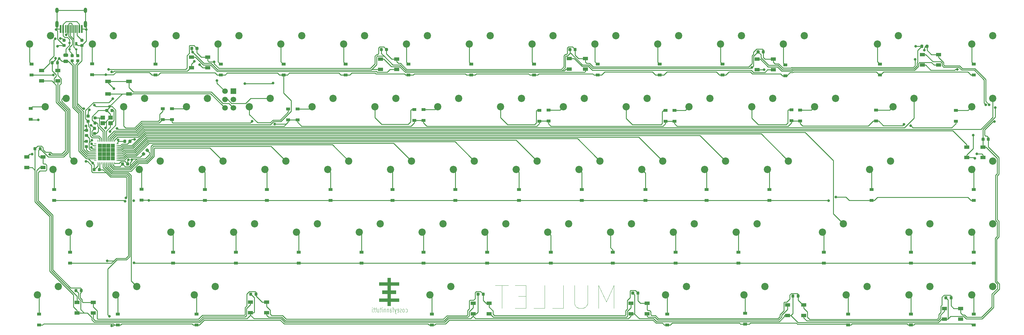
<source format=gbr>
G04 #@! TF.GenerationSoftware,KiCad,Pcbnew,(5.0.1)-3*
G04 #@! TF.CreationDate,2019-05-09T17:35:56-04:00*
G04 #@! TF.ProjectId,mullet-pcb,6D756C6C65742D7063622E6B69636164,rev?*
G04 #@! TF.SameCoordinates,Original*
G04 #@! TF.FileFunction,Copper,L2,Bot,Signal*
G04 #@! TF.FilePolarity,Positive*
%FSLAX46Y46*%
G04 Gerber Fmt 4.6, Leading zero omitted, Abs format (unit mm)*
G04 Created by KiCad (PCBNEW (5.0.1)-3) date 5/9/2019 5:35:56 PM*
%MOMM*%
%LPD*%
G01*
G04 APERTURE LIST*
G04 #@! TA.AperFunction,NonConductor*
%ADD10C,0.100000*%
G04 #@! TD*
G04 #@! TA.AperFunction,NonConductor*
%ADD11C,0.075000*%
G04 #@! TD*
G04 #@! TA.AperFunction,EtchedComponent*
%ADD12C,0.010000*%
G04 #@! TD*
G04 #@! TA.AperFunction,SMDPad,CuDef*
%ADD13R,1.500000X1.000000*%
G04 #@! TD*
G04 #@! TA.AperFunction,ComponentPad*
%ADD14C,2.200000*%
G04 #@! TD*
G04 #@! TA.AperFunction,Conductor*
%ADD15C,0.100000*%
G04 #@! TD*
G04 #@! TA.AperFunction,SMDPad,CuDef*
%ADD16C,0.875000*%
G04 #@! TD*
G04 #@! TA.AperFunction,SMDPad,CuDef*
%ADD17R,1.700000X1.000000*%
G04 #@! TD*
G04 #@! TA.AperFunction,SMDPad,CuDef*
%ADD18R,0.700000X0.250000*%
G04 #@! TD*
G04 #@! TA.AperFunction,SMDPad,CuDef*
%ADD19R,0.250000X0.700000*%
G04 #@! TD*
G04 #@! TA.AperFunction,SMDPad,CuDef*
%ADD20R,1.287500X1.287500*%
G04 #@! TD*
G04 #@! TA.AperFunction,SMDPad,CuDef*
%ADD21R,1.400000X1.200000*%
G04 #@! TD*
G04 #@! TA.AperFunction,SMDPad,CuDef*
%ADD22R,1.200000X0.900000*%
G04 #@! TD*
G04 #@! TA.AperFunction,ComponentPad*
%ADD23R,1.700000X1.700000*%
G04 #@! TD*
G04 #@! TA.AperFunction,ComponentPad*
%ADD24C,1.700000*%
G04 #@! TD*
G04 #@! TA.AperFunction,ComponentPad*
%ADD25O,1.000000X1.600000*%
G04 #@! TD*
G04 #@! TA.AperFunction,ComponentPad*
%ADD26O,1.000000X2.100000*%
G04 #@! TD*
G04 #@! TA.AperFunction,SMDPad,CuDef*
%ADD27R,0.300000X2.450000*%
G04 #@! TD*
G04 #@! TA.AperFunction,SMDPad,CuDef*
%ADD28R,0.600000X2.450000*%
G04 #@! TD*
G04 #@! TA.AperFunction,SMDPad,CuDef*
%ADD29R,0.700000X0.600000*%
G04 #@! TD*
G04 #@! TA.AperFunction,SMDPad,CuDef*
%ADD30R,0.700000X1.000000*%
G04 #@! TD*
G04 #@! TA.AperFunction,SMDPad,CuDef*
%ADD31C,0.975000*%
G04 #@! TD*
G04 #@! TA.AperFunction,ViaPad*
%ADD32C,0.800000*%
G04 #@! TD*
G04 #@! TA.AperFunction,Conductor*
%ADD33C,0.250000*%
G04 #@! TD*
G04 APERTURE END LIST*
D10*
X180438272Y-92352273D02*
X180438272Y-85352273D01*
X178104938Y-90352273D01*
X175771605Y-85352273D01*
X175771605Y-92352273D01*
X172438272Y-85352273D02*
X172438272Y-91018940D01*
X172104938Y-91685607D01*
X171771605Y-92018940D01*
X171104938Y-92352273D01*
X169771605Y-92352273D01*
X169104938Y-92018940D01*
X168771605Y-91685607D01*
X168438272Y-91018940D01*
X168438272Y-85352273D01*
X161771605Y-92352273D02*
X165104938Y-92352273D01*
X165104938Y-85352273D01*
X156104938Y-92352273D02*
X159438272Y-92352273D01*
X159438272Y-85352273D01*
X153771605Y-88685607D02*
X151438272Y-88685607D01*
X150438272Y-92352273D02*
X153771605Y-92352273D01*
X153771605Y-85352273D01*
X150438272Y-85352273D01*
X148438272Y-85352273D02*
X144438272Y-85352273D01*
X146438272Y-92352273D02*
X146438272Y-85352273D01*
D11*
X117244655Y-93467259D02*
X117339893Y-93538688D01*
X117530370Y-93538688D01*
X117625608Y-93467259D01*
X117673227Y-93395831D01*
X117720846Y-93252974D01*
X117720846Y-92824402D01*
X117673227Y-92681545D01*
X117625608Y-92610117D01*
X117530370Y-92538688D01*
X117339893Y-92538688D01*
X117244655Y-92610117D01*
X116673227Y-93538688D02*
X116768465Y-93467259D01*
X116816084Y-93395831D01*
X116863703Y-93252974D01*
X116863703Y-92824402D01*
X116816084Y-92681545D01*
X116768465Y-92610117D01*
X116673227Y-92538688D01*
X116530370Y-92538688D01*
X116435132Y-92610117D01*
X116387513Y-92681545D01*
X116339893Y-92824402D01*
X116339893Y-93252974D01*
X116387513Y-93395831D01*
X116435132Y-93467259D01*
X116530370Y-93538688D01*
X116673227Y-93538688D01*
X115958941Y-93467259D02*
X115863703Y-93538688D01*
X115673227Y-93538688D01*
X115577989Y-93467259D01*
X115530370Y-93324402D01*
X115530370Y-93252974D01*
X115577989Y-93110117D01*
X115673227Y-93038688D01*
X115816084Y-93038688D01*
X115911322Y-92967259D01*
X115958941Y-92824402D01*
X115958941Y-92752974D01*
X115911322Y-92610117D01*
X115816084Y-92538688D01*
X115673227Y-92538688D01*
X115577989Y-92610117D01*
X114720846Y-93467259D02*
X114816084Y-93538688D01*
X115006560Y-93538688D01*
X115101798Y-93467259D01*
X115149417Y-93324402D01*
X115149417Y-92752974D01*
X115101798Y-92610117D01*
X115006560Y-92538688D01*
X114816084Y-92538688D01*
X114720846Y-92610117D01*
X114673227Y-92752974D01*
X114673227Y-92895831D01*
X115149417Y-93038688D01*
X114339893Y-92538688D02*
X114101798Y-93538688D01*
X113863703Y-92538688D02*
X114101798Y-93538688D01*
X114197036Y-93895831D01*
X114244655Y-93967259D01*
X114339893Y-94038688D01*
X113625608Y-92538688D02*
X113244655Y-92538688D01*
X113482751Y-93538688D02*
X113482751Y-92252974D01*
X113435132Y-92110117D01*
X113339893Y-92038688D01*
X113244655Y-92038688D01*
X112482751Y-93538688D02*
X112482751Y-92752974D01*
X112530370Y-92610117D01*
X112625608Y-92538688D01*
X112816084Y-92538688D01*
X112911322Y-92610117D01*
X112482751Y-93467259D02*
X112577989Y-93538688D01*
X112816084Y-93538688D01*
X112911322Y-93467259D01*
X112958941Y-93324402D01*
X112958941Y-93181545D01*
X112911322Y-93038688D01*
X112816084Y-92967259D01*
X112577989Y-92967259D01*
X112482751Y-92895831D01*
X112006560Y-92538688D02*
X112006560Y-93538688D01*
X112006560Y-92681545D02*
X111958941Y-92610117D01*
X111863703Y-92538688D01*
X111720846Y-92538688D01*
X111625608Y-92610117D01*
X111577989Y-92752974D01*
X111577989Y-93538688D01*
X111101798Y-92538688D02*
X111101798Y-93538688D01*
X111101798Y-92681545D02*
X111054179Y-92610117D01*
X110958941Y-92538688D01*
X110816084Y-92538688D01*
X110720846Y-92610117D01*
X110673227Y-92752974D01*
X110673227Y-93538688D01*
X110197036Y-93538688D02*
X110197036Y-92538688D01*
X110197036Y-92038688D02*
X110244655Y-92110117D01*
X110197036Y-92181545D01*
X110149417Y-92110117D01*
X110197036Y-92038688D01*
X110197036Y-92181545D01*
X109863703Y-92538688D02*
X109482751Y-92538688D01*
X109720846Y-92038688D02*
X109720846Y-93324402D01*
X109673227Y-93467259D01*
X109577989Y-93538688D01*
X109482751Y-93538688D01*
X108720846Y-92538688D02*
X108720846Y-93538688D01*
X109149417Y-92538688D02*
X109149417Y-93324402D01*
X109101798Y-93467259D01*
X109006560Y-93538688D01*
X108863703Y-93538688D01*
X108768465Y-93467259D01*
X108720846Y-93395831D01*
X108387513Y-92538688D02*
X108006560Y-92538688D01*
X108244655Y-92038688D02*
X108244655Y-93324402D01*
X108197036Y-93467259D01*
X108101798Y-93538688D01*
X108006560Y-93538688D01*
X107816084Y-92538688D02*
X107435132Y-92538688D01*
X107673227Y-92038688D02*
X107673227Y-93324402D01*
X107625608Y-93467259D01*
X107530370Y-93538688D01*
X107435132Y-93538688D01*
X107101798Y-93538688D02*
X107101798Y-92538688D01*
X107101798Y-92038688D02*
X107149417Y-92110117D01*
X107101798Y-92181545D01*
X107054179Y-92110117D01*
X107101798Y-92038688D01*
X107101798Y-92181545D01*
D12*
G04 #@! TO.C,G\002A\002A\002A*
G36*
X112719219Y-90283728D02*
X113984516Y-90278892D01*
X115249812Y-90274056D01*
X115249812Y-89370945D01*
X113984516Y-89366108D01*
X112719219Y-89361272D01*
X112719219Y-87893982D01*
X114318479Y-87893982D01*
X114318479Y-86934426D01*
X112719219Y-86934426D01*
X112719219Y-85429506D01*
X113984516Y-85424670D01*
X115249812Y-85419833D01*
X115254839Y-84944759D01*
X115259865Y-84469685D01*
X112719219Y-84469685D01*
X112719219Y-83096204D01*
X111740849Y-83096204D01*
X111740849Y-84469685D01*
X109219664Y-84469685D01*
X109219664Y-85429241D01*
X111740849Y-85429241D01*
X111740849Y-86934426D01*
X110160404Y-86934426D01*
X110160404Y-87893982D01*
X111740849Y-87893982D01*
X111740849Y-89361537D01*
X109219664Y-89361537D01*
X109219664Y-90283463D01*
X111740361Y-90283463D01*
X111745309Y-90937278D01*
X111750256Y-91591093D01*
X112234738Y-91596114D01*
X112719219Y-91601135D01*
X112719219Y-90283728D01*
X112719219Y-90283728D01*
G37*
X112719219Y-90283728D02*
X113984516Y-90278892D01*
X115249812Y-90274056D01*
X115249812Y-89370945D01*
X113984516Y-89366108D01*
X112719219Y-89361272D01*
X112719219Y-87893982D01*
X114318479Y-87893982D01*
X114318479Y-86934426D01*
X112719219Y-86934426D01*
X112719219Y-85429506D01*
X113984516Y-85424670D01*
X115249812Y-85419833D01*
X115254839Y-84944759D01*
X115259865Y-84469685D01*
X112719219Y-84469685D01*
X112719219Y-83096204D01*
X111740849Y-83096204D01*
X111740849Y-84469685D01*
X109219664Y-84469685D01*
X109219664Y-85429241D01*
X111740849Y-85429241D01*
X111740849Y-86934426D01*
X110160404Y-86934426D01*
X110160404Y-87893982D01*
X111740849Y-87893982D01*
X111740849Y-89361537D01*
X109219664Y-89361537D01*
X109219664Y-90283463D01*
X111740361Y-90283463D01*
X111745309Y-90937278D01*
X111750256Y-91591093D01*
X112234738Y-91596114D01*
X112719219Y-91601135D01*
X112719219Y-90283728D01*
G04 #@! TD*
D13*
G04 #@! TO.P,LED5,3*
G04 #@! TO.N,GND*
X109622555Y-19815071D03*
G04 #@! TO.P,LED5,4*
G04 #@! TO.N,Net-(LED4-Pad2)*
X109622555Y-16615071D03*
G04 #@! TO.P,LED5,2*
G04 #@! TO.N,Net-(LED5-Pad2)*
X114522555Y-19815071D03*
G04 #@! TO.P,LED5,1*
G04 #@! TO.N,+5V*
X114522555Y-16615071D03*
G04 #@! TD*
D14*
G04 #@! TO.P,SW13,1*
G04 #@! TO.N,col12*
X238125000Y-9525000D03*
G04 #@! TO.P,SW13,2*
G04 #@! TO.N,Net-(D13-Pad2)*
X231775000Y-12065000D03*
G04 #@! TD*
G04 #@! TO.P,SW19,1*
G04 #@! TO.N,col3*
X76200000Y-28575000D03*
G04 #@! TO.P,SW19,2*
G04 #@! TO.N,Net-(D19-Pad2)*
X69850000Y-31115000D03*
G04 #@! TD*
D15*
G04 #@! TO.N,GND*
G04 #@! TO.C,R1*
G36*
X13925871Y-12056992D02*
X13947106Y-12060142D01*
X13967930Y-12065358D01*
X13988142Y-12072590D01*
X14007548Y-12081769D01*
X14025961Y-12092805D01*
X14043204Y-12105593D01*
X14059110Y-12120009D01*
X14073526Y-12135915D01*
X14086314Y-12153158D01*
X14097350Y-12171571D01*
X14106529Y-12190977D01*
X14113761Y-12211189D01*
X14118977Y-12232013D01*
X14122127Y-12253248D01*
X14123180Y-12274689D01*
X14123180Y-12712189D01*
X14122127Y-12733630D01*
X14118977Y-12754865D01*
X14113761Y-12775689D01*
X14106529Y-12795901D01*
X14097350Y-12815307D01*
X14086314Y-12833720D01*
X14073526Y-12850963D01*
X14059110Y-12866869D01*
X14043204Y-12881285D01*
X14025961Y-12894073D01*
X14007548Y-12905109D01*
X13988142Y-12914288D01*
X13967930Y-12921520D01*
X13947106Y-12926736D01*
X13925871Y-12929886D01*
X13904430Y-12930939D01*
X13391930Y-12930939D01*
X13370489Y-12929886D01*
X13349254Y-12926736D01*
X13328430Y-12921520D01*
X13308218Y-12914288D01*
X13288812Y-12905109D01*
X13270399Y-12894073D01*
X13253156Y-12881285D01*
X13237250Y-12866869D01*
X13222834Y-12850963D01*
X13210046Y-12833720D01*
X13199010Y-12815307D01*
X13189831Y-12795901D01*
X13182599Y-12775689D01*
X13177383Y-12754865D01*
X13174233Y-12733630D01*
X13173180Y-12712189D01*
X13173180Y-12274689D01*
X13174233Y-12253248D01*
X13177383Y-12232013D01*
X13182599Y-12211189D01*
X13189831Y-12190977D01*
X13199010Y-12171571D01*
X13210046Y-12153158D01*
X13222834Y-12135915D01*
X13237250Y-12120009D01*
X13253156Y-12105593D01*
X13270399Y-12092805D01*
X13288812Y-12081769D01*
X13308218Y-12072590D01*
X13328430Y-12065358D01*
X13349254Y-12060142D01*
X13370489Y-12056992D01*
X13391930Y-12055939D01*
X13904430Y-12055939D01*
X13925871Y-12056992D01*
X13925871Y-12056992D01*
G37*
D16*
G04 #@! TD*
G04 #@! TO.P,R1,1*
G04 #@! TO.N,GND*
X13648180Y-12493439D03*
D15*
G04 #@! TO.N,Net-(R1-Pad2)*
G04 #@! TO.C,R1*
G36*
X13925871Y-10481992D02*
X13947106Y-10485142D01*
X13967930Y-10490358D01*
X13988142Y-10497590D01*
X14007548Y-10506769D01*
X14025961Y-10517805D01*
X14043204Y-10530593D01*
X14059110Y-10545009D01*
X14073526Y-10560915D01*
X14086314Y-10578158D01*
X14097350Y-10596571D01*
X14106529Y-10615977D01*
X14113761Y-10636189D01*
X14118977Y-10657013D01*
X14122127Y-10678248D01*
X14123180Y-10699689D01*
X14123180Y-11137189D01*
X14122127Y-11158630D01*
X14118977Y-11179865D01*
X14113761Y-11200689D01*
X14106529Y-11220901D01*
X14097350Y-11240307D01*
X14086314Y-11258720D01*
X14073526Y-11275963D01*
X14059110Y-11291869D01*
X14043204Y-11306285D01*
X14025961Y-11319073D01*
X14007548Y-11330109D01*
X13988142Y-11339288D01*
X13967930Y-11346520D01*
X13947106Y-11351736D01*
X13925871Y-11354886D01*
X13904430Y-11355939D01*
X13391930Y-11355939D01*
X13370489Y-11354886D01*
X13349254Y-11351736D01*
X13328430Y-11346520D01*
X13308218Y-11339288D01*
X13288812Y-11330109D01*
X13270399Y-11319073D01*
X13253156Y-11306285D01*
X13237250Y-11291869D01*
X13222834Y-11275963D01*
X13210046Y-11258720D01*
X13199010Y-11240307D01*
X13189831Y-11220901D01*
X13182599Y-11200689D01*
X13177383Y-11179865D01*
X13174233Y-11158630D01*
X13173180Y-11137189D01*
X13173180Y-10699689D01*
X13174233Y-10678248D01*
X13177383Y-10657013D01*
X13182599Y-10636189D01*
X13189831Y-10615977D01*
X13199010Y-10596571D01*
X13210046Y-10578158D01*
X13222834Y-10560915D01*
X13237250Y-10545009D01*
X13253156Y-10530593D01*
X13270399Y-10517805D01*
X13288812Y-10506769D01*
X13308218Y-10497590D01*
X13328430Y-10490358D01*
X13349254Y-10485142D01*
X13370489Y-10481992D01*
X13391930Y-10480939D01*
X13904430Y-10480939D01*
X13925871Y-10481992D01*
X13925871Y-10481992D01*
G37*
D16*
G04 #@! TD*
G04 #@! TO.P,R1,2*
G04 #@! TO.N,Net-(R1-Pad2)*
X13648180Y-10918439D03*
D15*
G04 #@! TO.N,Net-(R2-Pad2)*
G04 #@! TO.C,R2*
G36*
X19332650Y-10481992D02*
X19353885Y-10485142D01*
X19374709Y-10490358D01*
X19394921Y-10497590D01*
X19414327Y-10506769D01*
X19432740Y-10517805D01*
X19449983Y-10530593D01*
X19465889Y-10545009D01*
X19480305Y-10560915D01*
X19493093Y-10578158D01*
X19504129Y-10596571D01*
X19513308Y-10615977D01*
X19520540Y-10636189D01*
X19525756Y-10657013D01*
X19528906Y-10678248D01*
X19529959Y-10699689D01*
X19529959Y-11137189D01*
X19528906Y-11158630D01*
X19525756Y-11179865D01*
X19520540Y-11200689D01*
X19513308Y-11220901D01*
X19504129Y-11240307D01*
X19493093Y-11258720D01*
X19480305Y-11275963D01*
X19465889Y-11291869D01*
X19449983Y-11306285D01*
X19432740Y-11319073D01*
X19414327Y-11330109D01*
X19394921Y-11339288D01*
X19374709Y-11346520D01*
X19353885Y-11351736D01*
X19332650Y-11354886D01*
X19311209Y-11355939D01*
X18798709Y-11355939D01*
X18777268Y-11354886D01*
X18756033Y-11351736D01*
X18735209Y-11346520D01*
X18714997Y-11339288D01*
X18695591Y-11330109D01*
X18677178Y-11319073D01*
X18659935Y-11306285D01*
X18644029Y-11291869D01*
X18629613Y-11275963D01*
X18616825Y-11258720D01*
X18605789Y-11240307D01*
X18596610Y-11220901D01*
X18589378Y-11200689D01*
X18584162Y-11179865D01*
X18581012Y-11158630D01*
X18579959Y-11137189D01*
X18579959Y-10699689D01*
X18581012Y-10678248D01*
X18584162Y-10657013D01*
X18589378Y-10636189D01*
X18596610Y-10615977D01*
X18605789Y-10596571D01*
X18616825Y-10578158D01*
X18629613Y-10560915D01*
X18644029Y-10545009D01*
X18659935Y-10530593D01*
X18677178Y-10517805D01*
X18695591Y-10506769D01*
X18714997Y-10497590D01*
X18735209Y-10490358D01*
X18756033Y-10485142D01*
X18777268Y-10481992D01*
X18798709Y-10480939D01*
X19311209Y-10480939D01*
X19332650Y-10481992D01*
X19332650Y-10481992D01*
G37*
D16*
G04 #@! TD*
G04 #@! TO.P,R2,2*
G04 #@! TO.N,Net-(R2-Pad2)*
X19054959Y-10918439D03*
D15*
G04 #@! TO.N,GND*
G04 #@! TO.C,R2*
G36*
X19332650Y-12056992D02*
X19353885Y-12060142D01*
X19374709Y-12065358D01*
X19394921Y-12072590D01*
X19414327Y-12081769D01*
X19432740Y-12092805D01*
X19449983Y-12105593D01*
X19465889Y-12120009D01*
X19480305Y-12135915D01*
X19493093Y-12153158D01*
X19504129Y-12171571D01*
X19513308Y-12190977D01*
X19520540Y-12211189D01*
X19525756Y-12232013D01*
X19528906Y-12253248D01*
X19529959Y-12274689D01*
X19529959Y-12712189D01*
X19528906Y-12733630D01*
X19525756Y-12754865D01*
X19520540Y-12775689D01*
X19513308Y-12795901D01*
X19504129Y-12815307D01*
X19493093Y-12833720D01*
X19480305Y-12850963D01*
X19465889Y-12866869D01*
X19449983Y-12881285D01*
X19432740Y-12894073D01*
X19414327Y-12905109D01*
X19394921Y-12914288D01*
X19374709Y-12921520D01*
X19353885Y-12926736D01*
X19332650Y-12929886D01*
X19311209Y-12930939D01*
X18798709Y-12930939D01*
X18777268Y-12929886D01*
X18756033Y-12926736D01*
X18735209Y-12921520D01*
X18714997Y-12914288D01*
X18695591Y-12905109D01*
X18677178Y-12894073D01*
X18659935Y-12881285D01*
X18644029Y-12866869D01*
X18629613Y-12850963D01*
X18616825Y-12833720D01*
X18605789Y-12815307D01*
X18596610Y-12795901D01*
X18589378Y-12775689D01*
X18584162Y-12754865D01*
X18581012Y-12733630D01*
X18579959Y-12712189D01*
X18579959Y-12274689D01*
X18581012Y-12253248D01*
X18584162Y-12232013D01*
X18589378Y-12211189D01*
X18596610Y-12190977D01*
X18605789Y-12171571D01*
X18616825Y-12153158D01*
X18629613Y-12135915D01*
X18644029Y-12120009D01*
X18659935Y-12105593D01*
X18677178Y-12092805D01*
X18695591Y-12081769D01*
X18714997Y-12072590D01*
X18735209Y-12065358D01*
X18756033Y-12060142D01*
X18777268Y-12056992D01*
X18798709Y-12055939D01*
X19311209Y-12055939D01*
X19332650Y-12056992D01*
X19332650Y-12056992D01*
G37*
D16*
G04 #@! TD*
G04 #@! TO.P,R2,1*
G04 #@! TO.N,GND*
X19054959Y-12493439D03*
D17*
G04 #@! TO.P,RESET1,1*
G04 #@! TO.N,GND*
X27033475Y-27254119D03*
X33333475Y-27254119D03*
G04 #@! TO.P,RESET1,2*
G04 #@! TO.N,reset*
X27033475Y-23454119D03*
X33333475Y-23454119D03*
G04 #@! TD*
D18*
G04 #@! TO.P,U1,1*
G04 #@! TO.N,Net-(U1-Pad1)*
X23067463Y-47367681D03*
G04 #@! TO.P,U1,2*
G04 #@! TO.N,+5V*
X23067463Y-46867682D03*
G04 #@! TO.P,U1,3*
G04 #@! TO.N,Net-(R5-Pad1)*
X23067463Y-46367681D03*
G04 #@! TO.P,U1,4*
G04 #@! TO.N,Net-(R6-Pad1)*
X23067463Y-45867681D03*
G04 #@! TO.P,U1,5*
G04 #@! TO.N,GND*
X23067463Y-45367680D03*
G04 #@! TO.P,U1,6*
G04 #@! TO.N,Net-(C1-Pad1)*
X23067463Y-44867681D03*
G04 #@! TO.P,U1,7*
G04 #@! TO.N,+5V*
X23067463Y-44367682D03*
G04 #@! TO.P,U1,8*
G04 #@! TO.N,row2*
X23067463Y-43867681D03*
G04 #@! TO.P,U1,9*
G04 #@! TO.N,Net-(U1-Pad9)*
X23067463Y-43367681D03*
G04 #@! TO.P,U1,10*
G04 #@! TO.N,col0*
X23067463Y-42867680D03*
G04 #@! TO.P,U1,11*
G04 #@! TO.N,Net-(U1-Pad11)*
X23067463Y-42367681D03*
D19*
G04 #@! TO.P,U1,12*
G04 #@! TO.N,Net-(U1-Pad12)*
X23967463Y-41467681D03*
G04 #@! TO.P,U1,13*
G04 #@! TO.N,reset*
X24467462Y-41467681D03*
G04 #@! TO.P,U1,14*
G04 #@! TO.N,+5V*
X24967463Y-41467681D03*
G04 #@! TO.P,U1,15*
G04 #@! TO.N,GND*
X25467463Y-41467681D03*
G04 #@! TO.P,U1,16*
G04 #@! TO.N,Net-(C2-Pad1)*
X25967464Y-41467681D03*
G04 #@! TO.P,U1,17*
G04 #@! TO.N,Net-(C3-Pad1)*
X26467463Y-41467681D03*
G04 #@! TO.P,U1,18*
G04 #@! TO.N,row0*
X26967462Y-41467681D03*
G04 #@! TO.P,U1,19*
G04 #@! TO.N,row1*
X27467463Y-41467681D03*
G04 #@! TO.P,U1,20*
G04 #@! TO.N,col13*
X27967463Y-41467681D03*
G04 #@! TO.P,U1,21*
G04 #@! TO.N,col14*
X28467464Y-41467681D03*
G04 #@! TO.P,U1,22*
G04 #@! TO.N,RGB*
X28967463Y-41467681D03*
D18*
G04 #@! TO.P,U1,23*
G04 #@! TO.N,GND*
X29867463Y-42367681D03*
G04 #@! TO.P,U1,24*
G04 #@! TO.N,+5V*
X29867463Y-42867680D03*
G04 #@! TO.P,U1,25*
G04 #@! TO.N,col12*
X29867463Y-43367681D03*
G04 #@! TO.P,U1,26*
G04 #@! TO.N,col11*
X29867463Y-43867681D03*
G04 #@! TO.P,U1,27*
G04 #@! TO.N,col10*
X29867463Y-44367682D03*
G04 #@! TO.P,U1,28*
G04 #@! TO.N,col9*
X29867463Y-44867681D03*
G04 #@! TO.P,U1,29*
G04 #@! TO.N,col8*
X29867463Y-45367680D03*
G04 #@! TO.P,U1,30*
G04 #@! TO.N,col7*
X29867463Y-45867681D03*
G04 #@! TO.P,U1,31*
G04 #@! TO.N,col6*
X29867463Y-46367681D03*
G04 #@! TO.P,U1,32*
G04 #@! TO.N,col5*
X29867463Y-46867682D03*
G04 #@! TO.P,U1,33*
G04 #@! TO.N,Net-(R4-Pad2)*
X29867463Y-47367681D03*
D19*
G04 #@! TO.P,U1,34*
G04 #@! TO.N,+5V*
X28967463Y-48267681D03*
G04 #@! TO.P,U1,35*
G04 #@! TO.N,GND*
X28467464Y-48267681D03*
G04 #@! TO.P,U1,36*
G04 #@! TO.N,col4*
X27967463Y-48267681D03*
G04 #@! TO.P,U1,37*
G04 #@! TO.N,col3*
X27467463Y-48267681D03*
G04 #@! TO.P,U1,38*
G04 #@! TO.N,col2*
X26967462Y-48267681D03*
G04 #@! TO.P,U1,39*
G04 #@! TO.N,col1*
X26467463Y-48267681D03*
G04 #@! TO.P,U1,40*
G04 #@! TO.N,row4*
X25967464Y-48267681D03*
G04 #@! TO.P,U1,41*
G04 #@! TO.N,row3*
X25467463Y-48267681D03*
G04 #@! TO.P,U1,42*
G04 #@! TO.N,Net-(U1-Pad42)*
X24967463Y-48267681D03*
G04 #@! TO.P,U1,43*
G04 #@! TO.N,GND*
X24467462Y-48267681D03*
G04 #@! TO.P,U1,44*
G04 #@! TO.N,+5V*
X23967463Y-48267681D03*
D20*
G04 #@! TO.P,U1,45*
G04 #@! TO.N,N/C*
X28398713Y-42936431D03*
X28398713Y-44223931D03*
X28398713Y-45511431D03*
X28398713Y-46798931D03*
X27111213Y-42936431D03*
X27111213Y-44223931D03*
X27111213Y-45511431D03*
X27111213Y-46798931D03*
X25823713Y-42936431D03*
X25823713Y-44223931D03*
X25823713Y-45511431D03*
X25823713Y-46798931D03*
X24536213Y-42936431D03*
X24536213Y-44223931D03*
X24536213Y-45511431D03*
X24536213Y-46798931D03*
G04 #@! TD*
D21*
G04 #@! TO.P,X1,3*
G04 #@! TO.N,GND*
X25381944Y-36094992D03*
G04 #@! TO.P,X1,2*
G04 #@! TO.N,Net-(C3-Pad1)*
X27781944Y-36094992D03*
G04 #@! TO.P,X1,1*
G04 #@! TO.N,Net-(C2-Pad1)*
X25381944Y-34394992D03*
G04 #@! TO.P,X1,3*
G04 #@! TO.N,GND*
X27781944Y-34394992D03*
G04 #@! TD*
D22*
G04 #@! TO.P,D1,1*
G04 #@! TO.N,row0*
X3810000Y-21462000D03*
G04 #@! TO.P,D1,2*
G04 #@! TO.N,Net-(D1-Pad2)*
X3810000Y-18162000D03*
G04 #@! TD*
G04 #@! TO.P,D2,1*
G04 #@! TO.N,row0*
X22204539Y-21387368D03*
G04 #@! TO.P,D2,2*
G04 #@! TO.N,Net-(D2-Pad2)*
X22204539Y-18087368D03*
G04 #@! TD*
G04 #@! TO.P,D3,1*
G04 #@! TO.N,row0*
X41402000Y-21462000D03*
G04 #@! TO.P,D3,2*
G04 #@! TO.N,Net-(D3-Pad2)*
X41402000Y-18162000D03*
G04 #@! TD*
G04 #@! TO.P,D4,1*
G04 #@! TO.N,row0*
X61214000Y-21462000D03*
G04 #@! TO.P,D4,2*
G04 #@! TO.N,Net-(D4-Pad2)*
X61214000Y-18162000D03*
G04 #@! TD*
G04 #@! TO.P,D5,1*
G04 #@! TO.N,row0*
X80264000Y-21462000D03*
G04 #@! TO.P,D5,2*
G04 #@! TO.N,Net-(D5-Pad2)*
X80264000Y-18162000D03*
G04 #@! TD*
G04 #@! TO.P,D6,1*
G04 #@! TO.N,row0*
X99060000Y-21462000D03*
G04 #@! TO.P,D6,2*
G04 #@! TO.N,Net-(D6-Pad2)*
X99060000Y-18162000D03*
G04 #@! TD*
G04 #@! TO.P,D7,1*
G04 #@! TO.N,row0*
X118110000Y-21462000D03*
G04 #@! TO.P,D7,2*
G04 #@! TO.N,Net-(D7-Pad2)*
X118110000Y-18162000D03*
G04 #@! TD*
G04 #@! TO.P,D8,1*
G04 #@! TO.N,row0*
X137160000Y-21462000D03*
G04 #@! TO.P,D8,2*
G04 #@! TO.N,Net-(D8-Pad2)*
X137160000Y-18162000D03*
G04 #@! TD*
G04 #@! TO.P,D9,1*
G04 #@! TO.N,row0*
X156210000Y-21462000D03*
G04 #@! TO.P,D9,2*
G04 #@! TO.N,Net-(D9-Pad2)*
X156210000Y-18162000D03*
G04 #@! TD*
G04 #@! TO.P,D10,2*
G04 #@! TO.N,Net-(D10-Pad2)*
X175514000Y-18162000D03*
G04 #@! TO.P,D10,1*
G04 #@! TO.N,row0*
X175514000Y-21462000D03*
G04 #@! TD*
G04 #@! TO.P,D11,2*
G04 #@! TO.N,Net-(D11-Pad2)*
X194310000Y-18162000D03*
G04 #@! TO.P,D11,1*
G04 #@! TO.N,row0*
X194310000Y-21462000D03*
G04 #@! TD*
G04 #@! TO.P,D12,2*
G04 #@! TO.N,Net-(D12-Pad2)*
X213360000Y-18162000D03*
G04 #@! TO.P,D12,1*
G04 #@! TO.N,row0*
X213360000Y-21462000D03*
G04 #@! TD*
G04 #@! TO.P,D13,2*
G04 #@! TO.N,Net-(D13-Pad2)*
X232410000Y-18416000D03*
G04 #@! TO.P,D13,1*
G04 #@! TO.N,row0*
X232410000Y-21716000D03*
G04 #@! TD*
G04 #@! TO.P,D14,2*
G04 #@! TO.N,Net-(D14-Pad2)*
X261112000Y-18162000D03*
G04 #@! TO.P,D14,1*
G04 #@! TO.N,row0*
X261112000Y-21462000D03*
G04 #@! TD*
G04 #@! TO.P,D15,2*
G04 #@! TO.N,Net-(D15-Pad2)*
X289560000Y-18162000D03*
G04 #@! TO.P,D15,1*
G04 #@! TO.N,row0*
X289560000Y-21462000D03*
G04 #@! TD*
G04 #@! TO.P,D16,2*
G04 #@! TO.N,Net-(D16-Pad2)*
X3569524Y-31630562D03*
G04 #@! TO.P,D16,1*
G04 #@! TO.N,row1*
X3569524Y-34930562D03*
G04 #@! TD*
G04 #@! TO.P,D17,1*
G04 #@! TO.N,row1*
X43621683Y-35035548D03*
G04 #@! TO.P,D17,2*
G04 #@! TO.N,Net-(D17-Pad2)*
X43621683Y-31735548D03*
G04 #@! TD*
G04 #@! TO.P,D18,2*
G04 #@! TO.N,Net-(D18-Pad2)*
X46351319Y-31735548D03*
G04 #@! TO.P,D18,1*
G04 #@! TO.N,row1*
X46351319Y-35035548D03*
G04 #@! TD*
G04 #@! TO.P,D19,2*
G04 #@! TO.N,Net-(D19-Pad2)*
X81626615Y-31788041D03*
G04 #@! TO.P,D19,1*
G04 #@! TO.N,row1*
X81626615Y-35088041D03*
G04 #@! TD*
G04 #@! TO.P,D20,2*
G04 #@! TO.N,Net-(D20-Pad2)*
X84461237Y-31788041D03*
G04 #@! TO.P,D20,1*
G04 #@! TO.N,row1*
X84461237Y-35088041D03*
G04 #@! TD*
G04 #@! TO.P,D21,2*
G04 #@! TO.N,Net-(D21-Pad2)*
X119894012Y-31998013D03*
G04 #@! TO.P,D21,1*
G04 #@! TO.N,row1*
X119894012Y-35298013D03*
G04 #@! TD*
G04 #@! TO.P,D22,2*
G04 #@! TO.N,Net-(D22-Pad2)*
X122676141Y-31998013D03*
G04 #@! TO.P,D22,1*
G04 #@! TO.N,row1*
X122676141Y-35298013D03*
G04 #@! TD*
G04 #@! TO.P,D23,2*
G04 #@! TO.N,Net-(D23-Pad2)*
X157846451Y-32207985D03*
G04 #@! TO.P,D23,1*
G04 #@! TO.N,row1*
X157846451Y-35507985D03*
G04 #@! TD*
G04 #@! TO.P,D24,2*
G04 #@! TO.N,Net-(D24-Pad2)*
X160628580Y-32155492D03*
G04 #@! TO.P,D24,1*
G04 #@! TO.N,row1*
X160628580Y-35455492D03*
G04 #@! TD*
G04 #@! TO.P,D25,1*
G04 #@! TO.N,row1*
X196113848Y-35507985D03*
G04 #@! TO.P,D25,2*
G04 #@! TO.N,Net-(D25-Pad2)*
X196113848Y-32207985D03*
G04 #@! TD*
G04 #@! TO.P,D26,2*
G04 #@! TO.N,Net-(D26-Pad2)*
X198790991Y-32207985D03*
G04 #@! TO.P,D26,1*
G04 #@! TO.N,row1*
X198790991Y-35507985D03*
G04 #@! TD*
G04 #@! TO.P,D27,2*
G04 #@! TO.N,Net-(D27-Pad2)*
X234223766Y-32050506D03*
G04 #@! TO.P,D27,1*
G04 #@! TO.N,row1*
X234223766Y-35350506D03*
G04 #@! TD*
G04 #@! TO.P,D28,2*
G04 #@! TO.N,Net-(D28-Pad2)*
X236900909Y-32102999D03*
G04 #@! TO.P,D28,1*
G04 #@! TO.N,row1*
X236900909Y-35402999D03*
G04 #@! TD*
G04 #@! TO.P,D29,2*
G04 #@! TO.N,Net-(D29-Pad2)*
X259892843Y-32155492D03*
G04 #@! TO.P,D29,1*
G04 #@! TO.N,row1*
X259892843Y-35455492D03*
G04 #@! TD*
G04 #@! TO.P,D30,2*
G04 #@! TO.N,Net-(D30-Pad2)*
X284092116Y-32260478D03*
G04 #@! TO.P,D30,1*
G04 #@! TO.N,row1*
X284092116Y-35560478D03*
G04 #@! TD*
G04 #@! TO.P,D31,2*
G04 #@! TO.N,Net-(D31-Pad2)*
X10668000Y-56262000D03*
G04 #@! TO.P,D31,1*
G04 #@! TO.N,row2*
X10668000Y-59562000D03*
G04 #@! TD*
G04 #@! TO.P,D32,2*
G04 #@! TO.N,Net-(D32-Pad2)*
X37165044Y-56197286D03*
G04 #@! TO.P,D32,1*
G04 #@! TO.N,row2*
X37165044Y-59497286D03*
G04 #@! TD*
G04 #@! TO.P,D33,2*
G04 #@! TO.N,Net-(D33-Pad2)*
X56388000Y-56262000D03*
G04 #@! TO.P,D33,1*
G04 #@! TO.N,row2*
X56388000Y-59562000D03*
G04 #@! TD*
G04 #@! TO.P,D34,1*
G04 #@! TO.N,row2*
X75184000Y-59562000D03*
G04 #@! TO.P,D34,2*
G04 #@! TO.N,Net-(D34-Pad2)*
X75184000Y-56262000D03*
G04 #@! TD*
G04 #@! TO.P,D35,1*
G04 #@! TO.N,row2*
X94488000Y-59562000D03*
G04 #@! TO.P,D35,2*
G04 #@! TO.N,Net-(D35-Pad2)*
X94488000Y-56262000D03*
G04 #@! TD*
G04 #@! TO.P,D36,1*
G04 #@! TO.N,row2*
X113284000Y-59562000D03*
G04 #@! TO.P,D36,2*
G04 #@! TO.N,Net-(D36-Pad2)*
X113284000Y-56262000D03*
G04 #@! TD*
G04 #@! TO.P,D37,1*
G04 #@! TO.N,row2*
X132334000Y-59562000D03*
G04 #@! TO.P,D37,2*
G04 #@! TO.N,Net-(D37-Pad2)*
X132334000Y-56262000D03*
G04 #@! TD*
G04 #@! TO.P,D38,1*
G04 #@! TO.N,row2*
X151638000Y-59562000D03*
G04 #@! TO.P,D38,2*
G04 #@! TO.N,Net-(D38-Pad2)*
X151638000Y-56262000D03*
G04 #@! TD*
G04 #@! TO.P,D39,2*
G04 #@! TO.N,Net-(D39-Pad2)*
X170688000Y-56262000D03*
G04 #@! TO.P,D39,1*
G04 #@! TO.N,row2*
X170688000Y-59562000D03*
G04 #@! TD*
G04 #@! TO.P,D40,1*
G04 #@! TO.N,row2*
X189992000Y-59562000D03*
G04 #@! TO.P,D40,2*
G04 #@! TO.N,Net-(D40-Pad2)*
X189992000Y-56262000D03*
G04 #@! TD*
G04 #@! TO.P,D41,1*
G04 #@! TO.N,row2*
X208534000Y-59562000D03*
G04 #@! TO.P,D41,2*
G04 #@! TO.N,Net-(D41-Pad2)*
X208534000Y-56262000D03*
G04 #@! TD*
G04 #@! TO.P,D42,1*
G04 #@! TO.N,row2*
X227584000Y-59562000D03*
G04 #@! TO.P,D42,2*
G04 #@! TO.N,Net-(D42-Pad2)*
X227584000Y-56262000D03*
G04 #@! TD*
G04 #@! TO.P,D43,1*
G04 #@! TO.N,row2*
X258572000Y-59562000D03*
G04 #@! TO.P,D43,2*
G04 #@! TO.N,Net-(D43-Pad2)*
X258572000Y-56262000D03*
G04 #@! TD*
G04 #@! TO.P,D44,1*
G04 #@! TO.N,row2*
X289560000Y-59562000D03*
G04 #@! TO.P,D44,2*
G04 #@! TO.N,Net-(D44-Pad2)*
X289560000Y-56262000D03*
G04 #@! TD*
G04 #@! TO.P,D45,1*
G04 #@! TO.N,row3*
X15494000Y-78612000D03*
G04 #@! TO.P,D45,2*
G04 #@! TO.N,Net-(D45-Pad2)*
X15494000Y-75312000D03*
G04 #@! TD*
G04 #@! TO.P,D46,1*
G04 #@! TO.N,row3*
X46736000Y-78612000D03*
G04 #@! TO.P,D46,2*
G04 #@! TO.N,Net-(D46-Pad2)*
X46736000Y-75312000D03*
G04 #@! TD*
G04 #@! TO.P,D47,1*
G04 #@! TO.N,row3*
X65786000Y-78612000D03*
G04 #@! TO.P,D47,2*
G04 #@! TO.N,Net-(D47-Pad2)*
X65786000Y-75312000D03*
G04 #@! TD*
G04 #@! TO.P,D48,1*
G04 #@! TO.N,row3*
X84836000Y-78612000D03*
G04 #@! TO.P,D48,2*
G04 #@! TO.N,Net-(D48-Pad2)*
X84836000Y-75312000D03*
G04 #@! TD*
G04 #@! TO.P,D49,1*
G04 #@! TO.N,row3*
X103886000Y-78612000D03*
G04 #@! TO.P,D49,2*
G04 #@! TO.N,Net-(D49-Pad2)*
X103886000Y-75312000D03*
G04 #@! TD*
G04 #@! TO.P,D50,1*
G04 #@! TO.N,row3*
X122682000Y-78612000D03*
G04 #@! TO.P,D50,2*
G04 #@! TO.N,Net-(D50-Pad2)*
X122682000Y-75312000D03*
G04 #@! TD*
G04 #@! TO.P,D51,2*
G04 #@! TO.N,Net-(D51-Pad2)*
X141986000Y-75312000D03*
G04 #@! TO.P,D51,1*
G04 #@! TO.N,row3*
X141986000Y-78612000D03*
G04 #@! TD*
G04 #@! TO.P,D52,2*
G04 #@! TO.N,Net-(D52-Pad2)*
X161290000Y-75312000D03*
G04 #@! TO.P,D52,1*
G04 #@! TO.N,row3*
X161290000Y-78612000D03*
G04 #@! TD*
G04 #@! TO.P,D53,1*
G04 #@! TO.N,row3*
X180086000Y-78612000D03*
G04 #@! TO.P,D53,2*
G04 #@! TO.N,Net-(D53-Pad2)*
X180086000Y-75312000D03*
G04 #@! TD*
G04 #@! TO.P,D54,1*
G04 #@! TO.N,row3*
X199136000Y-78612000D03*
G04 #@! TO.P,D54,2*
G04 #@! TO.N,Net-(D54-Pad2)*
X199136000Y-75312000D03*
G04 #@! TD*
G04 #@! TO.P,D55,1*
G04 #@! TO.N,row3*
X218186000Y-78612000D03*
G04 #@! TO.P,D55,2*
G04 #@! TO.N,Net-(D55-Pad2)*
X218186000Y-75312000D03*
G04 #@! TD*
G04 #@! TO.P,D56,1*
G04 #@! TO.N,row3*
X244094000Y-78612000D03*
G04 #@! TO.P,D56,2*
G04 #@! TO.N,Net-(D56-Pad2)*
X244094000Y-75312000D03*
G04 #@! TD*
G04 #@! TO.P,D57,1*
G04 #@! TO.N,row3*
X270510000Y-78612000D03*
G04 #@! TO.P,D57,2*
G04 #@! TO.N,Net-(D57-Pad2)*
X270510000Y-75312000D03*
G04 #@! TD*
G04 #@! TO.P,D58,1*
G04 #@! TO.N,row3*
X289560000Y-78612000D03*
G04 #@! TO.P,D58,2*
G04 #@! TO.N,Net-(D58-Pad2)*
X289560000Y-75312000D03*
G04 #@! TD*
G04 #@! TO.P,D59,2*
G04 #@! TO.N,Net-(D59-Pad2)*
X6096000Y-94108000D03*
G04 #@! TO.P,D59,1*
G04 #@! TO.N,row4*
X6096000Y-97408000D03*
G04 #@! TD*
G04 #@! TO.P,D60,2*
G04 #@! TO.N,Net-(D60-Pad2)*
X29972000Y-94108000D03*
G04 #@! TO.P,D60,1*
G04 #@! TO.N,row4*
X29972000Y-97408000D03*
G04 #@! TD*
G04 #@! TO.P,D61,2*
G04 #@! TO.N,Net-(D61-Pad2)*
X53848000Y-94108000D03*
G04 #@! TO.P,D61,1*
G04 #@! TO.N,row4*
X53848000Y-97408000D03*
G04 #@! TD*
G04 #@! TO.P,D62,2*
G04 #@! TO.N,Net-(D62-Pad2)*
X125222000Y-94108000D03*
G04 #@! TO.P,D62,1*
G04 #@! TO.N,row4*
X125222000Y-97408000D03*
G04 #@! TD*
G04 #@! TO.P,D63,2*
G04 #@! TO.N,Net-(D63-Pad2)*
X196596000Y-94108000D03*
G04 #@! TO.P,D63,1*
G04 #@! TO.N,row4*
X196596000Y-97408000D03*
G04 #@! TD*
G04 #@! TO.P,D64,1*
G04 #@! TO.N,row4*
X220218000Y-97154000D03*
G04 #@! TO.P,D64,2*
G04 #@! TO.N,Net-(D64-Pad2)*
X220218000Y-93854000D03*
G04 #@! TD*
G04 #@! TO.P,D65,2*
G04 #@! TO.N,Net-(D65-Pad2)*
X251460000Y-94108000D03*
G04 #@! TO.P,D65,1*
G04 #@! TO.N,row4*
X251460000Y-97408000D03*
G04 #@! TD*
G04 #@! TO.P,D66,2*
G04 #@! TO.N,Net-(D66-Pad2)*
X270510000Y-94108000D03*
G04 #@! TO.P,D66,1*
G04 #@! TO.N,row4*
X270510000Y-97408000D03*
G04 #@! TD*
G04 #@! TO.P,D67,2*
G04 #@! TO.N,Net-(D67-Pad2)*
X289560000Y-94108000D03*
G04 #@! TO.P,D67,1*
G04 #@! TO.N,row4*
X289560000Y-97408000D03*
G04 #@! TD*
D23*
G04 #@! TO.P,ISCP1,1*
G04 #@! TO.N,col4*
X65024000Y-26416000D03*
D24*
G04 #@! TO.P,ISCP1,2*
G04 #@! TO.N,+5V*
X62484000Y-26416000D03*
G04 #@! TO.P,ISCP1,3*
G04 #@! TO.N,col2*
X65024000Y-28956000D03*
G04 #@! TO.P,ISCP1,4*
G04 #@! TO.N,col3*
X62484000Y-28956000D03*
G04 #@! TO.P,ISCP1,5*
G04 #@! TO.N,reset*
X65024000Y-31496000D03*
G04 #@! TO.P,ISCP1,6*
G04 #@! TO.N,GND*
X62484000Y-31496000D03*
G04 #@! TD*
D25*
G04 #@! TO.P,USB1,13*
G04 #@! TO.N,GND*
X20172886Y-1865098D03*
X11532886Y-1865098D03*
D26*
X20172886Y-6045098D03*
X11532886Y-6045098D03*
D27*
G04 #@! TO.P,USB1,6*
G04 #@! TO.N,D+*
X15602886Y-7460098D03*
G04 #@! TO.P,USB1,7*
G04 #@! TO.N,D-*
X16102886Y-7460098D03*
G04 #@! TO.P,USB1,8*
G04 #@! TO.N,D+*
X16602886Y-7460098D03*
G04 #@! TO.P,USB1,5*
G04 #@! TO.N,D-*
X15102886Y-7460098D03*
G04 #@! TO.P,USB1,9*
G04 #@! TO.N,Net-(USB1-Pad9)*
X17102886Y-7460098D03*
G04 #@! TO.P,USB1,4*
G04 #@! TO.N,Net-(R1-Pad2)*
X14602886Y-7460098D03*
G04 #@! TO.P,USB1,10*
G04 #@! TO.N,Net-(R2-Pad2)*
X17602886Y-7460098D03*
G04 #@! TO.P,USB1,3*
G04 #@! TO.N,Net-(USB1-Pad3)*
X14102886Y-7460098D03*
D28*
G04 #@! TO.P,USB1,2*
G04 #@! TO.N,VCC*
X13402886Y-7460098D03*
G04 #@! TO.P,USB1,11*
X18302886Y-7460098D03*
G04 #@! TO.P,USB1,1*
G04 #@! TO.N,GND*
X12627886Y-7460098D03*
G04 #@! TO.P,USB1,12*
X19077886Y-7460098D03*
G04 #@! TD*
D29*
G04 #@! TO.P,U2,3*
G04 #@! TO.N,D-*
X15325323Y-13653306D03*
G04 #@! TO.P,U2,2*
G04 #@! TO.N,D+*
X17325323Y-13653306D03*
G04 #@! TO.P,U2,4*
G04 #@! TO.N,VCC*
X15325323Y-11753306D03*
D30*
G04 #@! TO.P,U2,1*
G04 #@! TO.N,GND*
X17325323Y-11953306D03*
G04 #@! TD*
D15*
G04 #@! TO.N,+5V*
G04 #@! TO.C,F1*
G36*
X14653252Y-16828990D02*
X14676913Y-16832500D01*
X14700117Y-16838312D01*
X14722639Y-16846370D01*
X14744263Y-16856598D01*
X14764780Y-16868895D01*
X14783993Y-16883145D01*
X14801717Y-16899209D01*
X14817781Y-16916933D01*
X14832031Y-16936146D01*
X14844328Y-16956663D01*
X14854556Y-16978287D01*
X14862614Y-17000809D01*
X14868426Y-17024013D01*
X14871936Y-17047674D01*
X14873110Y-17071566D01*
X14873110Y-17559066D01*
X14871936Y-17582958D01*
X14868426Y-17606619D01*
X14862614Y-17629823D01*
X14854556Y-17652345D01*
X14844328Y-17673969D01*
X14832031Y-17694486D01*
X14817781Y-17713699D01*
X14801717Y-17731423D01*
X14783993Y-17747487D01*
X14764780Y-17761737D01*
X14744263Y-17774034D01*
X14722639Y-17784262D01*
X14700117Y-17792320D01*
X14676913Y-17798132D01*
X14653252Y-17801642D01*
X14629360Y-17802816D01*
X13716860Y-17802816D01*
X13692968Y-17801642D01*
X13669307Y-17798132D01*
X13646103Y-17792320D01*
X13623581Y-17784262D01*
X13601957Y-17774034D01*
X13581440Y-17761737D01*
X13562227Y-17747487D01*
X13544503Y-17731423D01*
X13528439Y-17713699D01*
X13514189Y-17694486D01*
X13501892Y-17673969D01*
X13491664Y-17652345D01*
X13483606Y-17629823D01*
X13477794Y-17606619D01*
X13474284Y-17582958D01*
X13473110Y-17559066D01*
X13473110Y-17071566D01*
X13474284Y-17047674D01*
X13477794Y-17024013D01*
X13483606Y-17000809D01*
X13491664Y-16978287D01*
X13501892Y-16956663D01*
X13514189Y-16936146D01*
X13528439Y-16916933D01*
X13544503Y-16899209D01*
X13562227Y-16883145D01*
X13581440Y-16868895D01*
X13601957Y-16856598D01*
X13623581Y-16846370D01*
X13646103Y-16838312D01*
X13669307Y-16832500D01*
X13692968Y-16828990D01*
X13716860Y-16827816D01*
X14629360Y-16827816D01*
X14653252Y-16828990D01*
X14653252Y-16828990D01*
G37*
D31*
G04 #@! TD*
G04 #@! TO.P,F1,1*
G04 #@! TO.N,+5V*
X14173110Y-17315316D03*
D15*
G04 #@! TO.N,VCC*
G04 #@! TO.C,F1*
G36*
X14653252Y-14953990D02*
X14676913Y-14957500D01*
X14700117Y-14963312D01*
X14722639Y-14971370D01*
X14744263Y-14981598D01*
X14764780Y-14993895D01*
X14783993Y-15008145D01*
X14801717Y-15024209D01*
X14817781Y-15041933D01*
X14832031Y-15061146D01*
X14844328Y-15081663D01*
X14854556Y-15103287D01*
X14862614Y-15125809D01*
X14868426Y-15149013D01*
X14871936Y-15172674D01*
X14873110Y-15196566D01*
X14873110Y-15684066D01*
X14871936Y-15707958D01*
X14868426Y-15731619D01*
X14862614Y-15754823D01*
X14854556Y-15777345D01*
X14844328Y-15798969D01*
X14832031Y-15819486D01*
X14817781Y-15838699D01*
X14801717Y-15856423D01*
X14783993Y-15872487D01*
X14764780Y-15886737D01*
X14744263Y-15899034D01*
X14722639Y-15909262D01*
X14700117Y-15917320D01*
X14676913Y-15923132D01*
X14653252Y-15926642D01*
X14629360Y-15927816D01*
X13716860Y-15927816D01*
X13692968Y-15926642D01*
X13669307Y-15923132D01*
X13646103Y-15917320D01*
X13623581Y-15909262D01*
X13601957Y-15899034D01*
X13581440Y-15886737D01*
X13562227Y-15872487D01*
X13544503Y-15856423D01*
X13528439Y-15838699D01*
X13514189Y-15819486D01*
X13501892Y-15798969D01*
X13491664Y-15777345D01*
X13483606Y-15754823D01*
X13477794Y-15731619D01*
X13474284Y-15707958D01*
X13473110Y-15684066D01*
X13473110Y-15196566D01*
X13474284Y-15172674D01*
X13477794Y-15149013D01*
X13483606Y-15125809D01*
X13491664Y-15103287D01*
X13501892Y-15081663D01*
X13514189Y-15061146D01*
X13528439Y-15041933D01*
X13544503Y-15024209D01*
X13562227Y-15008145D01*
X13581440Y-14993895D01*
X13601957Y-14981598D01*
X13623581Y-14971370D01*
X13646103Y-14963312D01*
X13669307Y-14957500D01*
X13692968Y-14953990D01*
X13716860Y-14952816D01*
X14629360Y-14952816D01*
X14653252Y-14953990D01*
X14653252Y-14953990D01*
G37*
D31*
G04 #@! TD*
G04 #@! TO.P,F1,2*
G04 #@! TO.N,VCC*
X14173110Y-15440316D03*
D15*
G04 #@! TO.N,D-*
G04 #@! TO.C,R5*
G36*
X16393042Y-15153869D02*
X16414277Y-15157019D01*
X16435101Y-15162235D01*
X16455313Y-15169467D01*
X16474719Y-15178646D01*
X16493132Y-15189682D01*
X16510375Y-15202470D01*
X16526281Y-15216886D01*
X16540697Y-15232792D01*
X16553485Y-15250035D01*
X16564521Y-15268448D01*
X16573700Y-15287854D01*
X16580932Y-15308066D01*
X16586148Y-15328890D01*
X16589298Y-15350125D01*
X16590351Y-15371566D01*
X16590351Y-15809066D01*
X16589298Y-15830507D01*
X16586148Y-15851742D01*
X16580932Y-15872566D01*
X16573700Y-15892778D01*
X16564521Y-15912184D01*
X16553485Y-15930597D01*
X16540697Y-15947840D01*
X16526281Y-15963746D01*
X16510375Y-15978162D01*
X16493132Y-15990950D01*
X16474719Y-16001986D01*
X16455313Y-16011165D01*
X16435101Y-16018397D01*
X16414277Y-16023613D01*
X16393042Y-16026763D01*
X16371601Y-16027816D01*
X15859101Y-16027816D01*
X15837660Y-16026763D01*
X15816425Y-16023613D01*
X15795601Y-16018397D01*
X15775389Y-16011165D01*
X15755983Y-16001986D01*
X15737570Y-15990950D01*
X15720327Y-15978162D01*
X15704421Y-15963746D01*
X15690005Y-15947840D01*
X15677217Y-15930597D01*
X15666181Y-15912184D01*
X15657002Y-15892778D01*
X15649770Y-15872566D01*
X15644554Y-15851742D01*
X15641404Y-15830507D01*
X15640351Y-15809066D01*
X15640351Y-15371566D01*
X15641404Y-15350125D01*
X15644554Y-15328890D01*
X15649770Y-15308066D01*
X15657002Y-15287854D01*
X15666181Y-15268448D01*
X15677217Y-15250035D01*
X15690005Y-15232792D01*
X15704421Y-15216886D01*
X15720327Y-15202470D01*
X15737570Y-15189682D01*
X15755983Y-15178646D01*
X15775389Y-15169467D01*
X15795601Y-15162235D01*
X15816425Y-15157019D01*
X15837660Y-15153869D01*
X15859101Y-15152816D01*
X16371601Y-15152816D01*
X16393042Y-15153869D01*
X16393042Y-15153869D01*
G37*
D16*
G04 #@! TD*
G04 #@! TO.P,R5,2*
G04 #@! TO.N,D-*
X16115351Y-15590316D03*
D15*
G04 #@! TO.N,Net-(R5-Pad1)*
G04 #@! TO.C,R5*
G36*
X16393042Y-16728869D02*
X16414277Y-16732019D01*
X16435101Y-16737235D01*
X16455313Y-16744467D01*
X16474719Y-16753646D01*
X16493132Y-16764682D01*
X16510375Y-16777470D01*
X16526281Y-16791886D01*
X16540697Y-16807792D01*
X16553485Y-16825035D01*
X16564521Y-16843448D01*
X16573700Y-16862854D01*
X16580932Y-16883066D01*
X16586148Y-16903890D01*
X16589298Y-16925125D01*
X16590351Y-16946566D01*
X16590351Y-17384066D01*
X16589298Y-17405507D01*
X16586148Y-17426742D01*
X16580932Y-17447566D01*
X16573700Y-17467778D01*
X16564521Y-17487184D01*
X16553485Y-17505597D01*
X16540697Y-17522840D01*
X16526281Y-17538746D01*
X16510375Y-17553162D01*
X16493132Y-17565950D01*
X16474719Y-17576986D01*
X16455313Y-17586165D01*
X16435101Y-17593397D01*
X16414277Y-17598613D01*
X16393042Y-17601763D01*
X16371601Y-17602816D01*
X15859101Y-17602816D01*
X15837660Y-17601763D01*
X15816425Y-17598613D01*
X15795601Y-17593397D01*
X15775389Y-17586165D01*
X15755983Y-17576986D01*
X15737570Y-17565950D01*
X15720327Y-17553162D01*
X15704421Y-17538746D01*
X15690005Y-17522840D01*
X15677217Y-17505597D01*
X15666181Y-17487184D01*
X15657002Y-17467778D01*
X15649770Y-17447566D01*
X15644554Y-17426742D01*
X15641404Y-17405507D01*
X15640351Y-17384066D01*
X15640351Y-16946566D01*
X15641404Y-16925125D01*
X15644554Y-16903890D01*
X15649770Y-16883066D01*
X15657002Y-16862854D01*
X15666181Y-16843448D01*
X15677217Y-16825035D01*
X15690005Y-16807792D01*
X15704421Y-16791886D01*
X15720327Y-16777470D01*
X15737570Y-16764682D01*
X15755983Y-16753646D01*
X15775389Y-16744467D01*
X15795601Y-16737235D01*
X15816425Y-16732019D01*
X15837660Y-16728869D01*
X15859101Y-16727816D01*
X16371601Y-16727816D01*
X16393042Y-16728869D01*
X16393042Y-16728869D01*
G37*
D16*
G04 #@! TD*
G04 #@! TO.P,R5,1*
G04 #@! TO.N,Net-(R5-Pad1)*
X16115351Y-17165316D03*
D15*
G04 #@! TO.N,Net-(R6-Pad1)*
G04 #@! TO.C,R6*
G36*
X18072818Y-16728869D02*
X18094053Y-16732019D01*
X18114877Y-16737235D01*
X18135089Y-16744467D01*
X18154495Y-16753646D01*
X18172908Y-16764682D01*
X18190151Y-16777470D01*
X18206057Y-16791886D01*
X18220473Y-16807792D01*
X18233261Y-16825035D01*
X18244297Y-16843448D01*
X18253476Y-16862854D01*
X18260708Y-16883066D01*
X18265924Y-16903890D01*
X18269074Y-16925125D01*
X18270127Y-16946566D01*
X18270127Y-17384066D01*
X18269074Y-17405507D01*
X18265924Y-17426742D01*
X18260708Y-17447566D01*
X18253476Y-17467778D01*
X18244297Y-17487184D01*
X18233261Y-17505597D01*
X18220473Y-17522840D01*
X18206057Y-17538746D01*
X18190151Y-17553162D01*
X18172908Y-17565950D01*
X18154495Y-17576986D01*
X18135089Y-17586165D01*
X18114877Y-17593397D01*
X18094053Y-17598613D01*
X18072818Y-17601763D01*
X18051377Y-17602816D01*
X17538877Y-17602816D01*
X17517436Y-17601763D01*
X17496201Y-17598613D01*
X17475377Y-17593397D01*
X17455165Y-17586165D01*
X17435759Y-17576986D01*
X17417346Y-17565950D01*
X17400103Y-17553162D01*
X17384197Y-17538746D01*
X17369781Y-17522840D01*
X17356993Y-17505597D01*
X17345957Y-17487184D01*
X17336778Y-17467778D01*
X17329546Y-17447566D01*
X17324330Y-17426742D01*
X17321180Y-17405507D01*
X17320127Y-17384066D01*
X17320127Y-16946566D01*
X17321180Y-16925125D01*
X17324330Y-16903890D01*
X17329546Y-16883066D01*
X17336778Y-16862854D01*
X17345957Y-16843448D01*
X17356993Y-16825035D01*
X17369781Y-16807792D01*
X17384197Y-16791886D01*
X17400103Y-16777470D01*
X17417346Y-16764682D01*
X17435759Y-16753646D01*
X17455165Y-16744467D01*
X17475377Y-16737235D01*
X17496201Y-16732019D01*
X17517436Y-16728869D01*
X17538877Y-16727816D01*
X18051377Y-16727816D01*
X18072818Y-16728869D01*
X18072818Y-16728869D01*
G37*
D16*
G04 #@! TD*
G04 #@! TO.P,R6,1*
G04 #@! TO.N,Net-(R6-Pad1)*
X17795127Y-17165316D03*
D15*
G04 #@! TO.N,D+*
G04 #@! TO.C,R6*
G36*
X18072818Y-15153869D02*
X18094053Y-15157019D01*
X18114877Y-15162235D01*
X18135089Y-15169467D01*
X18154495Y-15178646D01*
X18172908Y-15189682D01*
X18190151Y-15202470D01*
X18206057Y-15216886D01*
X18220473Y-15232792D01*
X18233261Y-15250035D01*
X18244297Y-15268448D01*
X18253476Y-15287854D01*
X18260708Y-15308066D01*
X18265924Y-15328890D01*
X18269074Y-15350125D01*
X18270127Y-15371566D01*
X18270127Y-15809066D01*
X18269074Y-15830507D01*
X18265924Y-15851742D01*
X18260708Y-15872566D01*
X18253476Y-15892778D01*
X18244297Y-15912184D01*
X18233261Y-15930597D01*
X18220473Y-15947840D01*
X18206057Y-15963746D01*
X18190151Y-15978162D01*
X18172908Y-15990950D01*
X18154495Y-16001986D01*
X18135089Y-16011165D01*
X18114877Y-16018397D01*
X18094053Y-16023613D01*
X18072818Y-16026763D01*
X18051377Y-16027816D01*
X17538877Y-16027816D01*
X17517436Y-16026763D01*
X17496201Y-16023613D01*
X17475377Y-16018397D01*
X17455165Y-16011165D01*
X17435759Y-16001986D01*
X17417346Y-15990950D01*
X17400103Y-15978162D01*
X17384197Y-15963746D01*
X17369781Y-15947840D01*
X17356993Y-15930597D01*
X17345957Y-15912184D01*
X17336778Y-15892778D01*
X17329546Y-15872566D01*
X17324330Y-15851742D01*
X17321180Y-15830507D01*
X17320127Y-15809066D01*
X17320127Y-15371566D01*
X17321180Y-15350125D01*
X17324330Y-15328890D01*
X17329546Y-15308066D01*
X17336778Y-15287854D01*
X17345957Y-15268448D01*
X17356993Y-15250035D01*
X17369781Y-15232792D01*
X17384197Y-15216886D01*
X17400103Y-15202470D01*
X17417346Y-15189682D01*
X17435759Y-15178646D01*
X17455165Y-15169467D01*
X17475377Y-15162235D01*
X17496201Y-15157019D01*
X17517436Y-15153869D01*
X17538877Y-15152816D01*
X18051377Y-15152816D01*
X18072818Y-15153869D01*
X18072818Y-15153869D01*
G37*
D16*
G04 #@! TD*
G04 #@! TO.P,R6,2*
G04 #@! TO.N,D+*
X17795127Y-15590316D03*
D15*
G04 #@! TO.N,Net-(C1-Pad1)*
G04 #@! TO.C,C1*
G36*
X20697468Y-42765397D02*
X20718703Y-42768547D01*
X20739527Y-42773763D01*
X20759739Y-42780995D01*
X20779145Y-42790174D01*
X20797558Y-42801210D01*
X20814801Y-42813998D01*
X20830707Y-42828414D01*
X20845123Y-42844320D01*
X20857911Y-42861563D01*
X20868947Y-42879976D01*
X20878126Y-42899382D01*
X20885358Y-42919594D01*
X20890574Y-42940418D01*
X20893724Y-42961653D01*
X20894777Y-42983094D01*
X20894777Y-43420594D01*
X20893724Y-43442035D01*
X20890574Y-43463270D01*
X20885358Y-43484094D01*
X20878126Y-43504306D01*
X20868947Y-43523712D01*
X20857911Y-43542125D01*
X20845123Y-43559368D01*
X20830707Y-43575274D01*
X20814801Y-43589690D01*
X20797558Y-43602478D01*
X20779145Y-43613514D01*
X20759739Y-43622693D01*
X20739527Y-43629925D01*
X20718703Y-43635141D01*
X20697468Y-43638291D01*
X20676027Y-43639344D01*
X20163527Y-43639344D01*
X20142086Y-43638291D01*
X20120851Y-43635141D01*
X20100027Y-43629925D01*
X20079815Y-43622693D01*
X20060409Y-43613514D01*
X20041996Y-43602478D01*
X20024753Y-43589690D01*
X20008847Y-43575274D01*
X19994431Y-43559368D01*
X19981643Y-43542125D01*
X19970607Y-43523712D01*
X19961428Y-43504306D01*
X19954196Y-43484094D01*
X19948980Y-43463270D01*
X19945830Y-43442035D01*
X19944777Y-43420594D01*
X19944777Y-42983094D01*
X19945830Y-42961653D01*
X19948980Y-42940418D01*
X19954196Y-42919594D01*
X19961428Y-42899382D01*
X19970607Y-42879976D01*
X19981643Y-42861563D01*
X19994431Y-42844320D01*
X20008847Y-42828414D01*
X20024753Y-42813998D01*
X20041996Y-42801210D01*
X20060409Y-42790174D01*
X20079815Y-42780995D01*
X20100027Y-42773763D01*
X20120851Y-42768547D01*
X20142086Y-42765397D01*
X20163527Y-42764344D01*
X20676027Y-42764344D01*
X20697468Y-42765397D01*
X20697468Y-42765397D01*
G37*
D16*
G04 #@! TD*
G04 #@! TO.P,C1,1*
G04 #@! TO.N,Net-(C1-Pad1)*
X20419777Y-43201844D03*
D15*
G04 #@! TO.N,GND*
G04 #@! TO.C,C1*
G36*
X20697468Y-41190397D02*
X20718703Y-41193547D01*
X20739527Y-41198763D01*
X20759739Y-41205995D01*
X20779145Y-41215174D01*
X20797558Y-41226210D01*
X20814801Y-41238998D01*
X20830707Y-41253414D01*
X20845123Y-41269320D01*
X20857911Y-41286563D01*
X20868947Y-41304976D01*
X20878126Y-41324382D01*
X20885358Y-41344594D01*
X20890574Y-41365418D01*
X20893724Y-41386653D01*
X20894777Y-41408094D01*
X20894777Y-41845594D01*
X20893724Y-41867035D01*
X20890574Y-41888270D01*
X20885358Y-41909094D01*
X20878126Y-41929306D01*
X20868947Y-41948712D01*
X20857911Y-41967125D01*
X20845123Y-41984368D01*
X20830707Y-42000274D01*
X20814801Y-42014690D01*
X20797558Y-42027478D01*
X20779145Y-42038514D01*
X20759739Y-42047693D01*
X20739527Y-42054925D01*
X20718703Y-42060141D01*
X20697468Y-42063291D01*
X20676027Y-42064344D01*
X20163527Y-42064344D01*
X20142086Y-42063291D01*
X20120851Y-42060141D01*
X20100027Y-42054925D01*
X20079815Y-42047693D01*
X20060409Y-42038514D01*
X20041996Y-42027478D01*
X20024753Y-42014690D01*
X20008847Y-42000274D01*
X19994431Y-41984368D01*
X19981643Y-41967125D01*
X19970607Y-41948712D01*
X19961428Y-41929306D01*
X19954196Y-41909094D01*
X19948980Y-41888270D01*
X19945830Y-41867035D01*
X19944777Y-41845594D01*
X19944777Y-41408094D01*
X19945830Y-41386653D01*
X19948980Y-41365418D01*
X19954196Y-41344594D01*
X19961428Y-41324382D01*
X19970607Y-41304976D01*
X19981643Y-41286563D01*
X19994431Y-41269320D01*
X20008847Y-41253414D01*
X20024753Y-41238998D01*
X20041996Y-41226210D01*
X20060409Y-41215174D01*
X20079815Y-41205995D01*
X20100027Y-41198763D01*
X20120851Y-41193547D01*
X20142086Y-41190397D01*
X20163527Y-41189344D01*
X20676027Y-41189344D01*
X20697468Y-41190397D01*
X20697468Y-41190397D01*
G37*
D16*
G04 #@! TD*
G04 #@! TO.P,C1,2*
G04 #@! TO.N,GND*
X20419777Y-41626844D03*
D15*
G04 #@! TO.N,GND*
G04 #@! TO.C,C2*
G36*
X23322118Y-35626349D02*
X23343353Y-35629499D01*
X23364177Y-35634715D01*
X23384389Y-35641947D01*
X23403795Y-35651126D01*
X23422208Y-35662162D01*
X23439451Y-35674950D01*
X23455357Y-35689366D01*
X23469773Y-35705272D01*
X23482561Y-35722515D01*
X23493597Y-35740928D01*
X23502776Y-35760334D01*
X23510008Y-35780546D01*
X23515224Y-35801370D01*
X23518374Y-35822605D01*
X23519427Y-35844046D01*
X23519427Y-36281546D01*
X23518374Y-36302987D01*
X23515224Y-36324222D01*
X23510008Y-36345046D01*
X23502776Y-36365258D01*
X23493597Y-36384664D01*
X23482561Y-36403077D01*
X23469773Y-36420320D01*
X23455357Y-36436226D01*
X23439451Y-36450642D01*
X23422208Y-36463430D01*
X23403795Y-36474466D01*
X23384389Y-36483645D01*
X23364177Y-36490877D01*
X23343353Y-36496093D01*
X23322118Y-36499243D01*
X23300677Y-36500296D01*
X22788177Y-36500296D01*
X22766736Y-36499243D01*
X22745501Y-36496093D01*
X22724677Y-36490877D01*
X22704465Y-36483645D01*
X22685059Y-36474466D01*
X22666646Y-36463430D01*
X22649403Y-36450642D01*
X22633497Y-36436226D01*
X22619081Y-36420320D01*
X22606293Y-36403077D01*
X22595257Y-36384664D01*
X22586078Y-36365258D01*
X22578846Y-36345046D01*
X22573630Y-36324222D01*
X22570480Y-36302987D01*
X22569427Y-36281546D01*
X22569427Y-35844046D01*
X22570480Y-35822605D01*
X22573630Y-35801370D01*
X22578846Y-35780546D01*
X22586078Y-35760334D01*
X22595257Y-35740928D01*
X22606293Y-35722515D01*
X22619081Y-35705272D01*
X22633497Y-35689366D01*
X22649403Y-35674950D01*
X22666646Y-35662162D01*
X22685059Y-35651126D01*
X22704465Y-35641947D01*
X22724677Y-35634715D01*
X22745501Y-35629499D01*
X22766736Y-35626349D01*
X22788177Y-35625296D01*
X23300677Y-35625296D01*
X23322118Y-35626349D01*
X23322118Y-35626349D01*
G37*
D16*
G04 #@! TD*
G04 #@! TO.P,C2,2*
G04 #@! TO.N,GND*
X23044427Y-36062796D03*
D15*
G04 #@! TO.N,Net-(C2-Pad1)*
G04 #@! TO.C,C2*
G36*
X23322118Y-34051349D02*
X23343353Y-34054499D01*
X23364177Y-34059715D01*
X23384389Y-34066947D01*
X23403795Y-34076126D01*
X23422208Y-34087162D01*
X23439451Y-34099950D01*
X23455357Y-34114366D01*
X23469773Y-34130272D01*
X23482561Y-34147515D01*
X23493597Y-34165928D01*
X23502776Y-34185334D01*
X23510008Y-34205546D01*
X23515224Y-34226370D01*
X23518374Y-34247605D01*
X23519427Y-34269046D01*
X23519427Y-34706546D01*
X23518374Y-34727987D01*
X23515224Y-34749222D01*
X23510008Y-34770046D01*
X23502776Y-34790258D01*
X23493597Y-34809664D01*
X23482561Y-34828077D01*
X23469773Y-34845320D01*
X23455357Y-34861226D01*
X23439451Y-34875642D01*
X23422208Y-34888430D01*
X23403795Y-34899466D01*
X23384389Y-34908645D01*
X23364177Y-34915877D01*
X23343353Y-34921093D01*
X23322118Y-34924243D01*
X23300677Y-34925296D01*
X22788177Y-34925296D01*
X22766736Y-34924243D01*
X22745501Y-34921093D01*
X22724677Y-34915877D01*
X22704465Y-34908645D01*
X22685059Y-34899466D01*
X22666646Y-34888430D01*
X22649403Y-34875642D01*
X22633497Y-34861226D01*
X22619081Y-34845320D01*
X22606293Y-34828077D01*
X22595257Y-34809664D01*
X22586078Y-34790258D01*
X22578846Y-34770046D01*
X22573630Y-34749222D01*
X22570480Y-34727987D01*
X22569427Y-34706546D01*
X22569427Y-34269046D01*
X22570480Y-34247605D01*
X22573630Y-34226370D01*
X22578846Y-34205546D01*
X22586078Y-34185334D01*
X22595257Y-34165928D01*
X22606293Y-34147515D01*
X22619081Y-34130272D01*
X22633497Y-34114366D01*
X22649403Y-34099950D01*
X22666646Y-34087162D01*
X22685059Y-34076126D01*
X22704465Y-34066947D01*
X22724677Y-34059715D01*
X22745501Y-34054499D01*
X22766736Y-34051349D01*
X22788177Y-34050296D01*
X23300677Y-34050296D01*
X23322118Y-34051349D01*
X23322118Y-34051349D01*
G37*
D16*
G04 #@! TD*
G04 #@! TO.P,C2,1*
G04 #@! TO.N,Net-(C2-Pad1)*
X23044427Y-34487796D03*
D15*
G04 #@! TO.N,Net-(C3-Pad1)*
G04 #@! TO.C,C3*
G36*
X28429037Y-31756755D02*
X28450272Y-31759905D01*
X28471096Y-31765121D01*
X28491308Y-31772353D01*
X28510714Y-31781532D01*
X28529127Y-31792568D01*
X28546370Y-31805356D01*
X28562276Y-31819772D01*
X28576692Y-31835678D01*
X28589480Y-31852921D01*
X28600516Y-31871334D01*
X28609695Y-31890740D01*
X28616927Y-31910952D01*
X28622143Y-31931776D01*
X28625293Y-31953011D01*
X28626346Y-31974452D01*
X28626346Y-32486952D01*
X28625293Y-32508393D01*
X28622143Y-32529628D01*
X28616927Y-32550452D01*
X28609695Y-32570664D01*
X28600516Y-32590070D01*
X28589480Y-32608483D01*
X28576692Y-32625726D01*
X28562276Y-32641632D01*
X28546370Y-32656048D01*
X28529127Y-32668836D01*
X28510714Y-32679872D01*
X28491308Y-32689051D01*
X28471096Y-32696283D01*
X28450272Y-32701499D01*
X28429037Y-32704649D01*
X28407596Y-32705702D01*
X27970096Y-32705702D01*
X27948655Y-32704649D01*
X27927420Y-32701499D01*
X27906596Y-32696283D01*
X27886384Y-32689051D01*
X27866978Y-32679872D01*
X27848565Y-32668836D01*
X27831322Y-32656048D01*
X27815416Y-32641632D01*
X27801000Y-32625726D01*
X27788212Y-32608483D01*
X27777176Y-32590070D01*
X27767997Y-32570664D01*
X27760765Y-32550452D01*
X27755549Y-32529628D01*
X27752399Y-32508393D01*
X27751346Y-32486952D01*
X27751346Y-31974452D01*
X27752399Y-31953011D01*
X27755549Y-31931776D01*
X27760765Y-31910952D01*
X27767997Y-31890740D01*
X27777176Y-31871334D01*
X27788212Y-31852921D01*
X27801000Y-31835678D01*
X27815416Y-31819772D01*
X27831322Y-31805356D01*
X27848565Y-31792568D01*
X27866978Y-31781532D01*
X27886384Y-31772353D01*
X27906596Y-31765121D01*
X27927420Y-31759905D01*
X27948655Y-31756755D01*
X27970096Y-31755702D01*
X28407596Y-31755702D01*
X28429037Y-31756755D01*
X28429037Y-31756755D01*
G37*
D16*
G04 #@! TD*
G04 #@! TO.P,C3,1*
G04 #@! TO.N,Net-(C3-Pad1)*
X28188846Y-32230702D03*
D15*
G04 #@! TO.N,GND*
G04 #@! TO.C,C3*
G36*
X26854037Y-31756755D02*
X26875272Y-31759905D01*
X26896096Y-31765121D01*
X26916308Y-31772353D01*
X26935714Y-31781532D01*
X26954127Y-31792568D01*
X26971370Y-31805356D01*
X26987276Y-31819772D01*
X27001692Y-31835678D01*
X27014480Y-31852921D01*
X27025516Y-31871334D01*
X27034695Y-31890740D01*
X27041927Y-31910952D01*
X27047143Y-31931776D01*
X27050293Y-31953011D01*
X27051346Y-31974452D01*
X27051346Y-32486952D01*
X27050293Y-32508393D01*
X27047143Y-32529628D01*
X27041927Y-32550452D01*
X27034695Y-32570664D01*
X27025516Y-32590070D01*
X27014480Y-32608483D01*
X27001692Y-32625726D01*
X26987276Y-32641632D01*
X26971370Y-32656048D01*
X26954127Y-32668836D01*
X26935714Y-32679872D01*
X26916308Y-32689051D01*
X26896096Y-32696283D01*
X26875272Y-32701499D01*
X26854037Y-32704649D01*
X26832596Y-32705702D01*
X26395096Y-32705702D01*
X26373655Y-32704649D01*
X26352420Y-32701499D01*
X26331596Y-32696283D01*
X26311384Y-32689051D01*
X26291978Y-32679872D01*
X26273565Y-32668836D01*
X26256322Y-32656048D01*
X26240416Y-32641632D01*
X26226000Y-32625726D01*
X26213212Y-32608483D01*
X26202176Y-32590070D01*
X26192997Y-32570664D01*
X26185765Y-32550452D01*
X26180549Y-32529628D01*
X26177399Y-32508393D01*
X26176346Y-32486952D01*
X26176346Y-31974452D01*
X26177399Y-31953011D01*
X26180549Y-31931776D01*
X26185765Y-31910952D01*
X26192997Y-31890740D01*
X26202176Y-31871334D01*
X26213212Y-31852921D01*
X26226000Y-31835678D01*
X26240416Y-31819772D01*
X26256322Y-31805356D01*
X26273565Y-31792568D01*
X26291978Y-31781532D01*
X26311384Y-31772353D01*
X26331596Y-31765121D01*
X26352420Y-31759905D01*
X26373655Y-31756755D01*
X26395096Y-31755702D01*
X26832596Y-31755702D01*
X26854037Y-31756755D01*
X26854037Y-31756755D01*
G37*
D16*
G04 #@! TD*
G04 #@! TO.P,C3,2*
G04 #@! TO.N,GND*
X26613846Y-32230702D03*
D15*
G04 #@! TO.N,GND*
G04 #@! TO.C,C4*
G36*
X20749961Y-37830845D02*
X20771196Y-37833995D01*
X20792020Y-37839211D01*
X20812232Y-37846443D01*
X20831638Y-37855622D01*
X20850051Y-37866658D01*
X20867294Y-37879446D01*
X20883200Y-37893862D01*
X20897616Y-37909768D01*
X20910404Y-37927011D01*
X20921440Y-37945424D01*
X20930619Y-37964830D01*
X20937851Y-37985042D01*
X20943067Y-38005866D01*
X20946217Y-38027101D01*
X20947270Y-38048542D01*
X20947270Y-38486042D01*
X20946217Y-38507483D01*
X20943067Y-38528718D01*
X20937851Y-38549542D01*
X20930619Y-38569754D01*
X20921440Y-38589160D01*
X20910404Y-38607573D01*
X20897616Y-38624816D01*
X20883200Y-38640722D01*
X20867294Y-38655138D01*
X20850051Y-38667926D01*
X20831638Y-38678962D01*
X20812232Y-38688141D01*
X20792020Y-38695373D01*
X20771196Y-38700589D01*
X20749961Y-38703739D01*
X20728520Y-38704792D01*
X20216020Y-38704792D01*
X20194579Y-38703739D01*
X20173344Y-38700589D01*
X20152520Y-38695373D01*
X20132308Y-38688141D01*
X20112902Y-38678962D01*
X20094489Y-38667926D01*
X20077246Y-38655138D01*
X20061340Y-38640722D01*
X20046924Y-38624816D01*
X20034136Y-38607573D01*
X20023100Y-38589160D01*
X20013921Y-38569754D01*
X20006689Y-38549542D01*
X20001473Y-38528718D01*
X19998323Y-38507483D01*
X19997270Y-38486042D01*
X19997270Y-38048542D01*
X19998323Y-38027101D01*
X20001473Y-38005866D01*
X20006689Y-37985042D01*
X20013921Y-37964830D01*
X20023100Y-37945424D01*
X20034136Y-37927011D01*
X20046924Y-37909768D01*
X20061340Y-37893862D01*
X20077246Y-37879446D01*
X20094489Y-37866658D01*
X20112902Y-37855622D01*
X20132308Y-37846443D01*
X20152520Y-37839211D01*
X20173344Y-37833995D01*
X20194579Y-37830845D01*
X20216020Y-37829792D01*
X20728520Y-37829792D01*
X20749961Y-37830845D01*
X20749961Y-37830845D01*
G37*
D16*
G04 #@! TD*
G04 #@! TO.P,C4,2*
G04 #@! TO.N,GND*
X20472270Y-38267292D03*
D15*
G04 #@! TO.N,+5V*
G04 #@! TO.C,C4*
G36*
X20749961Y-39405845D02*
X20771196Y-39408995D01*
X20792020Y-39414211D01*
X20812232Y-39421443D01*
X20831638Y-39430622D01*
X20850051Y-39441658D01*
X20867294Y-39454446D01*
X20883200Y-39468862D01*
X20897616Y-39484768D01*
X20910404Y-39502011D01*
X20921440Y-39520424D01*
X20930619Y-39539830D01*
X20937851Y-39560042D01*
X20943067Y-39580866D01*
X20946217Y-39602101D01*
X20947270Y-39623542D01*
X20947270Y-40061042D01*
X20946217Y-40082483D01*
X20943067Y-40103718D01*
X20937851Y-40124542D01*
X20930619Y-40144754D01*
X20921440Y-40164160D01*
X20910404Y-40182573D01*
X20897616Y-40199816D01*
X20883200Y-40215722D01*
X20867294Y-40230138D01*
X20850051Y-40242926D01*
X20831638Y-40253962D01*
X20812232Y-40263141D01*
X20792020Y-40270373D01*
X20771196Y-40275589D01*
X20749961Y-40278739D01*
X20728520Y-40279792D01*
X20216020Y-40279792D01*
X20194579Y-40278739D01*
X20173344Y-40275589D01*
X20152520Y-40270373D01*
X20132308Y-40263141D01*
X20112902Y-40253962D01*
X20094489Y-40242926D01*
X20077246Y-40230138D01*
X20061340Y-40215722D01*
X20046924Y-40199816D01*
X20034136Y-40182573D01*
X20023100Y-40164160D01*
X20013921Y-40144754D01*
X20006689Y-40124542D01*
X20001473Y-40103718D01*
X19998323Y-40082483D01*
X19997270Y-40061042D01*
X19997270Y-39623542D01*
X19998323Y-39602101D01*
X20001473Y-39580866D01*
X20006689Y-39560042D01*
X20013921Y-39539830D01*
X20023100Y-39520424D01*
X20034136Y-39502011D01*
X20046924Y-39484768D01*
X20061340Y-39468862D01*
X20077246Y-39454446D01*
X20094489Y-39441658D01*
X20112902Y-39430622D01*
X20132308Y-39421443D01*
X20152520Y-39414211D01*
X20173344Y-39408995D01*
X20194579Y-39405845D01*
X20216020Y-39404792D01*
X20728520Y-39404792D01*
X20749961Y-39405845D01*
X20749961Y-39405845D01*
G37*
D16*
G04 #@! TD*
G04 #@! TO.P,C4,1*
G04 #@! TO.N,+5V*
X20472270Y-39842292D03*
D15*
G04 #@! TO.N,+5V*
G04 #@! TO.C,C5*
G36*
X23164639Y-37253422D02*
X23185874Y-37256572D01*
X23206698Y-37261788D01*
X23226910Y-37269020D01*
X23246316Y-37278199D01*
X23264729Y-37289235D01*
X23281972Y-37302023D01*
X23297878Y-37316439D01*
X23312294Y-37332345D01*
X23325082Y-37349588D01*
X23336118Y-37368001D01*
X23345297Y-37387407D01*
X23352529Y-37407619D01*
X23357745Y-37428443D01*
X23360895Y-37449678D01*
X23361948Y-37471119D01*
X23361948Y-37908619D01*
X23360895Y-37930060D01*
X23357745Y-37951295D01*
X23352529Y-37972119D01*
X23345297Y-37992331D01*
X23336118Y-38011737D01*
X23325082Y-38030150D01*
X23312294Y-38047393D01*
X23297878Y-38063299D01*
X23281972Y-38077715D01*
X23264729Y-38090503D01*
X23246316Y-38101539D01*
X23226910Y-38110718D01*
X23206698Y-38117950D01*
X23185874Y-38123166D01*
X23164639Y-38126316D01*
X23143198Y-38127369D01*
X22630698Y-38127369D01*
X22609257Y-38126316D01*
X22588022Y-38123166D01*
X22567198Y-38117950D01*
X22546986Y-38110718D01*
X22527580Y-38101539D01*
X22509167Y-38090503D01*
X22491924Y-38077715D01*
X22476018Y-38063299D01*
X22461602Y-38047393D01*
X22448814Y-38030150D01*
X22437778Y-38011737D01*
X22428599Y-37992331D01*
X22421367Y-37972119D01*
X22416151Y-37951295D01*
X22413001Y-37930060D01*
X22411948Y-37908619D01*
X22411948Y-37471119D01*
X22413001Y-37449678D01*
X22416151Y-37428443D01*
X22421367Y-37407619D01*
X22428599Y-37387407D01*
X22437778Y-37368001D01*
X22448814Y-37349588D01*
X22461602Y-37332345D01*
X22476018Y-37316439D01*
X22491924Y-37302023D01*
X22509167Y-37289235D01*
X22527580Y-37278199D01*
X22546986Y-37269020D01*
X22567198Y-37261788D01*
X22588022Y-37256572D01*
X22609257Y-37253422D01*
X22630698Y-37252369D01*
X23143198Y-37252369D01*
X23164639Y-37253422D01*
X23164639Y-37253422D01*
G37*
D16*
G04 #@! TD*
G04 #@! TO.P,C5,1*
G04 #@! TO.N,+5V*
X22886948Y-37689869D03*
D15*
G04 #@! TO.N,GND*
G04 #@! TO.C,C5*
G36*
X23164639Y-38828422D02*
X23185874Y-38831572D01*
X23206698Y-38836788D01*
X23226910Y-38844020D01*
X23246316Y-38853199D01*
X23264729Y-38864235D01*
X23281972Y-38877023D01*
X23297878Y-38891439D01*
X23312294Y-38907345D01*
X23325082Y-38924588D01*
X23336118Y-38943001D01*
X23345297Y-38962407D01*
X23352529Y-38982619D01*
X23357745Y-39003443D01*
X23360895Y-39024678D01*
X23361948Y-39046119D01*
X23361948Y-39483619D01*
X23360895Y-39505060D01*
X23357745Y-39526295D01*
X23352529Y-39547119D01*
X23345297Y-39567331D01*
X23336118Y-39586737D01*
X23325082Y-39605150D01*
X23312294Y-39622393D01*
X23297878Y-39638299D01*
X23281972Y-39652715D01*
X23264729Y-39665503D01*
X23246316Y-39676539D01*
X23226910Y-39685718D01*
X23206698Y-39692950D01*
X23185874Y-39698166D01*
X23164639Y-39701316D01*
X23143198Y-39702369D01*
X22630698Y-39702369D01*
X22609257Y-39701316D01*
X22588022Y-39698166D01*
X22567198Y-39692950D01*
X22546986Y-39685718D01*
X22527580Y-39676539D01*
X22509167Y-39665503D01*
X22491924Y-39652715D01*
X22476018Y-39638299D01*
X22461602Y-39622393D01*
X22448814Y-39605150D01*
X22437778Y-39586737D01*
X22428599Y-39567331D01*
X22421367Y-39547119D01*
X22416151Y-39526295D01*
X22413001Y-39505060D01*
X22411948Y-39483619D01*
X22411948Y-39046119D01*
X22413001Y-39024678D01*
X22416151Y-39003443D01*
X22421367Y-38982619D01*
X22428599Y-38962407D01*
X22437778Y-38943001D01*
X22448814Y-38924588D01*
X22461602Y-38907345D01*
X22476018Y-38891439D01*
X22491924Y-38877023D01*
X22509167Y-38864235D01*
X22527580Y-38853199D01*
X22546986Y-38844020D01*
X22567198Y-38836788D01*
X22588022Y-38831572D01*
X22609257Y-38828422D01*
X22630698Y-38827369D01*
X23143198Y-38827369D01*
X23164639Y-38828422D01*
X23164639Y-38828422D01*
G37*
D16*
G04 #@! TD*
G04 #@! TO.P,C5,2*
G04 #@! TO.N,GND*
X22886948Y-39264869D03*
D15*
G04 #@! TO.N,GND*
G04 #@! TO.C,C6*
G36*
X32313309Y-41153002D02*
X32334544Y-41156152D01*
X32355368Y-41161368D01*
X32375580Y-41168600D01*
X32394986Y-41177779D01*
X32413399Y-41188815D01*
X32430642Y-41201603D01*
X32446548Y-41216019D01*
X32460964Y-41231925D01*
X32473752Y-41249168D01*
X32484788Y-41267581D01*
X32493967Y-41286987D01*
X32501199Y-41307199D01*
X32506415Y-41328023D01*
X32509565Y-41349258D01*
X32510618Y-41370699D01*
X32510618Y-41883199D01*
X32509565Y-41904640D01*
X32506415Y-41925875D01*
X32501199Y-41946699D01*
X32493967Y-41966911D01*
X32484788Y-41986317D01*
X32473752Y-42004730D01*
X32460964Y-42021973D01*
X32446548Y-42037879D01*
X32430642Y-42052295D01*
X32413399Y-42065083D01*
X32394986Y-42076119D01*
X32375580Y-42085298D01*
X32355368Y-42092530D01*
X32334544Y-42097746D01*
X32313309Y-42100896D01*
X32291868Y-42101949D01*
X31854368Y-42101949D01*
X31832927Y-42100896D01*
X31811692Y-42097746D01*
X31790868Y-42092530D01*
X31770656Y-42085298D01*
X31751250Y-42076119D01*
X31732837Y-42065083D01*
X31715594Y-42052295D01*
X31699688Y-42037879D01*
X31685272Y-42021973D01*
X31672484Y-42004730D01*
X31661448Y-41986317D01*
X31652269Y-41966911D01*
X31645037Y-41946699D01*
X31639821Y-41925875D01*
X31636671Y-41904640D01*
X31635618Y-41883199D01*
X31635618Y-41370699D01*
X31636671Y-41349258D01*
X31639821Y-41328023D01*
X31645037Y-41307199D01*
X31652269Y-41286987D01*
X31661448Y-41267581D01*
X31672484Y-41249168D01*
X31685272Y-41231925D01*
X31699688Y-41216019D01*
X31715594Y-41201603D01*
X31732837Y-41188815D01*
X31751250Y-41177779D01*
X31770656Y-41168600D01*
X31790868Y-41161368D01*
X31811692Y-41156152D01*
X31832927Y-41153002D01*
X31854368Y-41151949D01*
X32291868Y-41151949D01*
X32313309Y-41153002D01*
X32313309Y-41153002D01*
G37*
D16*
G04 #@! TD*
G04 #@! TO.P,C6,2*
G04 #@! TO.N,GND*
X32073118Y-41626949D03*
D15*
G04 #@! TO.N,+5V*
G04 #@! TO.C,C6*
G36*
X33888309Y-41153002D02*
X33909544Y-41156152D01*
X33930368Y-41161368D01*
X33950580Y-41168600D01*
X33969986Y-41177779D01*
X33988399Y-41188815D01*
X34005642Y-41201603D01*
X34021548Y-41216019D01*
X34035964Y-41231925D01*
X34048752Y-41249168D01*
X34059788Y-41267581D01*
X34068967Y-41286987D01*
X34076199Y-41307199D01*
X34081415Y-41328023D01*
X34084565Y-41349258D01*
X34085618Y-41370699D01*
X34085618Y-41883199D01*
X34084565Y-41904640D01*
X34081415Y-41925875D01*
X34076199Y-41946699D01*
X34068967Y-41966911D01*
X34059788Y-41986317D01*
X34048752Y-42004730D01*
X34035964Y-42021973D01*
X34021548Y-42037879D01*
X34005642Y-42052295D01*
X33988399Y-42065083D01*
X33969986Y-42076119D01*
X33950580Y-42085298D01*
X33930368Y-42092530D01*
X33909544Y-42097746D01*
X33888309Y-42100896D01*
X33866868Y-42101949D01*
X33429368Y-42101949D01*
X33407927Y-42100896D01*
X33386692Y-42097746D01*
X33365868Y-42092530D01*
X33345656Y-42085298D01*
X33326250Y-42076119D01*
X33307837Y-42065083D01*
X33290594Y-42052295D01*
X33274688Y-42037879D01*
X33260272Y-42021973D01*
X33247484Y-42004730D01*
X33236448Y-41986317D01*
X33227269Y-41966911D01*
X33220037Y-41946699D01*
X33214821Y-41925875D01*
X33211671Y-41904640D01*
X33210618Y-41883199D01*
X33210618Y-41370699D01*
X33211671Y-41349258D01*
X33214821Y-41328023D01*
X33220037Y-41307199D01*
X33227269Y-41286987D01*
X33236448Y-41267581D01*
X33247484Y-41249168D01*
X33260272Y-41231925D01*
X33274688Y-41216019D01*
X33290594Y-41201603D01*
X33307837Y-41188815D01*
X33326250Y-41177779D01*
X33345656Y-41168600D01*
X33365868Y-41161368D01*
X33386692Y-41156152D01*
X33407927Y-41153002D01*
X33429368Y-41151949D01*
X33866868Y-41151949D01*
X33888309Y-41153002D01*
X33888309Y-41153002D01*
G37*
D16*
G04 #@! TD*
G04 #@! TO.P,C6,1*
G04 #@! TO.N,+5V*
X33648118Y-41626949D03*
D15*
G04 #@! TO.N,+5V*
G04 #@! TO.C,C7*
G36*
X33205900Y-48029585D02*
X33227135Y-48032735D01*
X33247959Y-48037951D01*
X33268171Y-48045183D01*
X33287577Y-48054362D01*
X33305990Y-48065398D01*
X33323233Y-48078186D01*
X33339139Y-48092602D01*
X33353555Y-48108508D01*
X33366343Y-48125751D01*
X33377379Y-48144164D01*
X33386558Y-48163570D01*
X33393790Y-48183782D01*
X33399006Y-48204606D01*
X33402156Y-48225841D01*
X33403209Y-48247282D01*
X33403209Y-48759782D01*
X33402156Y-48781223D01*
X33399006Y-48802458D01*
X33393790Y-48823282D01*
X33386558Y-48843494D01*
X33377379Y-48862900D01*
X33366343Y-48881313D01*
X33353555Y-48898556D01*
X33339139Y-48914462D01*
X33323233Y-48928878D01*
X33305990Y-48941666D01*
X33287577Y-48952702D01*
X33268171Y-48961881D01*
X33247959Y-48969113D01*
X33227135Y-48974329D01*
X33205900Y-48977479D01*
X33184459Y-48978532D01*
X32746959Y-48978532D01*
X32725518Y-48977479D01*
X32704283Y-48974329D01*
X32683459Y-48969113D01*
X32663247Y-48961881D01*
X32643841Y-48952702D01*
X32625428Y-48941666D01*
X32608185Y-48928878D01*
X32592279Y-48914462D01*
X32577863Y-48898556D01*
X32565075Y-48881313D01*
X32554039Y-48862900D01*
X32544860Y-48843494D01*
X32537628Y-48823282D01*
X32532412Y-48802458D01*
X32529262Y-48781223D01*
X32528209Y-48759782D01*
X32528209Y-48247282D01*
X32529262Y-48225841D01*
X32532412Y-48204606D01*
X32537628Y-48183782D01*
X32544860Y-48163570D01*
X32554039Y-48144164D01*
X32565075Y-48125751D01*
X32577863Y-48108508D01*
X32592279Y-48092602D01*
X32608185Y-48078186D01*
X32625428Y-48065398D01*
X32643841Y-48054362D01*
X32663247Y-48045183D01*
X32683459Y-48037951D01*
X32704283Y-48032735D01*
X32725518Y-48029585D01*
X32746959Y-48028532D01*
X33184459Y-48028532D01*
X33205900Y-48029585D01*
X33205900Y-48029585D01*
G37*
D16*
G04 #@! TD*
G04 #@! TO.P,C7,1*
G04 #@! TO.N,+5V*
X32965709Y-48503532D03*
D15*
G04 #@! TO.N,GND*
G04 #@! TO.C,C7*
G36*
X31630900Y-48029585D02*
X31652135Y-48032735D01*
X31672959Y-48037951D01*
X31693171Y-48045183D01*
X31712577Y-48054362D01*
X31730990Y-48065398D01*
X31748233Y-48078186D01*
X31764139Y-48092602D01*
X31778555Y-48108508D01*
X31791343Y-48125751D01*
X31802379Y-48144164D01*
X31811558Y-48163570D01*
X31818790Y-48183782D01*
X31824006Y-48204606D01*
X31827156Y-48225841D01*
X31828209Y-48247282D01*
X31828209Y-48759782D01*
X31827156Y-48781223D01*
X31824006Y-48802458D01*
X31818790Y-48823282D01*
X31811558Y-48843494D01*
X31802379Y-48862900D01*
X31791343Y-48881313D01*
X31778555Y-48898556D01*
X31764139Y-48914462D01*
X31748233Y-48928878D01*
X31730990Y-48941666D01*
X31712577Y-48952702D01*
X31693171Y-48961881D01*
X31672959Y-48969113D01*
X31652135Y-48974329D01*
X31630900Y-48977479D01*
X31609459Y-48978532D01*
X31171959Y-48978532D01*
X31150518Y-48977479D01*
X31129283Y-48974329D01*
X31108459Y-48969113D01*
X31088247Y-48961881D01*
X31068841Y-48952702D01*
X31050428Y-48941666D01*
X31033185Y-48928878D01*
X31017279Y-48914462D01*
X31002863Y-48898556D01*
X30990075Y-48881313D01*
X30979039Y-48862900D01*
X30969860Y-48843494D01*
X30962628Y-48823282D01*
X30957412Y-48802458D01*
X30954262Y-48781223D01*
X30953209Y-48759782D01*
X30953209Y-48247282D01*
X30954262Y-48225841D01*
X30957412Y-48204606D01*
X30962628Y-48183782D01*
X30969860Y-48163570D01*
X30979039Y-48144164D01*
X30990075Y-48125751D01*
X31002863Y-48108508D01*
X31017279Y-48092602D01*
X31033185Y-48078186D01*
X31050428Y-48065398D01*
X31068841Y-48054362D01*
X31088247Y-48045183D01*
X31108459Y-48037951D01*
X31129283Y-48032735D01*
X31150518Y-48029585D01*
X31171959Y-48028532D01*
X31609459Y-48028532D01*
X31630900Y-48029585D01*
X31630900Y-48029585D01*
G37*
D16*
G04 #@! TD*
G04 #@! TO.P,C7,2*
G04 #@! TO.N,GND*
X31390709Y-48503532D03*
D15*
G04 #@! TO.N,+5V*
G04 #@! TO.C,C8*
G36*
X23022048Y-49761854D02*
X23043283Y-49765004D01*
X23064107Y-49770220D01*
X23084319Y-49777452D01*
X23103725Y-49786631D01*
X23122138Y-49797667D01*
X23139381Y-49810455D01*
X23155287Y-49824871D01*
X23169703Y-49840777D01*
X23182491Y-49858020D01*
X23193527Y-49876433D01*
X23202706Y-49895839D01*
X23209938Y-49916051D01*
X23215154Y-49936875D01*
X23218304Y-49958110D01*
X23219357Y-49979551D01*
X23219357Y-50492051D01*
X23218304Y-50513492D01*
X23215154Y-50534727D01*
X23209938Y-50555551D01*
X23202706Y-50575763D01*
X23193527Y-50595169D01*
X23182491Y-50613582D01*
X23169703Y-50630825D01*
X23155287Y-50646731D01*
X23139381Y-50661147D01*
X23122138Y-50673935D01*
X23103725Y-50684971D01*
X23084319Y-50694150D01*
X23064107Y-50701382D01*
X23043283Y-50706598D01*
X23022048Y-50709748D01*
X23000607Y-50710801D01*
X22563107Y-50710801D01*
X22541666Y-50709748D01*
X22520431Y-50706598D01*
X22499607Y-50701382D01*
X22479395Y-50694150D01*
X22459989Y-50684971D01*
X22441576Y-50673935D01*
X22424333Y-50661147D01*
X22408427Y-50646731D01*
X22394011Y-50630825D01*
X22381223Y-50613582D01*
X22370187Y-50595169D01*
X22361008Y-50575763D01*
X22353776Y-50555551D01*
X22348560Y-50534727D01*
X22345410Y-50513492D01*
X22344357Y-50492051D01*
X22344357Y-49979551D01*
X22345410Y-49958110D01*
X22348560Y-49936875D01*
X22353776Y-49916051D01*
X22361008Y-49895839D01*
X22370187Y-49876433D01*
X22381223Y-49858020D01*
X22394011Y-49840777D01*
X22408427Y-49824871D01*
X22424333Y-49810455D01*
X22441576Y-49797667D01*
X22459989Y-49786631D01*
X22479395Y-49777452D01*
X22499607Y-49770220D01*
X22520431Y-49765004D01*
X22541666Y-49761854D01*
X22563107Y-49760801D01*
X23000607Y-49760801D01*
X23022048Y-49761854D01*
X23022048Y-49761854D01*
G37*
D16*
G04 #@! TD*
G04 #@! TO.P,C8,1*
G04 #@! TO.N,+5V*
X22781857Y-50235801D03*
D15*
G04 #@! TO.N,GND*
G04 #@! TO.C,C8*
G36*
X24597048Y-49761854D02*
X24618283Y-49765004D01*
X24639107Y-49770220D01*
X24659319Y-49777452D01*
X24678725Y-49786631D01*
X24697138Y-49797667D01*
X24714381Y-49810455D01*
X24730287Y-49824871D01*
X24744703Y-49840777D01*
X24757491Y-49858020D01*
X24768527Y-49876433D01*
X24777706Y-49895839D01*
X24784938Y-49916051D01*
X24790154Y-49936875D01*
X24793304Y-49958110D01*
X24794357Y-49979551D01*
X24794357Y-50492051D01*
X24793304Y-50513492D01*
X24790154Y-50534727D01*
X24784938Y-50555551D01*
X24777706Y-50575763D01*
X24768527Y-50595169D01*
X24757491Y-50613582D01*
X24744703Y-50630825D01*
X24730287Y-50646731D01*
X24714381Y-50661147D01*
X24697138Y-50673935D01*
X24678725Y-50684971D01*
X24659319Y-50694150D01*
X24639107Y-50701382D01*
X24618283Y-50706598D01*
X24597048Y-50709748D01*
X24575607Y-50710801D01*
X24138107Y-50710801D01*
X24116666Y-50709748D01*
X24095431Y-50706598D01*
X24074607Y-50701382D01*
X24054395Y-50694150D01*
X24034989Y-50684971D01*
X24016576Y-50673935D01*
X23999333Y-50661147D01*
X23983427Y-50646731D01*
X23969011Y-50630825D01*
X23956223Y-50613582D01*
X23945187Y-50595169D01*
X23936008Y-50575763D01*
X23928776Y-50555551D01*
X23923560Y-50534727D01*
X23920410Y-50513492D01*
X23919357Y-50492051D01*
X23919357Y-49979551D01*
X23920410Y-49958110D01*
X23923560Y-49936875D01*
X23928776Y-49916051D01*
X23936008Y-49895839D01*
X23945187Y-49876433D01*
X23956223Y-49858020D01*
X23969011Y-49840777D01*
X23983427Y-49824871D01*
X23999333Y-49810455D01*
X24016576Y-49797667D01*
X24034989Y-49786631D01*
X24054395Y-49777452D01*
X24074607Y-49770220D01*
X24095431Y-49765004D01*
X24116666Y-49761854D01*
X24138107Y-49760801D01*
X24575607Y-49760801D01*
X24597048Y-49761854D01*
X24597048Y-49761854D01*
G37*
D16*
G04 #@! TD*
G04 #@! TO.P,C8,2*
G04 #@! TO.N,GND*
X24356857Y-50235801D03*
D15*
G04 #@! TO.N,GND*
G04 #@! TO.C,C9*
G36*
X294201096Y-40523086D02*
X294222331Y-40526236D01*
X294243155Y-40531452D01*
X294263367Y-40538684D01*
X294282773Y-40547863D01*
X294301186Y-40558899D01*
X294318429Y-40571687D01*
X294334335Y-40586103D01*
X294348751Y-40602009D01*
X294361539Y-40619252D01*
X294372575Y-40637665D01*
X294381754Y-40657071D01*
X294388986Y-40677283D01*
X294394202Y-40698107D01*
X294397352Y-40719342D01*
X294398405Y-40740783D01*
X294398405Y-41253283D01*
X294397352Y-41274724D01*
X294394202Y-41295959D01*
X294388986Y-41316783D01*
X294381754Y-41336995D01*
X294372575Y-41356401D01*
X294361539Y-41374814D01*
X294348751Y-41392057D01*
X294334335Y-41407963D01*
X294318429Y-41422379D01*
X294301186Y-41435167D01*
X294282773Y-41446203D01*
X294263367Y-41455382D01*
X294243155Y-41462614D01*
X294222331Y-41467830D01*
X294201096Y-41470980D01*
X294179655Y-41472033D01*
X293742155Y-41472033D01*
X293720714Y-41470980D01*
X293699479Y-41467830D01*
X293678655Y-41462614D01*
X293658443Y-41455382D01*
X293639037Y-41446203D01*
X293620624Y-41435167D01*
X293603381Y-41422379D01*
X293587475Y-41407963D01*
X293573059Y-41392057D01*
X293560271Y-41374814D01*
X293549235Y-41356401D01*
X293540056Y-41336995D01*
X293532824Y-41316783D01*
X293527608Y-41295959D01*
X293524458Y-41274724D01*
X293523405Y-41253283D01*
X293523405Y-40740783D01*
X293524458Y-40719342D01*
X293527608Y-40698107D01*
X293532824Y-40677283D01*
X293540056Y-40657071D01*
X293549235Y-40637665D01*
X293560271Y-40619252D01*
X293573059Y-40602009D01*
X293587475Y-40586103D01*
X293603381Y-40571687D01*
X293620624Y-40558899D01*
X293639037Y-40547863D01*
X293658443Y-40538684D01*
X293678655Y-40531452D01*
X293699479Y-40526236D01*
X293720714Y-40523086D01*
X293742155Y-40522033D01*
X294179655Y-40522033D01*
X294201096Y-40523086D01*
X294201096Y-40523086D01*
G37*
D16*
G04 #@! TD*
G04 #@! TO.P,C9,2*
G04 #@! TO.N,GND*
X293960905Y-40997033D03*
D15*
G04 #@! TO.N,+5V*
G04 #@! TO.C,C9*
G36*
X292626096Y-40523086D02*
X292647331Y-40526236D01*
X292668155Y-40531452D01*
X292688367Y-40538684D01*
X292707773Y-40547863D01*
X292726186Y-40558899D01*
X292743429Y-40571687D01*
X292759335Y-40586103D01*
X292773751Y-40602009D01*
X292786539Y-40619252D01*
X292797575Y-40637665D01*
X292806754Y-40657071D01*
X292813986Y-40677283D01*
X292819202Y-40698107D01*
X292822352Y-40719342D01*
X292823405Y-40740783D01*
X292823405Y-41253283D01*
X292822352Y-41274724D01*
X292819202Y-41295959D01*
X292813986Y-41316783D01*
X292806754Y-41336995D01*
X292797575Y-41356401D01*
X292786539Y-41374814D01*
X292773751Y-41392057D01*
X292759335Y-41407963D01*
X292743429Y-41422379D01*
X292726186Y-41435167D01*
X292707773Y-41446203D01*
X292688367Y-41455382D01*
X292668155Y-41462614D01*
X292647331Y-41467830D01*
X292626096Y-41470980D01*
X292604655Y-41472033D01*
X292167155Y-41472033D01*
X292145714Y-41470980D01*
X292124479Y-41467830D01*
X292103655Y-41462614D01*
X292083443Y-41455382D01*
X292064037Y-41446203D01*
X292045624Y-41435167D01*
X292028381Y-41422379D01*
X292012475Y-41407963D01*
X291998059Y-41392057D01*
X291985271Y-41374814D01*
X291974235Y-41356401D01*
X291965056Y-41336995D01*
X291957824Y-41316783D01*
X291952608Y-41295959D01*
X291949458Y-41274724D01*
X291948405Y-41253283D01*
X291948405Y-40740783D01*
X291949458Y-40719342D01*
X291952608Y-40698107D01*
X291957824Y-40677283D01*
X291965056Y-40657071D01*
X291974235Y-40637665D01*
X291985271Y-40619252D01*
X291998059Y-40602009D01*
X292012475Y-40586103D01*
X292028381Y-40571687D01*
X292045624Y-40558899D01*
X292064037Y-40547863D01*
X292083443Y-40538684D01*
X292103655Y-40531452D01*
X292124479Y-40526236D01*
X292145714Y-40523086D01*
X292167155Y-40522033D01*
X292604655Y-40522033D01*
X292626096Y-40523086D01*
X292626096Y-40523086D01*
G37*
D16*
G04 #@! TD*
G04 #@! TO.P,C9,1*
G04 #@! TO.N,+5V*
X292385905Y-40997033D03*
D15*
G04 #@! TO.N,+5V*
G04 #@! TO.C,C10*
G36*
X275618574Y-12281852D02*
X275639809Y-12285002D01*
X275660633Y-12290218D01*
X275680845Y-12297450D01*
X275700251Y-12306629D01*
X275718664Y-12317665D01*
X275735907Y-12330453D01*
X275751813Y-12344869D01*
X275766229Y-12360775D01*
X275779017Y-12378018D01*
X275790053Y-12396431D01*
X275799232Y-12415837D01*
X275806464Y-12436049D01*
X275811680Y-12456873D01*
X275814830Y-12478108D01*
X275815883Y-12499549D01*
X275815883Y-13012049D01*
X275814830Y-13033490D01*
X275811680Y-13054725D01*
X275806464Y-13075549D01*
X275799232Y-13095761D01*
X275790053Y-13115167D01*
X275779017Y-13133580D01*
X275766229Y-13150823D01*
X275751813Y-13166729D01*
X275735907Y-13181145D01*
X275718664Y-13193933D01*
X275700251Y-13204969D01*
X275680845Y-13214148D01*
X275660633Y-13221380D01*
X275639809Y-13226596D01*
X275618574Y-13229746D01*
X275597133Y-13230799D01*
X275159633Y-13230799D01*
X275138192Y-13229746D01*
X275116957Y-13226596D01*
X275096133Y-13221380D01*
X275075921Y-13214148D01*
X275056515Y-13204969D01*
X275038102Y-13193933D01*
X275020859Y-13181145D01*
X275004953Y-13166729D01*
X274990537Y-13150823D01*
X274977749Y-13133580D01*
X274966713Y-13115167D01*
X274957534Y-13095761D01*
X274950302Y-13075549D01*
X274945086Y-13054725D01*
X274941936Y-13033490D01*
X274940883Y-13012049D01*
X274940883Y-12499549D01*
X274941936Y-12478108D01*
X274945086Y-12456873D01*
X274950302Y-12436049D01*
X274957534Y-12415837D01*
X274966713Y-12396431D01*
X274977749Y-12378018D01*
X274990537Y-12360775D01*
X275004953Y-12344869D01*
X275020859Y-12330453D01*
X275038102Y-12317665D01*
X275056515Y-12306629D01*
X275075921Y-12297450D01*
X275096133Y-12290218D01*
X275116957Y-12285002D01*
X275138192Y-12281852D01*
X275159633Y-12280799D01*
X275597133Y-12280799D01*
X275618574Y-12281852D01*
X275618574Y-12281852D01*
G37*
D16*
G04 #@! TD*
G04 #@! TO.P,C10,1*
G04 #@! TO.N,+5V*
X275378383Y-12755799D03*
D15*
G04 #@! TO.N,GND*
G04 #@! TO.C,C10*
G36*
X274043574Y-12281852D02*
X274064809Y-12285002D01*
X274085633Y-12290218D01*
X274105845Y-12297450D01*
X274125251Y-12306629D01*
X274143664Y-12317665D01*
X274160907Y-12330453D01*
X274176813Y-12344869D01*
X274191229Y-12360775D01*
X274204017Y-12378018D01*
X274215053Y-12396431D01*
X274224232Y-12415837D01*
X274231464Y-12436049D01*
X274236680Y-12456873D01*
X274239830Y-12478108D01*
X274240883Y-12499549D01*
X274240883Y-13012049D01*
X274239830Y-13033490D01*
X274236680Y-13054725D01*
X274231464Y-13075549D01*
X274224232Y-13095761D01*
X274215053Y-13115167D01*
X274204017Y-13133580D01*
X274191229Y-13150823D01*
X274176813Y-13166729D01*
X274160907Y-13181145D01*
X274143664Y-13193933D01*
X274125251Y-13204969D01*
X274105845Y-13214148D01*
X274085633Y-13221380D01*
X274064809Y-13226596D01*
X274043574Y-13229746D01*
X274022133Y-13230799D01*
X273584633Y-13230799D01*
X273563192Y-13229746D01*
X273541957Y-13226596D01*
X273521133Y-13221380D01*
X273500921Y-13214148D01*
X273481515Y-13204969D01*
X273463102Y-13193933D01*
X273445859Y-13181145D01*
X273429953Y-13166729D01*
X273415537Y-13150823D01*
X273402749Y-13133580D01*
X273391713Y-13115167D01*
X273382534Y-13095761D01*
X273375302Y-13075549D01*
X273370086Y-13054725D01*
X273366936Y-13033490D01*
X273365883Y-13012049D01*
X273365883Y-12499549D01*
X273366936Y-12478108D01*
X273370086Y-12456873D01*
X273375302Y-12436049D01*
X273382534Y-12415837D01*
X273391713Y-12396431D01*
X273402749Y-12378018D01*
X273415537Y-12360775D01*
X273429953Y-12344869D01*
X273445859Y-12330453D01*
X273463102Y-12317665D01*
X273481515Y-12306629D01*
X273500921Y-12297450D01*
X273521133Y-12290218D01*
X273541957Y-12285002D01*
X273563192Y-12281852D01*
X273584633Y-12280799D01*
X274022133Y-12280799D01*
X274043574Y-12281852D01*
X274043574Y-12281852D01*
G37*
D16*
G04 #@! TD*
G04 #@! TO.P,C10,2*
G04 #@! TO.N,GND*
X273803383Y-12755799D03*
D15*
G04 #@! TO.N,GND*
G04 #@! TO.C,C11*
G36*
X224385196Y-13961628D02*
X224406431Y-13964778D01*
X224427255Y-13969994D01*
X224447467Y-13977226D01*
X224466873Y-13986405D01*
X224485286Y-13997441D01*
X224502529Y-14010229D01*
X224518435Y-14024645D01*
X224532851Y-14040551D01*
X224545639Y-14057794D01*
X224556675Y-14076207D01*
X224565854Y-14095613D01*
X224573086Y-14115825D01*
X224578302Y-14136649D01*
X224581452Y-14157884D01*
X224582505Y-14179325D01*
X224582505Y-14691825D01*
X224581452Y-14713266D01*
X224578302Y-14734501D01*
X224573086Y-14755325D01*
X224565854Y-14775537D01*
X224556675Y-14794943D01*
X224545639Y-14813356D01*
X224532851Y-14830599D01*
X224518435Y-14846505D01*
X224502529Y-14860921D01*
X224485286Y-14873709D01*
X224466873Y-14884745D01*
X224447467Y-14893924D01*
X224427255Y-14901156D01*
X224406431Y-14906372D01*
X224385196Y-14909522D01*
X224363755Y-14910575D01*
X223926255Y-14910575D01*
X223904814Y-14909522D01*
X223883579Y-14906372D01*
X223862755Y-14901156D01*
X223842543Y-14893924D01*
X223823137Y-14884745D01*
X223804724Y-14873709D01*
X223787481Y-14860921D01*
X223771575Y-14846505D01*
X223757159Y-14830599D01*
X223744371Y-14813356D01*
X223733335Y-14794943D01*
X223724156Y-14775537D01*
X223716924Y-14755325D01*
X223711708Y-14734501D01*
X223708558Y-14713266D01*
X223707505Y-14691825D01*
X223707505Y-14179325D01*
X223708558Y-14157884D01*
X223711708Y-14136649D01*
X223716924Y-14115825D01*
X223724156Y-14095613D01*
X223733335Y-14076207D01*
X223744371Y-14057794D01*
X223757159Y-14040551D01*
X223771575Y-14024645D01*
X223787481Y-14010229D01*
X223804724Y-13997441D01*
X223823137Y-13986405D01*
X223842543Y-13977226D01*
X223862755Y-13969994D01*
X223883579Y-13964778D01*
X223904814Y-13961628D01*
X223926255Y-13960575D01*
X224363755Y-13960575D01*
X224385196Y-13961628D01*
X224385196Y-13961628D01*
G37*
D16*
G04 #@! TD*
G04 #@! TO.P,C11,2*
G04 #@! TO.N,GND*
X224145005Y-14435575D03*
D15*
G04 #@! TO.N,+5V*
G04 #@! TO.C,C11*
G36*
X225960196Y-13961628D02*
X225981431Y-13964778D01*
X226002255Y-13969994D01*
X226022467Y-13977226D01*
X226041873Y-13986405D01*
X226060286Y-13997441D01*
X226077529Y-14010229D01*
X226093435Y-14024645D01*
X226107851Y-14040551D01*
X226120639Y-14057794D01*
X226131675Y-14076207D01*
X226140854Y-14095613D01*
X226148086Y-14115825D01*
X226153302Y-14136649D01*
X226156452Y-14157884D01*
X226157505Y-14179325D01*
X226157505Y-14691825D01*
X226156452Y-14713266D01*
X226153302Y-14734501D01*
X226148086Y-14755325D01*
X226140854Y-14775537D01*
X226131675Y-14794943D01*
X226120639Y-14813356D01*
X226107851Y-14830599D01*
X226093435Y-14846505D01*
X226077529Y-14860921D01*
X226060286Y-14873709D01*
X226041873Y-14884745D01*
X226022467Y-14893924D01*
X226002255Y-14901156D01*
X225981431Y-14906372D01*
X225960196Y-14909522D01*
X225938755Y-14910575D01*
X225501255Y-14910575D01*
X225479814Y-14909522D01*
X225458579Y-14906372D01*
X225437755Y-14901156D01*
X225417543Y-14893924D01*
X225398137Y-14884745D01*
X225379724Y-14873709D01*
X225362481Y-14860921D01*
X225346575Y-14846505D01*
X225332159Y-14830599D01*
X225319371Y-14813356D01*
X225308335Y-14794943D01*
X225299156Y-14775537D01*
X225291924Y-14755325D01*
X225286708Y-14734501D01*
X225283558Y-14713266D01*
X225282505Y-14691825D01*
X225282505Y-14179325D01*
X225283558Y-14157884D01*
X225286708Y-14136649D01*
X225291924Y-14115825D01*
X225299156Y-14095613D01*
X225308335Y-14076207D01*
X225319371Y-14057794D01*
X225332159Y-14040551D01*
X225346575Y-14024645D01*
X225362481Y-14010229D01*
X225379724Y-13997441D01*
X225398137Y-13986405D01*
X225417543Y-13977226D01*
X225437755Y-13969994D01*
X225458579Y-13964778D01*
X225479814Y-13961628D01*
X225501255Y-13960575D01*
X225938755Y-13960575D01*
X225960196Y-13961628D01*
X225960196Y-13961628D01*
G37*
D16*
G04 #@! TD*
G04 #@! TO.P,C11,1*
G04 #@! TO.N,+5V*
X225720005Y-14435575D03*
D15*
G04 #@! TO.N,+5V*
G04 #@! TO.C,C12*
G36*
X168900305Y-13279219D02*
X168921540Y-13282369D01*
X168942364Y-13287585D01*
X168962576Y-13294817D01*
X168981982Y-13303996D01*
X169000395Y-13315032D01*
X169017638Y-13327820D01*
X169033544Y-13342236D01*
X169047960Y-13358142D01*
X169060748Y-13375385D01*
X169071784Y-13393798D01*
X169080963Y-13413204D01*
X169088195Y-13433416D01*
X169093411Y-13454240D01*
X169096561Y-13475475D01*
X169097614Y-13496916D01*
X169097614Y-14009416D01*
X169096561Y-14030857D01*
X169093411Y-14052092D01*
X169088195Y-14072916D01*
X169080963Y-14093128D01*
X169071784Y-14112534D01*
X169060748Y-14130947D01*
X169047960Y-14148190D01*
X169033544Y-14164096D01*
X169017638Y-14178512D01*
X169000395Y-14191300D01*
X168981982Y-14202336D01*
X168962576Y-14211515D01*
X168942364Y-14218747D01*
X168921540Y-14223963D01*
X168900305Y-14227113D01*
X168878864Y-14228166D01*
X168441364Y-14228166D01*
X168419923Y-14227113D01*
X168398688Y-14223963D01*
X168377864Y-14218747D01*
X168357652Y-14211515D01*
X168338246Y-14202336D01*
X168319833Y-14191300D01*
X168302590Y-14178512D01*
X168286684Y-14164096D01*
X168272268Y-14148190D01*
X168259480Y-14130947D01*
X168248444Y-14112534D01*
X168239265Y-14093128D01*
X168232033Y-14072916D01*
X168226817Y-14052092D01*
X168223667Y-14030857D01*
X168222614Y-14009416D01*
X168222614Y-13496916D01*
X168223667Y-13475475D01*
X168226817Y-13454240D01*
X168232033Y-13433416D01*
X168239265Y-13413204D01*
X168248444Y-13393798D01*
X168259480Y-13375385D01*
X168272268Y-13358142D01*
X168286684Y-13342236D01*
X168302590Y-13327820D01*
X168319833Y-13315032D01*
X168338246Y-13303996D01*
X168357652Y-13294817D01*
X168377864Y-13287585D01*
X168398688Y-13282369D01*
X168419923Y-13279219D01*
X168441364Y-13278166D01*
X168878864Y-13278166D01*
X168900305Y-13279219D01*
X168900305Y-13279219D01*
G37*
D16*
G04 #@! TD*
G04 #@! TO.P,C12,1*
G04 #@! TO.N,+5V*
X168660114Y-13753166D03*
D15*
G04 #@! TO.N,GND*
G04 #@! TO.C,C12*
G36*
X167325305Y-13279219D02*
X167346540Y-13282369D01*
X167367364Y-13287585D01*
X167387576Y-13294817D01*
X167406982Y-13303996D01*
X167425395Y-13315032D01*
X167442638Y-13327820D01*
X167458544Y-13342236D01*
X167472960Y-13358142D01*
X167485748Y-13375385D01*
X167496784Y-13393798D01*
X167505963Y-13413204D01*
X167513195Y-13433416D01*
X167518411Y-13454240D01*
X167521561Y-13475475D01*
X167522614Y-13496916D01*
X167522614Y-14009416D01*
X167521561Y-14030857D01*
X167518411Y-14052092D01*
X167513195Y-14072916D01*
X167505963Y-14093128D01*
X167496784Y-14112534D01*
X167485748Y-14130947D01*
X167472960Y-14148190D01*
X167458544Y-14164096D01*
X167442638Y-14178512D01*
X167425395Y-14191300D01*
X167406982Y-14202336D01*
X167387576Y-14211515D01*
X167367364Y-14218747D01*
X167346540Y-14223963D01*
X167325305Y-14227113D01*
X167303864Y-14228166D01*
X166866364Y-14228166D01*
X166844923Y-14227113D01*
X166823688Y-14223963D01*
X166802864Y-14218747D01*
X166782652Y-14211515D01*
X166763246Y-14202336D01*
X166744833Y-14191300D01*
X166727590Y-14178512D01*
X166711684Y-14164096D01*
X166697268Y-14148190D01*
X166684480Y-14130947D01*
X166673444Y-14112534D01*
X166664265Y-14093128D01*
X166657033Y-14072916D01*
X166651817Y-14052092D01*
X166648667Y-14030857D01*
X166647614Y-14009416D01*
X166647614Y-13496916D01*
X166648667Y-13475475D01*
X166651817Y-13454240D01*
X166657033Y-13433416D01*
X166664265Y-13413204D01*
X166673444Y-13393798D01*
X166684480Y-13375385D01*
X166697268Y-13358142D01*
X166711684Y-13342236D01*
X166727590Y-13327820D01*
X166744833Y-13315032D01*
X166763246Y-13303996D01*
X166782652Y-13294817D01*
X166802864Y-13287585D01*
X166823688Y-13282369D01*
X166844923Y-13279219D01*
X166866364Y-13278166D01*
X167303864Y-13278166D01*
X167325305Y-13279219D01*
X167325305Y-13279219D01*
G37*
D16*
G04 #@! TD*
G04 #@! TO.P,C12,2*
G04 #@! TO.N,GND*
X167085114Y-13753166D03*
D15*
G04 #@! TO.N,GND*
G04 #@! TO.C,C13*
G36*
X110107935Y-13279219D02*
X110129170Y-13282369D01*
X110149994Y-13287585D01*
X110170206Y-13294817D01*
X110189612Y-13303996D01*
X110208025Y-13315032D01*
X110225268Y-13327820D01*
X110241174Y-13342236D01*
X110255590Y-13358142D01*
X110268378Y-13375385D01*
X110279414Y-13393798D01*
X110288593Y-13413204D01*
X110295825Y-13433416D01*
X110301041Y-13454240D01*
X110304191Y-13475475D01*
X110305244Y-13496916D01*
X110305244Y-14009416D01*
X110304191Y-14030857D01*
X110301041Y-14052092D01*
X110295825Y-14072916D01*
X110288593Y-14093128D01*
X110279414Y-14112534D01*
X110268378Y-14130947D01*
X110255590Y-14148190D01*
X110241174Y-14164096D01*
X110225268Y-14178512D01*
X110208025Y-14191300D01*
X110189612Y-14202336D01*
X110170206Y-14211515D01*
X110149994Y-14218747D01*
X110129170Y-14223963D01*
X110107935Y-14227113D01*
X110086494Y-14228166D01*
X109648994Y-14228166D01*
X109627553Y-14227113D01*
X109606318Y-14223963D01*
X109585494Y-14218747D01*
X109565282Y-14211515D01*
X109545876Y-14202336D01*
X109527463Y-14191300D01*
X109510220Y-14178512D01*
X109494314Y-14164096D01*
X109479898Y-14148190D01*
X109467110Y-14130947D01*
X109456074Y-14112534D01*
X109446895Y-14093128D01*
X109439663Y-14072916D01*
X109434447Y-14052092D01*
X109431297Y-14030857D01*
X109430244Y-14009416D01*
X109430244Y-13496916D01*
X109431297Y-13475475D01*
X109434447Y-13454240D01*
X109439663Y-13433416D01*
X109446895Y-13413204D01*
X109456074Y-13393798D01*
X109467110Y-13375385D01*
X109479898Y-13358142D01*
X109494314Y-13342236D01*
X109510220Y-13327820D01*
X109527463Y-13315032D01*
X109545876Y-13303996D01*
X109565282Y-13294817D01*
X109585494Y-13287585D01*
X109606318Y-13282369D01*
X109627553Y-13279219D01*
X109648994Y-13278166D01*
X110086494Y-13278166D01*
X110107935Y-13279219D01*
X110107935Y-13279219D01*
G37*
D16*
G04 #@! TD*
G04 #@! TO.P,C13,2*
G04 #@! TO.N,GND*
X109867744Y-13753166D03*
D15*
G04 #@! TO.N,+5V*
G04 #@! TO.C,C13*
G36*
X111682935Y-13279219D02*
X111704170Y-13282369D01*
X111724994Y-13287585D01*
X111745206Y-13294817D01*
X111764612Y-13303996D01*
X111783025Y-13315032D01*
X111800268Y-13327820D01*
X111816174Y-13342236D01*
X111830590Y-13358142D01*
X111843378Y-13375385D01*
X111854414Y-13393798D01*
X111863593Y-13413204D01*
X111870825Y-13433416D01*
X111876041Y-13454240D01*
X111879191Y-13475475D01*
X111880244Y-13496916D01*
X111880244Y-14009416D01*
X111879191Y-14030857D01*
X111876041Y-14052092D01*
X111870825Y-14072916D01*
X111863593Y-14093128D01*
X111854414Y-14112534D01*
X111843378Y-14130947D01*
X111830590Y-14148190D01*
X111816174Y-14164096D01*
X111800268Y-14178512D01*
X111783025Y-14191300D01*
X111764612Y-14202336D01*
X111745206Y-14211515D01*
X111724994Y-14218747D01*
X111704170Y-14223963D01*
X111682935Y-14227113D01*
X111661494Y-14228166D01*
X111223994Y-14228166D01*
X111202553Y-14227113D01*
X111181318Y-14223963D01*
X111160494Y-14218747D01*
X111140282Y-14211515D01*
X111120876Y-14202336D01*
X111102463Y-14191300D01*
X111085220Y-14178512D01*
X111069314Y-14164096D01*
X111054898Y-14148190D01*
X111042110Y-14130947D01*
X111031074Y-14112534D01*
X111021895Y-14093128D01*
X111014663Y-14072916D01*
X111009447Y-14052092D01*
X111006297Y-14030857D01*
X111005244Y-14009416D01*
X111005244Y-13496916D01*
X111006297Y-13475475D01*
X111009447Y-13454240D01*
X111014663Y-13433416D01*
X111021895Y-13413204D01*
X111031074Y-13393798D01*
X111042110Y-13375385D01*
X111054898Y-13358142D01*
X111069314Y-13342236D01*
X111085220Y-13327820D01*
X111102463Y-13315032D01*
X111120876Y-13303996D01*
X111140282Y-13294817D01*
X111160494Y-13287585D01*
X111181318Y-13282369D01*
X111202553Y-13279219D01*
X111223994Y-13278166D01*
X111661494Y-13278166D01*
X111682935Y-13279219D01*
X111682935Y-13279219D01*
G37*
D16*
G04 #@! TD*
G04 #@! TO.P,C13,1*
G04 #@! TO.N,+5V*
X111442744Y-13753166D03*
D15*
G04 #@! TO.N,+5V*
G04 #@! TO.C,C14*
G36*
X54203100Y-12911768D02*
X54224335Y-12914918D01*
X54245159Y-12920134D01*
X54265371Y-12927366D01*
X54284777Y-12936545D01*
X54303190Y-12947581D01*
X54320433Y-12960369D01*
X54336339Y-12974785D01*
X54350755Y-12990691D01*
X54363543Y-13007934D01*
X54374579Y-13026347D01*
X54383758Y-13045753D01*
X54390990Y-13065965D01*
X54396206Y-13086789D01*
X54399356Y-13108024D01*
X54400409Y-13129465D01*
X54400409Y-13641965D01*
X54399356Y-13663406D01*
X54396206Y-13684641D01*
X54390990Y-13705465D01*
X54383758Y-13725677D01*
X54374579Y-13745083D01*
X54363543Y-13763496D01*
X54350755Y-13780739D01*
X54336339Y-13796645D01*
X54320433Y-13811061D01*
X54303190Y-13823849D01*
X54284777Y-13834885D01*
X54265371Y-13844064D01*
X54245159Y-13851296D01*
X54224335Y-13856512D01*
X54203100Y-13859662D01*
X54181659Y-13860715D01*
X53744159Y-13860715D01*
X53722718Y-13859662D01*
X53701483Y-13856512D01*
X53680659Y-13851296D01*
X53660447Y-13844064D01*
X53641041Y-13834885D01*
X53622628Y-13823849D01*
X53605385Y-13811061D01*
X53589479Y-13796645D01*
X53575063Y-13780739D01*
X53562275Y-13763496D01*
X53551239Y-13745083D01*
X53542060Y-13725677D01*
X53534828Y-13705465D01*
X53529612Y-13684641D01*
X53526462Y-13663406D01*
X53525409Y-13641965D01*
X53525409Y-13129465D01*
X53526462Y-13108024D01*
X53529612Y-13086789D01*
X53534828Y-13065965D01*
X53542060Y-13045753D01*
X53551239Y-13026347D01*
X53562275Y-13007934D01*
X53575063Y-12990691D01*
X53589479Y-12974785D01*
X53605385Y-12960369D01*
X53622628Y-12947581D01*
X53641041Y-12936545D01*
X53660447Y-12927366D01*
X53680659Y-12920134D01*
X53701483Y-12914918D01*
X53722718Y-12911768D01*
X53744159Y-12910715D01*
X54181659Y-12910715D01*
X54203100Y-12911768D01*
X54203100Y-12911768D01*
G37*
D16*
G04 #@! TD*
G04 #@! TO.P,C14,1*
G04 #@! TO.N,+5V*
X53962909Y-13385715D03*
D15*
G04 #@! TO.N,GND*
G04 #@! TO.C,C14*
G36*
X52628100Y-12911768D02*
X52649335Y-12914918D01*
X52670159Y-12920134D01*
X52690371Y-12927366D01*
X52709777Y-12936545D01*
X52728190Y-12947581D01*
X52745433Y-12960369D01*
X52761339Y-12974785D01*
X52775755Y-12990691D01*
X52788543Y-13007934D01*
X52799579Y-13026347D01*
X52808758Y-13045753D01*
X52815990Y-13065965D01*
X52821206Y-13086789D01*
X52824356Y-13108024D01*
X52825409Y-13129465D01*
X52825409Y-13641965D01*
X52824356Y-13663406D01*
X52821206Y-13684641D01*
X52815990Y-13705465D01*
X52808758Y-13725677D01*
X52799579Y-13745083D01*
X52788543Y-13763496D01*
X52775755Y-13780739D01*
X52761339Y-13796645D01*
X52745433Y-13811061D01*
X52728190Y-13823849D01*
X52709777Y-13834885D01*
X52690371Y-13844064D01*
X52670159Y-13851296D01*
X52649335Y-13856512D01*
X52628100Y-13859662D01*
X52606659Y-13860715D01*
X52169159Y-13860715D01*
X52147718Y-13859662D01*
X52126483Y-13856512D01*
X52105659Y-13851296D01*
X52085447Y-13844064D01*
X52066041Y-13834885D01*
X52047628Y-13823849D01*
X52030385Y-13811061D01*
X52014479Y-13796645D01*
X52000063Y-13780739D01*
X51987275Y-13763496D01*
X51976239Y-13745083D01*
X51967060Y-13725677D01*
X51959828Y-13705465D01*
X51954612Y-13684641D01*
X51951462Y-13663406D01*
X51950409Y-13641965D01*
X51950409Y-13129465D01*
X51951462Y-13108024D01*
X51954612Y-13086789D01*
X51959828Y-13065965D01*
X51967060Y-13045753D01*
X51976239Y-13026347D01*
X51987275Y-13007934D01*
X52000063Y-12990691D01*
X52014479Y-12974785D01*
X52030385Y-12960369D01*
X52047628Y-12947581D01*
X52066041Y-12936545D01*
X52085447Y-12927366D01*
X52105659Y-12920134D01*
X52126483Y-12914918D01*
X52147718Y-12911768D01*
X52169159Y-12910715D01*
X52606659Y-12910715D01*
X52628100Y-12911768D01*
X52628100Y-12911768D01*
G37*
D16*
G04 #@! TD*
G04 #@! TO.P,C14,2*
G04 #@! TO.N,GND*
X52387909Y-13385715D03*
D15*
G04 #@! TO.N,GND*
G04 #@! TO.C,C15*
G36*
X10318742Y-17268687D02*
X10339977Y-17271837D01*
X10360801Y-17277053D01*
X10381013Y-17284285D01*
X10400419Y-17293464D01*
X10418832Y-17304500D01*
X10436075Y-17317288D01*
X10451981Y-17331704D01*
X10466397Y-17347610D01*
X10479185Y-17364853D01*
X10490221Y-17383266D01*
X10499400Y-17402672D01*
X10506632Y-17422884D01*
X10511848Y-17443708D01*
X10514998Y-17464943D01*
X10516051Y-17486384D01*
X10516051Y-17998884D01*
X10514998Y-18020325D01*
X10511848Y-18041560D01*
X10506632Y-18062384D01*
X10499400Y-18082596D01*
X10490221Y-18102002D01*
X10479185Y-18120415D01*
X10466397Y-18137658D01*
X10451981Y-18153564D01*
X10436075Y-18167980D01*
X10418832Y-18180768D01*
X10400419Y-18191804D01*
X10381013Y-18200983D01*
X10360801Y-18208215D01*
X10339977Y-18213431D01*
X10318742Y-18216581D01*
X10297301Y-18217634D01*
X9859801Y-18217634D01*
X9838360Y-18216581D01*
X9817125Y-18213431D01*
X9796301Y-18208215D01*
X9776089Y-18200983D01*
X9756683Y-18191804D01*
X9738270Y-18180768D01*
X9721027Y-18167980D01*
X9705121Y-18153564D01*
X9690705Y-18137658D01*
X9677917Y-18120415D01*
X9666881Y-18102002D01*
X9657702Y-18082596D01*
X9650470Y-18062384D01*
X9645254Y-18041560D01*
X9642104Y-18020325D01*
X9641051Y-17998884D01*
X9641051Y-17486384D01*
X9642104Y-17464943D01*
X9645254Y-17443708D01*
X9650470Y-17422884D01*
X9657702Y-17402672D01*
X9666881Y-17383266D01*
X9677917Y-17364853D01*
X9690705Y-17347610D01*
X9705121Y-17331704D01*
X9721027Y-17317288D01*
X9738270Y-17304500D01*
X9756683Y-17293464D01*
X9776089Y-17284285D01*
X9796301Y-17277053D01*
X9817125Y-17271837D01*
X9838360Y-17268687D01*
X9859801Y-17267634D01*
X10297301Y-17267634D01*
X10318742Y-17268687D01*
X10318742Y-17268687D01*
G37*
D16*
G04 #@! TD*
G04 #@! TO.P,C15,2*
G04 #@! TO.N,GND*
X10078551Y-17742634D03*
D15*
G04 #@! TO.N,+5V*
G04 #@! TO.C,C15*
G36*
X11893742Y-17268687D02*
X11914977Y-17271837D01*
X11935801Y-17277053D01*
X11956013Y-17284285D01*
X11975419Y-17293464D01*
X11993832Y-17304500D01*
X12011075Y-17317288D01*
X12026981Y-17331704D01*
X12041397Y-17347610D01*
X12054185Y-17364853D01*
X12065221Y-17383266D01*
X12074400Y-17402672D01*
X12081632Y-17422884D01*
X12086848Y-17443708D01*
X12089998Y-17464943D01*
X12091051Y-17486384D01*
X12091051Y-17998884D01*
X12089998Y-18020325D01*
X12086848Y-18041560D01*
X12081632Y-18062384D01*
X12074400Y-18082596D01*
X12065221Y-18102002D01*
X12054185Y-18120415D01*
X12041397Y-18137658D01*
X12026981Y-18153564D01*
X12011075Y-18167980D01*
X11993832Y-18180768D01*
X11975419Y-18191804D01*
X11956013Y-18200983D01*
X11935801Y-18208215D01*
X11914977Y-18213431D01*
X11893742Y-18216581D01*
X11872301Y-18217634D01*
X11434801Y-18217634D01*
X11413360Y-18216581D01*
X11392125Y-18213431D01*
X11371301Y-18208215D01*
X11351089Y-18200983D01*
X11331683Y-18191804D01*
X11313270Y-18180768D01*
X11296027Y-18167980D01*
X11280121Y-18153564D01*
X11265705Y-18137658D01*
X11252917Y-18120415D01*
X11241881Y-18102002D01*
X11232702Y-18082596D01*
X11225470Y-18062384D01*
X11220254Y-18041560D01*
X11217104Y-18020325D01*
X11216051Y-17998884D01*
X11216051Y-17486384D01*
X11217104Y-17464943D01*
X11220254Y-17443708D01*
X11225470Y-17422884D01*
X11232702Y-17402672D01*
X11241881Y-17383266D01*
X11252917Y-17364853D01*
X11265705Y-17347610D01*
X11280121Y-17331704D01*
X11296027Y-17317288D01*
X11313270Y-17304500D01*
X11331683Y-17293464D01*
X11351089Y-17284285D01*
X11371301Y-17277053D01*
X11392125Y-17271837D01*
X11413360Y-17268687D01*
X11434801Y-17267634D01*
X11872301Y-17267634D01*
X11893742Y-17268687D01*
X11893742Y-17268687D01*
G37*
D16*
G04 #@! TD*
G04 #@! TO.P,C15,1*
G04 #@! TO.N,+5V*
X11653551Y-17742634D03*
D15*
G04 #@! TO.N,GND*
G04 #@! TO.C,C16*
G36*
X5069442Y-43410201D02*
X5090677Y-43413351D01*
X5111501Y-43418567D01*
X5131713Y-43425799D01*
X5151119Y-43434978D01*
X5169532Y-43446014D01*
X5186775Y-43458802D01*
X5202681Y-43473218D01*
X5217097Y-43489124D01*
X5229885Y-43506367D01*
X5240921Y-43524780D01*
X5250100Y-43544186D01*
X5257332Y-43564398D01*
X5262548Y-43585222D01*
X5265698Y-43606457D01*
X5266751Y-43627898D01*
X5266751Y-44140398D01*
X5265698Y-44161839D01*
X5262548Y-44183074D01*
X5257332Y-44203898D01*
X5250100Y-44224110D01*
X5240921Y-44243516D01*
X5229885Y-44261929D01*
X5217097Y-44279172D01*
X5202681Y-44295078D01*
X5186775Y-44309494D01*
X5169532Y-44322282D01*
X5151119Y-44333318D01*
X5131713Y-44342497D01*
X5111501Y-44349729D01*
X5090677Y-44354945D01*
X5069442Y-44358095D01*
X5048001Y-44359148D01*
X4610501Y-44359148D01*
X4589060Y-44358095D01*
X4567825Y-44354945D01*
X4547001Y-44349729D01*
X4526789Y-44342497D01*
X4507383Y-44333318D01*
X4488970Y-44322282D01*
X4471727Y-44309494D01*
X4455821Y-44295078D01*
X4441405Y-44279172D01*
X4428617Y-44261929D01*
X4417581Y-44243516D01*
X4408402Y-44224110D01*
X4401170Y-44203898D01*
X4395954Y-44183074D01*
X4392804Y-44161839D01*
X4391751Y-44140398D01*
X4391751Y-43627898D01*
X4392804Y-43606457D01*
X4395954Y-43585222D01*
X4401170Y-43564398D01*
X4408402Y-43544186D01*
X4417581Y-43524780D01*
X4428617Y-43506367D01*
X4441405Y-43489124D01*
X4455821Y-43473218D01*
X4471727Y-43458802D01*
X4488970Y-43446014D01*
X4507383Y-43434978D01*
X4526789Y-43425799D01*
X4547001Y-43418567D01*
X4567825Y-43413351D01*
X4589060Y-43410201D01*
X4610501Y-43409148D01*
X5048001Y-43409148D01*
X5069442Y-43410201D01*
X5069442Y-43410201D01*
G37*
D16*
G04 #@! TD*
G04 #@! TO.P,C16,2*
G04 #@! TO.N,GND*
X4829251Y-43884148D03*
D15*
G04 #@! TO.N,+5V*
G04 #@! TO.C,C16*
G36*
X6644442Y-43410201D02*
X6665677Y-43413351D01*
X6686501Y-43418567D01*
X6706713Y-43425799D01*
X6726119Y-43434978D01*
X6744532Y-43446014D01*
X6761775Y-43458802D01*
X6777681Y-43473218D01*
X6792097Y-43489124D01*
X6804885Y-43506367D01*
X6815921Y-43524780D01*
X6825100Y-43544186D01*
X6832332Y-43564398D01*
X6837548Y-43585222D01*
X6840698Y-43606457D01*
X6841751Y-43627898D01*
X6841751Y-44140398D01*
X6840698Y-44161839D01*
X6837548Y-44183074D01*
X6832332Y-44203898D01*
X6825100Y-44224110D01*
X6815921Y-44243516D01*
X6804885Y-44261929D01*
X6792097Y-44279172D01*
X6777681Y-44295078D01*
X6761775Y-44309494D01*
X6744532Y-44322282D01*
X6726119Y-44333318D01*
X6706713Y-44342497D01*
X6686501Y-44349729D01*
X6665677Y-44354945D01*
X6644442Y-44358095D01*
X6623001Y-44359148D01*
X6185501Y-44359148D01*
X6164060Y-44358095D01*
X6142825Y-44354945D01*
X6122001Y-44349729D01*
X6101789Y-44342497D01*
X6082383Y-44333318D01*
X6063970Y-44322282D01*
X6046727Y-44309494D01*
X6030821Y-44295078D01*
X6016405Y-44279172D01*
X6003617Y-44261929D01*
X5992581Y-44243516D01*
X5983402Y-44224110D01*
X5976170Y-44203898D01*
X5970954Y-44183074D01*
X5967804Y-44161839D01*
X5966751Y-44140398D01*
X5966751Y-43627898D01*
X5967804Y-43606457D01*
X5970954Y-43585222D01*
X5976170Y-43564398D01*
X5983402Y-43544186D01*
X5992581Y-43524780D01*
X6003617Y-43506367D01*
X6016405Y-43489124D01*
X6030821Y-43473218D01*
X6046727Y-43458802D01*
X6063970Y-43446014D01*
X6082383Y-43434978D01*
X6101789Y-43425799D01*
X6122001Y-43418567D01*
X6142825Y-43413351D01*
X6164060Y-43410201D01*
X6185501Y-43409148D01*
X6623001Y-43409148D01*
X6644442Y-43410201D01*
X6644442Y-43410201D01*
G37*
D16*
G04 #@! TD*
G04 #@! TO.P,C16,1*
G04 #@! TO.N,+5V*
X6404251Y-43884148D03*
D15*
G04 #@! TO.N,+5V*
G04 #@! TO.C,C17*
G36*
X19092657Y-86454461D02*
X19113892Y-86457611D01*
X19134716Y-86462827D01*
X19154928Y-86470059D01*
X19174334Y-86479238D01*
X19192747Y-86490274D01*
X19209990Y-86503062D01*
X19225896Y-86517478D01*
X19240312Y-86533384D01*
X19253100Y-86550627D01*
X19264136Y-86569040D01*
X19273315Y-86588446D01*
X19280547Y-86608658D01*
X19285763Y-86629482D01*
X19288913Y-86650717D01*
X19289966Y-86672158D01*
X19289966Y-87184658D01*
X19288913Y-87206099D01*
X19285763Y-87227334D01*
X19280547Y-87248158D01*
X19273315Y-87268370D01*
X19264136Y-87287776D01*
X19253100Y-87306189D01*
X19240312Y-87323432D01*
X19225896Y-87339338D01*
X19209990Y-87353754D01*
X19192747Y-87366542D01*
X19174334Y-87377578D01*
X19154928Y-87386757D01*
X19134716Y-87393989D01*
X19113892Y-87399205D01*
X19092657Y-87402355D01*
X19071216Y-87403408D01*
X18633716Y-87403408D01*
X18612275Y-87402355D01*
X18591040Y-87399205D01*
X18570216Y-87393989D01*
X18550004Y-87386757D01*
X18530598Y-87377578D01*
X18512185Y-87366542D01*
X18494942Y-87353754D01*
X18479036Y-87339338D01*
X18464620Y-87323432D01*
X18451832Y-87306189D01*
X18440796Y-87287776D01*
X18431617Y-87268370D01*
X18424385Y-87248158D01*
X18419169Y-87227334D01*
X18416019Y-87206099D01*
X18414966Y-87184658D01*
X18414966Y-86672158D01*
X18416019Y-86650717D01*
X18419169Y-86629482D01*
X18424385Y-86608658D01*
X18431617Y-86588446D01*
X18440796Y-86569040D01*
X18451832Y-86550627D01*
X18464620Y-86533384D01*
X18479036Y-86517478D01*
X18494942Y-86503062D01*
X18512185Y-86490274D01*
X18530598Y-86479238D01*
X18550004Y-86470059D01*
X18570216Y-86462827D01*
X18591040Y-86457611D01*
X18612275Y-86454461D01*
X18633716Y-86453408D01*
X19071216Y-86453408D01*
X19092657Y-86454461D01*
X19092657Y-86454461D01*
G37*
D16*
G04 #@! TD*
G04 #@! TO.P,C17,1*
G04 #@! TO.N,+5V*
X18852466Y-86928408D03*
D15*
G04 #@! TO.N,GND*
G04 #@! TO.C,C17*
G36*
X17517657Y-86454461D02*
X17538892Y-86457611D01*
X17559716Y-86462827D01*
X17579928Y-86470059D01*
X17599334Y-86479238D01*
X17617747Y-86490274D01*
X17634990Y-86503062D01*
X17650896Y-86517478D01*
X17665312Y-86533384D01*
X17678100Y-86550627D01*
X17689136Y-86569040D01*
X17698315Y-86588446D01*
X17705547Y-86608658D01*
X17710763Y-86629482D01*
X17713913Y-86650717D01*
X17714966Y-86672158D01*
X17714966Y-87184658D01*
X17713913Y-87206099D01*
X17710763Y-87227334D01*
X17705547Y-87248158D01*
X17698315Y-87268370D01*
X17689136Y-87287776D01*
X17678100Y-87306189D01*
X17665312Y-87323432D01*
X17650896Y-87339338D01*
X17634990Y-87353754D01*
X17617747Y-87366542D01*
X17599334Y-87377578D01*
X17579928Y-87386757D01*
X17559716Y-87393989D01*
X17538892Y-87399205D01*
X17517657Y-87402355D01*
X17496216Y-87403408D01*
X17058716Y-87403408D01*
X17037275Y-87402355D01*
X17016040Y-87399205D01*
X16995216Y-87393989D01*
X16975004Y-87386757D01*
X16955598Y-87377578D01*
X16937185Y-87366542D01*
X16919942Y-87353754D01*
X16904036Y-87339338D01*
X16889620Y-87323432D01*
X16876832Y-87306189D01*
X16865796Y-87287776D01*
X16856617Y-87268370D01*
X16849385Y-87248158D01*
X16844169Y-87227334D01*
X16841019Y-87206099D01*
X16839966Y-87184658D01*
X16839966Y-86672158D01*
X16841019Y-86650717D01*
X16844169Y-86629482D01*
X16849385Y-86608658D01*
X16856617Y-86588446D01*
X16865796Y-86569040D01*
X16876832Y-86550627D01*
X16889620Y-86533384D01*
X16904036Y-86517478D01*
X16919942Y-86503062D01*
X16937185Y-86490274D01*
X16955598Y-86479238D01*
X16975004Y-86470059D01*
X16995216Y-86462827D01*
X17016040Y-86457611D01*
X17037275Y-86454461D01*
X17058716Y-86453408D01*
X17496216Y-86453408D01*
X17517657Y-86454461D01*
X17517657Y-86454461D01*
G37*
D16*
G04 #@! TD*
G04 #@! TO.P,C17,2*
G04 #@! TO.N,GND*
X17277466Y-86928408D03*
D15*
G04 #@! TO.N,GND*
G04 #@! TO.C,C18*
G36*
X70528213Y-87556814D02*
X70549448Y-87559964D01*
X70570272Y-87565180D01*
X70590484Y-87572412D01*
X70609890Y-87581591D01*
X70628303Y-87592627D01*
X70645546Y-87605415D01*
X70661452Y-87619831D01*
X70675868Y-87635737D01*
X70688656Y-87652980D01*
X70699692Y-87671393D01*
X70708871Y-87690799D01*
X70716103Y-87711011D01*
X70721319Y-87731835D01*
X70724469Y-87753070D01*
X70725522Y-87774511D01*
X70725522Y-88287011D01*
X70724469Y-88308452D01*
X70721319Y-88329687D01*
X70716103Y-88350511D01*
X70708871Y-88370723D01*
X70699692Y-88390129D01*
X70688656Y-88408542D01*
X70675868Y-88425785D01*
X70661452Y-88441691D01*
X70645546Y-88456107D01*
X70628303Y-88468895D01*
X70609890Y-88479931D01*
X70590484Y-88489110D01*
X70570272Y-88496342D01*
X70549448Y-88501558D01*
X70528213Y-88504708D01*
X70506772Y-88505761D01*
X70069272Y-88505761D01*
X70047831Y-88504708D01*
X70026596Y-88501558D01*
X70005772Y-88496342D01*
X69985560Y-88489110D01*
X69966154Y-88479931D01*
X69947741Y-88468895D01*
X69930498Y-88456107D01*
X69914592Y-88441691D01*
X69900176Y-88425785D01*
X69887388Y-88408542D01*
X69876352Y-88390129D01*
X69867173Y-88370723D01*
X69859941Y-88350511D01*
X69854725Y-88329687D01*
X69851575Y-88308452D01*
X69850522Y-88287011D01*
X69850522Y-87774511D01*
X69851575Y-87753070D01*
X69854725Y-87731835D01*
X69859941Y-87711011D01*
X69867173Y-87690799D01*
X69876352Y-87671393D01*
X69887388Y-87652980D01*
X69900176Y-87635737D01*
X69914592Y-87619831D01*
X69930498Y-87605415D01*
X69947741Y-87592627D01*
X69966154Y-87581591D01*
X69985560Y-87572412D01*
X70005772Y-87565180D01*
X70026596Y-87559964D01*
X70047831Y-87556814D01*
X70069272Y-87555761D01*
X70506772Y-87555761D01*
X70528213Y-87556814D01*
X70528213Y-87556814D01*
G37*
D16*
G04 #@! TD*
G04 #@! TO.P,C18,2*
G04 #@! TO.N,GND*
X70288022Y-88030761D03*
D15*
G04 #@! TO.N,+5V*
G04 #@! TO.C,C18*
G36*
X72103213Y-87556814D02*
X72124448Y-87559964D01*
X72145272Y-87565180D01*
X72165484Y-87572412D01*
X72184890Y-87581591D01*
X72203303Y-87592627D01*
X72220546Y-87605415D01*
X72236452Y-87619831D01*
X72250868Y-87635737D01*
X72263656Y-87652980D01*
X72274692Y-87671393D01*
X72283871Y-87690799D01*
X72291103Y-87711011D01*
X72296319Y-87731835D01*
X72299469Y-87753070D01*
X72300522Y-87774511D01*
X72300522Y-88287011D01*
X72299469Y-88308452D01*
X72296319Y-88329687D01*
X72291103Y-88350511D01*
X72283871Y-88370723D01*
X72274692Y-88390129D01*
X72263656Y-88408542D01*
X72250868Y-88425785D01*
X72236452Y-88441691D01*
X72220546Y-88456107D01*
X72203303Y-88468895D01*
X72184890Y-88479931D01*
X72165484Y-88489110D01*
X72145272Y-88496342D01*
X72124448Y-88501558D01*
X72103213Y-88504708D01*
X72081772Y-88505761D01*
X71644272Y-88505761D01*
X71622831Y-88504708D01*
X71601596Y-88501558D01*
X71580772Y-88496342D01*
X71560560Y-88489110D01*
X71541154Y-88479931D01*
X71522741Y-88468895D01*
X71505498Y-88456107D01*
X71489592Y-88441691D01*
X71475176Y-88425785D01*
X71462388Y-88408542D01*
X71451352Y-88390129D01*
X71442173Y-88370723D01*
X71434941Y-88350511D01*
X71429725Y-88329687D01*
X71426575Y-88308452D01*
X71425522Y-88287011D01*
X71425522Y-87774511D01*
X71426575Y-87753070D01*
X71429725Y-87731835D01*
X71434941Y-87711011D01*
X71442173Y-87690799D01*
X71451352Y-87671393D01*
X71462388Y-87652980D01*
X71475176Y-87635737D01*
X71489592Y-87619831D01*
X71505498Y-87605415D01*
X71522741Y-87592627D01*
X71541154Y-87581591D01*
X71560560Y-87572412D01*
X71580772Y-87565180D01*
X71601596Y-87559964D01*
X71622831Y-87556814D01*
X71644272Y-87555761D01*
X72081772Y-87555761D01*
X72103213Y-87556814D01*
X72103213Y-87556814D01*
G37*
D16*
G04 #@! TD*
G04 #@! TO.P,C18,1*
G04 #@! TO.N,+5V*
X71863022Y-88030761D03*
D15*
G04 #@! TO.N,+5V*
G04 #@! TO.C,C19*
G36*
X141026522Y-87556814D02*
X141047757Y-87559964D01*
X141068581Y-87565180D01*
X141088793Y-87572412D01*
X141108199Y-87581591D01*
X141126612Y-87592627D01*
X141143855Y-87605415D01*
X141159761Y-87619831D01*
X141174177Y-87635737D01*
X141186965Y-87652980D01*
X141198001Y-87671393D01*
X141207180Y-87690799D01*
X141214412Y-87711011D01*
X141219628Y-87731835D01*
X141222778Y-87753070D01*
X141223831Y-87774511D01*
X141223831Y-88287011D01*
X141222778Y-88308452D01*
X141219628Y-88329687D01*
X141214412Y-88350511D01*
X141207180Y-88370723D01*
X141198001Y-88390129D01*
X141186965Y-88408542D01*
X141174177Y-88425785D01*
X141159761Y-88441691D01*
X141143855Y-88456107D01*
X141126612Y-88468895D01*
X141108199Y-88479931D01*
X141088793Y-88489110D01*
X141068581Y-88496342D01*
X141047757Y-88501558D01*
X141026522Y-88504708D01*
X141005081Y-88505761D01*
X140567581Y-88505761D01*
X140546140Y-88504708D01*
X140524905Y-88501558D01*
X140504081Y-88496342D01*
X140483869Y-88489110D01*
X140464463Y-88479931D01*
X140446050Y-88468895D01*
X140428807Y-88456107D01*
X140412901Y-88441691D01*
X140398485Y-88425785D01*
X140385697Y-88408542D01*
X140374661Y-88390129D01*
X140365482Y-88370723D01*
X140358250Y-88350511D01*
X140353034Y-88329687D01*
X140349884Y-88308452D01*
X140348831Y-88287011D01*
X140348831Y-87774511D01*
X140349884Y-87753070D01*
X140353034Y-87731835D01*
X140358250Y-87711011D01*
X140365482Y-87690799D01*
X140374661Y-87671393D01*
X140385697Y-87652980D01*
X140398485Y-87635737D01*
X140412901Y-87619831D01*
X140428807Y-87605415D01*
X140446050Y-87592627D01*
X140464463Y-87581591D01*
X140483869Y-87572412D01*
X140504081Y-87565180D01*
X140524905Y-87559964D01*
X140546140Y-87556814D01*
X140567581Y-87555761D01*
X141005081Y-87555761D01*
X141026522Y-87556814D01*
X141026522Y-87556814D01*
G37*
D16*
G04 #@! TD*
G04 #@! TO.P,C19,1*
G04 #@! TO.N,+5V*
X140786331Y-88030761D03*
D15*
G04 #@! TO.N,GND*
G04 #@! TO.C,C19*
G36*
X139451522Y-87556814D02*
X139472757Y-87559964D01*
X139493581Y-87565180D01*
X139513793Y-87572412D01*
X139533199Y-87581591D01*
X139551612Y-87592627D01*
X139568855Y-87605415D01*
X139584761Y-87619831D01*
X139599177Y-87635737D01*
X139611965Y-87652980D01*
X139623001Y-87671393D01*
X139632180Y-87690799D01*
X139639412Y-87711011D01*
X139644628Y-87731835D01*
X139647778Y-87753070D01*
X139648831Y-87774511D01*
X139648831Y-88287011D01*
X139647778Y-88308452D01*
X139644628Y-88329687D01*
X139639412Y-88350511D01*
X139632180Y-88370723D01*
X139623001Y-88390129D01*
X139611965Y-88408542D01*
X139599177Y-88425785D01*
X139584761Y-88441691D01*
X139568855Y-88456107D01*
X139551612Y-88468895D01*
X139533199Y-88479931D01*
X139513793Y-88489110D01*
X139493581Y-88496342D01*
X139472757Y-88501558D01*
X139451522Y-88504708D01*
X139430081Y-88505761D01*
X138992581Y-88505761D01*
X138971140Y-88504708D01*
X138949905Y-88501558D01*
X138929081Y-88496342D01*
X138908869Y-88489110D01*
X138889463Y-88479931D01*
X138871050Y-88468895D01*
X138853807Y-88456107D01*
X138837901Y-88441691D01*
X138823485Y-88425785D01*
X138810697Y-88408542D01*
X138799661Y-88390129D01*
X138790482Y-88370723D01*
X138783250Y-88350511D01*
X138778034Y-88329687D01*
X138774884Y-88308452D01*
X138773831Y-88287011D01*
X138773831Y-87774511D01*
X138774884Y-87753070D01*
X138778034Y-87731835D01*
X138783250Y-87711011D01*
X138790482Y-87690799D01*
X138799661Y-87671393D01*
X138810697Y-87652980D01*
X138823485Y-87635737D01*
X138837901Y-87619831D01*
X138853807Y-87605415D01*
X138871050Y-87592627D01*
X138889463Y-87581591D01*
X138908869Y-87572412D01*
X138929081Y-87565180D01*
X138949905Y-87559964D01*
X138971140Y-87556814D01*
X138992581Y-87555761D01*
X139430081Y-87555761D01*
X139451522Y-87556814D01*
X139451522Y-87556814D01*
G37*
D16*
G04 #@! TD*
G04 #@! TO.P,C19,2*
G04 #@! TO.N,GND*
X139211331Y-88030761D03*
D15*
G04 #@! TO.N,GND*
G04 #@! TO.C,C20*
G36*
X186380264Y-87241856D02*
X186401499Y-87245006D01*
X186422323Y-87250222D01*
X186442535Y-87257454D01*
X186461941Y-87266633D01*
X186480354Y-87277669D01*
X186497597Y-87290457D01*
X186513503Y-87304873D01*
X186527919Y-87320779D01*
X186540707Y-87338022D01*
X186551743Y-87356435D01*
X186560922Y-87375841D01*
X186568154Y-87396053D01*
X186573370Y-87416877D01*
X186576520Y-87438112D01*
X186577573Y-87459553D01*
X186577573Y-87972053D01*
X186576520Y-87993494D01*
X186573370Y-88014729D01*
X186568154Y-88035553D01*
X186560922Y-88055765D01*
X186551743Y-88075171D01*
X186540707Y-88093584D01*
X186527919Y-88110827D01*
X186513503Y-88126733D01*
X186497597Y-88141149D01*
X186480354Y-88153937D01*
X186461941Y-88164973D01*
X186442535Y-88174152D01*
X186422323Y-88181384D01*
X186401499Y-88186600D01*
X186380264Y-88189750D01*
X186358823Y-88190803D01*
X185921323Y-88190803D01*
X185899882Y-88189750D01*
X185878647Y-88186600D01*
X185857823Y-88181384D01*
X185837611Y-88174152D01*
X185818205Y-88164973D01*
X185799792Y-88153937D01*
X185782549Y-88141149D01*
X185766643Y-88126733D01*
X185752227Y-88110827D01*
X185739439Y-88093584D01*
X185728403Y-88075171D01*
X185719224Y-88055765D01*
X185711992Y-88035553D01*
X185706776Y-88014729D01*
X185703626Y-87993494D01*
X185702573Y-87972053D01*
X185702573Y-87459553D01*
X185703626Y-87438112D01*
X185706776Y-87416877D01*
X185711992Y-87396053D01*
X185719224Y-87375841D01*
X185728403Y-87356435D01*
X185739439Y-87338022D01*
X185752227Y-87320779D01*
X185766643Y-87304873D01*
X185782549Y-87290457D01*
X185799792Y-87277669D01*
X185818205Y-87266633D01*
X185837611Y-87257454D01*
X185857823Y-87250222D01*
X185878647Y-87245006D01*
X185899882Y-87241856D01*
X185921323Y-87240803D01*
X186358823Y-87240803D01*
X186380264Y-87241856D01*
X186380264Y-87241856D01*
G37*
D16*
G04 #@! TD*
G04 #@! TO.P,C20,2*
G04 #@! TO.N,GND*
X186140073Y-87715803D03*
D15*
G04 #@! TO.N,+5V*
G04 #@! TO.C,C20*
G36*
X187955264Y-87241856D02*
X187976499Y-87245006D01*
X187997323Y-87250222D01*
X188017535Y-87257454D01*
X188036941Y-87266633D01*
X188055354Y-87277669D01*
X188072597Y-87290457D01*
X188088503Y-87304873D01*
X188102919Y-87320779D01*
X188115707Y-87338022D01*
X188126743Y-87356435D01*
X188135922Y-87375841D01*
X188143154Y-87396053D01*
X188148370Y-87416877D01*
X188151520Y-87438112D01*
X188152573Y-87459553D01*
X188152573Y-87972053D01*
X188151520Y-87993494D01*
X188148370Y-88014729D01*
X188143154Y-88035553D01*
X188135922Y-88055765D01*
X188126743Y-88075171D01*
X188115707Y-88093584D01*
X188102919Y-88110827D01*
X188088503Y-88126733D01*
X188072597Y-88141149D01*
X188055354Y-88153937D01*
X188036941Y-88164973D01*
X188017535Y-88174152D01*
X187997323Y-88181384D01*
X187976499Y-88186600D01*
X187955264Y-88189750D01*
X187933823Y-88190803D01*
X187496323Y-88190803D01*
X187474882Y-88189750D01*
X187453647Y-88186600D01*
X187432823Y-88181384D01*
X187412611Y-88174152D01*
X187393205Y-88164973D01*
X187374792Y-88153937D01*
X187357549Y-88141149D01*
X187341643Y-88126733D01*
X187327227Y-88110827D01*
X187314439Y-88093584D01*
X187303403Y-88075171D01*
X187294224Y-88055765D01*
X187286992Y-88035553D01*
X187281776Y-88014729D01*
X187278626Y-87993494D01*
X187277573Y-87972053D01*
X187277573Y-87459553D01*
X187278626Y-87438112D01*
X187281776Y-87416877D01*
X187286992Y-87396053D01*
X187294224Y-87375841D01*
X187303403Y-87356435D01*
X187314439Y-87338022D01*
X187327227Y-87320779D01*
X187341643Y-87304873D01*
X187357549Y-87290457D01*
X187374792Y-87277669D01*
X187393205Y-87266633D01*
X187412611Y-87257454D01*
X187432823Y-87250222D01*
X187453647Y-87245006D01*
X187474882Y-87241856D01*
X187496323Y-87240803D01*
X187933823Y-87240803D01*
X187955264Y-87241856D01*
X187955264Y-87241856D01*
G37*
D16*
G04 #@! TD*
G04 #@! TO.P,C20,1*
G04 #@! TO.N,+5V*
X187715073Y-87715803D03*
D15*
G04 #@! TO.N,+5V*
G04 #@! TO.C,C21*
G36*
X236511289Y-88134237D02*
X236532524Y-88137387D01*
X236553348Y-88142603D01*
X236573560Y-88149835D01*
X236592966Y-88159014D01*
X236611379Y-88170050D01*
X236628622Y-88182838D01*
X236644528Y-88197254D01*
X236658944Y-88213160D01*
X236671732Y-88230403D01*
X236682768Y-88248816D01*
X236691947Y-88268222D01*
X236699179Y-88288434D01*
X236704395Y-88309258D01*
X236707545Y-88330493D01*
X236708598Y-88351934D01*
X236708598Y-88864434D01*
X236707545Y-88885875D01*
X236704395Y-88907110D01*
X236699179Y-88927934D01*
X236691947Y-88948146D01*
X236682768Y-88967552D01*
X236671732Y-88985965D01*
X236658944Y-89003208D01*
X236644528Y-89019114D01*
X236628622Y-89033530D01*
X236611379Y-89046318D01*
X236592966Y-89057354D01*
X236573560Y-89066533D01*
X236553348Y-89073765D01*
X236532524Y-89078981D01*
X236511289Y-89082131D01*
X236489848Y-89083184D01*
X236052348Y-89083184D01*
X236030907Y-89082131D01*
X236009672Y-89078981D01*
X235988848Y-89073765D01*
X235968636Y-89066533D01*
X235949230Y-89057354D01*
X235930817Y-89046318D01*
X235913574Y-89033530D01*
X235897668Y-89019114D01*
X235883252Y-89003208D01*
X235870464Y-88985965D01*
X235859428Y-88967552D01*
X235850249Y-88948146D01*
X235843017Y-88927934D01*
X235837801Y-88907110D01*
X235834651Y-88885875D01*
X235833598Y-88864434D01*
X235833598Y-88351934D01*
X235834651Y-88330493D01*
X235837801Y-88309258D01*
X235843017Y-88288434D01*
X235850249Y-88268222D01*
X235859428Y-88248816D01*
X235870464Y-88230403D01*
X235883252Y-88213160D01*
X235897668Y-88197254D01*
X235913574Y-88182838D01*
X235930817Y-88170050D01*
X235949230Y-88159014D01*
X235968636Y-88149835D01*
X235988848Y-88142603D01*
X236009672Y-88137387D01*
X236030907Y-88134237D01*
X236052348Y-88133184D01*
X236489848Y-88133184D01*
X236511289Y-88134237D01*
X236511289Y-88134237D01*
G37*
D16*
G04 #@! TD*
G04 #@! TO.P,C21,1*
G04 #@! TO.N,+5V*
X236271098Y-88608184D03*
D15*
G04 #@! TO.N,GND*
G04 #@! TO.C,C21*
G36*
X234936289Y-88134237D02*
X234957524Y-88137387D01*
X234978348Y-88142603D01*
X234998560Y-88149835D01*
X235017966Y-88159014D01*
X235036379Y-88170050D01*
X235053622Y-88182838D01*
X235069528Y-88197254D01*
X235083944Y-88213160D01*
X235096732Y-88230403D01*
X235107768Y-88248816D01*
X235116947Y-88268222D01*
X235124179Y-88288434D01*
X235129395Y-88309258D01*
X235132545Y-88330493D01*
X235133598Y-88351934D01*
X235133598Y-88864434D01*
X235132545Y-88885875D01*
X235129395Y-88907110D01*
X235124179Y-88927934D01*
X235116947Y-88948146D01*
X235107768Y-88967552D01*
X235096732Y-88985965D01*
X235083944Y-89003208D01*
X235069528Y-89019114D01*
X235053622Y-89033530D01*
X235036379Y-89046318D01*
X235017966Y-89057354D01*
X234998560Y-89066533D01*
X234978348Y-89073765D01*
X234957524Y-89078981D01*
X234936289Y-89082131D01*
X234914848Y-89083184D01*
X234477348Y-89083184D01*
X234455907Y-89082131D01*
X234434672Y-89078981D01*
X234413848Y-89073765D01*
X234393636Y-89066533D01*
X234374230Y-89057354D01*
X234355817Y-89046318D01*
X234338574Y-89033530D01*
X234322668Y-89019114D01*
X234308252Y-89003208D01*
X234295464Y-88985965D01*
X234284428Y-88967552D01*
X234275249Y-88948146D01*
X234268017Y-88927934D01*
X234262801Y-88907110D01*
X234259651Y-88885875D01*
X234258598Y-88864434D01*
X234258598Y-88351934D01*
X234259651Y-88330493D01*
X234262801Y-88309258D01*
X234268017Y-88288434D01*
X234275249Y-88268222D01*
X234284428Y-88248816D01*
X234295464Y-88230403D01*
X234308252Y-88213160D01*
X234322668Y-88197254D01*
X234338574Y-88182838D01*
X234355817Y-88170050D01*
X234374230Y-88159014D01*
X234393636Y-88149835D01*
X234413848Y-88142603D01*
X234434672Y-88137387D01*
X234455907Y-88134237D01*
X234477348Y-88133184D01*
X234914848Y-88133184D01*
X234936289Y-88134237D01*
X234936289Y-88134237D01*
G37*
D16*
G04 #@! TD*
G04 #@! TO.P,C21,2*
G04 #@! TO.N,GND*
X234696098Y-88608184D03*
D15*
G04 #@! TO.N,GND*
G04 #@! TO.C,C22*
G36*
X281340101Y-88659167D02*
X281361336Y-88662317D01*
X281382160Y-88667533D01*
X281402372Y-88674765D01*
X281421778Y-88683944D01*
X281440191Y-88694980D01*
X281457434Y-88707768D01*
X281473340Y-88722184D01*
X281487756Y-88738090D01*
X281500544Y-88755333D01*
X281511580Y-88773746D01*
X281520759Y-88793152D01*
X281527991Y-88813364D01*
X281533207Y-88834188D01*
X281536357Y-88855423D01*
X281537410Y-88876864D01*
X281537410Y-89389364D01*
X281536357Y-89410805D01*
X281533207Y-89432040D01*
X281527991Y-89452864D01*
X281520759Y-89473076D01*
X281511580Y-89492482D01*
X281500544Y-89510895D01*
X281487756Y-89528138D01*
X281473340Y-89544044D01*
X281457434Y-89558460D01*
X281440191Y-89571248D01*
X281421778Y-89582284D01*
X281402372Y-89591463D01*
X281382160Y-89598695D01*
X281361336Y-89603911D01*
X281340101Y-89607061D01*
X281318660Y-89608114D01*
X280881160Y-89608114D01*
X280859719Y-89607061D01*
X280838484Y-89603911D01*
X280817660Y-89598695D01*
X280797448Y-89591463D01*
X280778042Y-89582284D01*
X280759629Y-89571248D01*
X280742386Y-89558460D01*
X280726480Y-89544044D01*
X280712064Y-89528138D01*
X280699276Y-89510895D01*
X280688240Y-89492482D01*
X280679061Y-89473076D01*
X280671829Y-89452864D01*
X280666613Y-89432040D01*
X280663463Y-89410805D01*
X280662410Y-89389364D01*
X280662410Y-88876864D01*
X280663463Y-88855423D01*
X280666613Y-88834188D01*
X280671829Y-88813364D01*
X280679061Y-88793152D01*
X280688240Y-88773746D01*
X280699276Y-88755333D01*
X280712064Y-88738090D01*
X280726480Y-88722184D01*
X280742386Y-88707768D01*
X280759629Y-88694980D01*
X280778042Y-88683944D01*
X280797448Y-88674765D01*
X280817660Y-88667533D01*
X280838484Y-88662317D01*
X280859719Y-88659167D01*
X280881160Y-88658114D01*
X281318660Y-88658114D01*
X281340101Y-88659167D01*
X281340101Y-88659167D01*
G37*
D16*
G04 #@! TD*
G04 #@! TO.P,C22,2*
G04 #@! TO.N,GND*
X281099910Y-89133114D03*
D15*
G04 #@! TO.N,+5V*
G04 #@! TO.C,C22*
G36*
X282915101Y-88659167D02*
X282936336Y-88662317D01*
X282957160Y-88667533D01*
X282977372Y-88674765D01*
X282996778Y-88683944D01*
X283015191Y-88694980D01*
X283032434Y-88707768D01*
X283048340Y-88722184D01*
X283062756Y-88738090D01*
X283075544Y-88755333D01*
X283086580Y-88773746D01*
X283095759Y-88793152D01*
X283102991Y-88813364D01*
X283108207Y-88834188D01*
X283111357Y-88855423D01*
X283112410Y-88876864D01*
X283112410Y-89389364D01*
X283111357Y-89410805D01*
X283108207Y-89432040D01*
X283102991Y-89452864D01*
X283095759Y-89473076D01*
X283086580Y-89492482D01*
X283075544Y-89510895D01*
X283062756Y-89528138D01*
X283048340Y-89544044D01*
X283032434Y-89558460D01*
X283015191Y-89571248D01*
X282996778Y-89582284D01*
X282977372Y-89591463D01*
X282957160Y-89598695D01*
X282936336Y-89603911D01*
X282915101Y-89607061D01*
X282893660Y-89608114D01*
X282456160Y-89608114D01*
X282434719Y-89607061D01*
X282413484Y-89603911D01*
X282392660Y-89598695D01*
X282372448Y-89591463D01*
X282353042Y-89582284D01*
X282334629Y-89571248D01*
X282317386Y-89558460D01*
X282301480Y-89544044D01*
X282287064Y-89528138D01*
X282274276Y-89510895D01*
X282263240Y-89492482D01*
X282254061Y-89473076D01*
X282246829Y-89452864D01*
X282241613Y-89432040D01*
X282238463Y-89410805D01*
X282237410Y-89389364D01*
X282237410Y-88876864D01*
X282238463Y-88855423D01*
X282241613Y-88834188D01*
X282246829Y-88813364D01*
X282254061Y-88793152D01*
X282263240Y-88773746D01*
X282274276Y-88755333D01*
X282287064Y-88738090D01*
X282301480Y-88722184D01*
X282317386Y-88707768D01*
X282334629Y-88694980D01*
X282353042Y-88683944D01*
X282372448Y-88674765D01*
X282392660Y-88667533D01*
X282413484Y-88662317D01*
X282434719Y-88659167D01*
X282456160Y-88658114D01*
X282893660Y-88658114D01*
X282915101Y-88659167D01*
X282915101Y-88659167D01*
G37*
D16*
G04 #@! TD*
G04 #@! TO.P,C22,1*
G04 #@! TO.N,+5V*
X282674910Y-89133114D03*
D15*
G04 #@! TO.N,+5V*
G04 #@! TO.C,R3*
G36*
X21222398Y-33526419D02*
X21243633Y-33529569D01*
X21264457Y-33534785D01*
X21284669Y-33542017D01*
X21304075Y-33551196D01*
X21322488Y-33562232D01*
X21339731Y-33575020D01*
X21355637Y-33589436D01*
X21370053Y-33605342D01*
X21382841Y-33622585D01*
X21393877Y-33640998D01*
X21403056Y-33660404D01*
X21410288Y-33680616D01*
X21415504Y-33701440D01*
X21418654Y-33722675D01*
X21419707Y-33744116D01*
X21419707Y-34181616D01*
X21418654Y-34203057D01*
X21415504Y-34224292D01*
X21410288Y-34245116D01*
X21403056Y-34265328D01*
X21393877Y-34284734D01*
X21382841Y-34303147D01*
X21370053Y-34320390D01*
X21355637Y-34336296D01*
X21339731Y-34350712D01*
X21322488Y-34363500D01*
X21304075Y-34374536D01*
X21284669Y-34383715D01*
X21264457Y-34390947D01*
X21243633Y-34396163D01*
X21222398Y-34399313D01*
X21200957Y-34400366D01*
X20688457Y-34400366D01*
X20667016Y-34399313D01*
X20645781Y-34396163D01*
X20624957Y-34390947D01*
X20604745Y-34383715D01*
X20585339Y-34374536D01*
X20566926Y-34363500D01*
X20549683Y-34350712D01*
X20533777Y-34336296D01*
X20519361Y-34320390D01*
X20506573Y-34303147D01*
X20495537Y-34284734D01*
X20486358Y-34265328D01*
X20479126Y-34245116D01*
X20473910Y-34224292D01*
X20470760Y-34203057D01*
X20469707Y-34181616D01*
X20469707Y-33744116D01*
X20470760Y-33722675D01*
X20473910Y-33701440D01*
X20479126Y-33680616D01*
X20486358Y-33660404D01*
X20495537Y-33640998D01*
X20506573Y-33622585D01*
X20519361Y-33605342D01*
X20533777Y-33589436D01*
X20549683Y-33575020D01*
X20566926Y-33562232D01*
X20585339Y-33551196D01*
X20604745Y-33542017D01*
X20624957Y-33534785D01*
X20645781Y-33529569D01*
X20667016Y-33526419D01*
X20688457Y-33525366D01*
X21200957Y-33525366D01*
X21222398Y-33526419D01*
X21222398Y-33526419D01*
G37*
D16*
G04 #@! TD*
G04 #@! TO.P,R3,2*
G04 #@! TO.N,+5V*
X20944707Y-33962866D03*
D15*
G04 #@! TO.N,reset*
G04 #@! TO.C,R3*
G36*
X21222398Y-35101419D02*
X21243633Y-35104569D01*
X21264457Y-35109785D01*
X21284669Y-35117017D01*
X21304075Y-35126196D01*
X21322488Y-35137232D01*
X21339731Y-35150020D01*
X21355637Y-35164436D01*
X21370053Y-35180342D01*
X21382841Y-35197585D01*
X21393877Y-35215998D01*
X21403056Y-35235404D01*
X21410288Y-35255616D01*
X21415504Y-35276440D01*
X21418654Y-35297675D01*
X21419707Y-35319116D01*
X21419707Y-35756616D01*
X21418654Y-35778057D01*
X21415504Y-35799292D01*
X21410288Y-35820116D01*
X21403056Y-35840328D01*
X21393877Y-35859734D01*
X21382841Y-35878147D01*
X21370053Y-35895390D01*
X21355637Y-35911296D01*
X21339731Y-35925712D01*
X21322488Y-35938500D01*
X21304075Y-35949536D01*
X21284669Y-35958715D01*
X21264457Y-35965947D01*
X21243633Y-35971163D01*
X21222398Y-35974313D01*
X21200957Y-35975366D01*
X20688457Y-35975366D01*
X20667016Y-35974313D01*
X20645781Y-35971163D01*
X20624957Y-35965947D01*
X20604745Y-35958715D01*
X20585339Y-35949536D01*
X20566926Y-35938500D01*
X20549683Y-35925712D01*
X20533777Y-35911296D01*
X20519361Y-35895390D01*
X20506573Y-35878147D01*
X20495537Y-35859734D01*
X20486358Y-35840328D01*
X20479126Y-35820116D01*
X20473910Y-35799292D01*
X20470760Y-35778057D01*
X20469707Y-35756616D01*
X20469707Y-35319116D01*
X20470760Y-35297675D01*
X20473910Y-35276440D01*
X20479126Y-35255616D01*
X20486358Y-35235404D01*
X20495537Y-35215998D01*
X20506573Y-35197585D01*
X20519361Y-35180342D01*
X20533777Y-35164436D01*
X20549683Y-35150020D01*
X20566926Y-35137232D01*
X20585339Y-35126196D01*
X20604745Y-35117017D01*
X20624957Y-35109785D01*
X20645781Y-35104569D01*
X20667016Y-35101419D01*
X20688457Y-35100366D01*
X21200957Y-35100366D01*
X21222398Y-35101419D01*
X21222398Y-35101419D01*
G37*
D16*
G04 #@! TD*
G04 #@! TO.P,R3,1*
G04 #@! TO.N,reset*
X20944707Y-35537866D03*
D15*
G04 #@! TO.N,GND*
G04 #@! TO.C,R4*
G36*
X38871661Y-43771095D02*
X38892896Y-43774245D01*
X38913720Y-43779461D01*
X38933932Y-43786693D01*
X38953338Y-43795872D01*
X38971751Y-43806908D01*
X38988994Y-43819696D01*
X39004900Y-43834112D01*
X39367293Y-44196505D01*
X39381709Y-44212411D01*
X39394497Y-44229654D01*
X39405533Y-44248067D01*
X39414712Y-44267473D01*
X39421944Y-44287685D01*
X39427160Y-44308509D01*
X39430310Y-44329744D01*
X39431363Y-44351185D01*
X39430310Y-44372626D01*
X39427160Y-44393861D01*
X39421944Y-44414685D01*
X39414712Y-44434897D01*
X39405533Y-44454303D01*
X39394497Y-44472716D01*
X39381709Y-44489959D01*
X39367293Y-44505865D01*
X39057934Y-44815224D01*
X39042028Y-44829640D01*
X39024785Y-44842428D01*
X39006372Y-44853464D01*
X38986966Y-44862643D01*
X38966754Y-44869875D01*
X38945930Y-44875091D01*
X38924695Y-44878241D01*
X38903254Y-44879294D01*
X38881813Y-44878241D01*
X38860578Y-44875091D01*
X38839754Y-44869875D01*
X38819542Y-44862643D01*
X38800136Y-44853464D01*
X38781723Y-44842428D01*
X38764480Y-44829640D01*
X38748574Y-44815224D01*
X38386181Y-44452831D01*
X38371765Y-44436925D01*
X38358977Y-44419682D01*
X38347941Y-44401269D01*
X38338762Y-44381863D01*
X38331530Y-44361651D01*
X38326314Y-44340827D01*
X38323164Y-44319592D01*
X38322111Y-44298151D01*
X38323164Y-44276710D01*
X38326314Y-44255475D01*
X38331530Y-44234651D01*
X38338762Y-44214439D01*
X38347941Y-44195033D01*
X38358977Y-44176620D01*
X38371765Y-44159377D01*
X38386181Y-44143471D01*
X38695540Y-43834112D01*
X38711446Y-43819696D01*
X38728689Y-43806908D01*
X38747102Y-43795872D01*
X38766508Y-43786693D01*
X38786720Y-43779461D01*
X38807544Y-43774245D01*
X38828779Y-43771095D01*
X38850220Y-43770042D01*
X38871661Y-43771095D01*
X38871661Y-43771095D01*
G37*
D16*
G04 #@! TD*
G04 #@! TO.P,R4,1*
G04 #@! TO.N,GND*
X38876737Y-44324668D03*
D15*
G04 #@! TO.N,Net-(R4-Pad2)*
G04 #@! TO.C,R4*
G36*
X37757967Y-44884789D02*
X37779202Y-44887939D01*
X37800026Y-44893155D01*
X37820238Y-44900387D01*
X37839644Y-44909566D01*
X37858057Y-44920602D01*
X37875300Y-44933390D01*
X37891206Y-44947806D01*
X38253599Y-45310199D01*
X38268015Y-45326105D01*
X38280803Y-45343348D01*
X38291839Y-45361761D01*
X38301018Y-45381167D01*
X38308250Y-45401379D01*
X38313466Y-45422203D01*
X38316616Y-45443438D01*
X38317669Y-45464879D01*
X38316616Y-45486320D01*
X38313466Y-45507555D01*
X38308250Y-45528379D01*
X38301018Y-45548591D01*
X38291839Y-45567997D01*
X38280803Y-45586410D01*
X38268015Y-45603653D01*
X38253599Y-45619559D01*
X37944240Y-45928918D01*
X37928334Y-45943334D01*
X37911091Y-45956122D01*
X37892678Y-45967158D01*
X37873272Y-45976337D01*
X37853060Y-45983569D01*
X37832236Y-45988785D01*
X37811001Y-45991935D01*
X37789560Y-45992988D01*
X37768119Y-45991935D01*
X37746884Y-45988785D01*
X37726060Y-45983569D01*
X37705848Y-45976337D01*
X37686442Y-45967158D01*
X37668029Y-45956122D01*
X37650786Y-45943334D01*
X37634880Y-45928918D01*
X37272487Y-45566525D01*
X37258071Y-45550619D01*
X37245283Y-45533376D01*
X37234247Y-45514963D01*
X37225068Y-45495557D01*
X37217836Y-45475345D01*
X37212620Y-45454521D01*
X37209470Y-45433286D01*
X37208417Y-45411845D01*
X37209470Y-45390404D01*
X37212620Y-45369169D01*
X37217836Y-45348345D01*
X37225068Y-45328133D01*
X37234247Y-45308727D01*
X37245283Y-45290314D01*
X37258071Y-45273071D01*
X37272487Y-45257165D01*
X37581846Y-44947806D01*
X37597752Y-44933390D01*
X37614995Y-44920602D01*
X37633408Y-44909566D01*
X37652814Y-44900387D01*
X37673026Y-44893155D01*
X37693850Y-44887939D01*
X37715085Y-44884789D01*
X37736526Y-44883736D01*
X37757967Y-44884789D01*
X37757967Y-44884789D01*
G37*
D16*
G04 #@! TD*
G04 #@! TO.P,R4,2*
G04 #@! TO.N,Net-(R4-Pad2)*
X37763043Y-45438362D03*
D14*
G04 #@! TO.P,SW1,1*
G04 #@! TO.N,col0*
X9525000Y-9525000D03*
G04 #@! TO.P,SW1,2*
G04 #@! TO.N,Net-(D1-Pad2)*
X3175000Y-12065000D03*
G04 #@! TD*
G04 #@! TO.P,SW2,1*
G04 #@! TO.N,col1*
X28575000Y-9525000D03*
G04 #@! TO.P,SW2,2*
G04 #@! TO.N,Net-(D2-Pad2)*
X22225000Y-12065000D03*
G04 #@! TD*
G04 #@! TO.P,SW3,1*
G04 #@! TO.N,col2*
X47625000Y-9525000D03*
G04 #@! TO.P,SW3,2*
G04 #@! TO.N,Net-(D3-Pad2)*
X41275000Y-12065000D03*
G04 #@! TD*
G04 #@! TO.P,SW4,1*
G04 #@! TO.N,col3*
X66675000Y-9525000D03*
G04 #@! TO.P,SW4,2*
G04 #@! TO.N,Net-(D4-Pad2)*
X60325000Y-12065000D03*
G04 #@! TD*
G04 #@! TO.P,SW5,1*
G04 #@! TO.N,col4*
X85725000Y-9525000D03*
G04 #@! TO.P,SW5,2*
G04 #@! TO.N,Net-(D5-Pad2)*
X79375000Y-12065000D03*
G04 #@! TD*
G04 #@! TO.P,SW6,2*
G04 #@! TO.N,Net-(D6-Pad2)*
X98425000Y-12065000D03*
G04 #@! TO.P,SW6,1*
G04 #@! TO.N,col5*
X104775000Y-9525000D03*
G04 #@! TD*
G04 #@! TO.P,SW7,2*
G04 #@! TO.N,Net-(D7-Pad2)*
X117475000Y-12065000D03*
G04 #@! TO.P,SW7,1*
G04 #@! TO.N,col6*
X123825000Y-9525000D03*
G04 #@! TD*
G04 #@! TO.P,SW8,2*
G04 #@! TO.N,Net-(D8-Pad2)*
X136525000Y-12065000D03*
G04 #@! TO.P,SW8,1*
G04 #@! TO.N,col7*
X142875000Y-9525000D03*
G04 #@! TD*
G04 #@! TO.P,SW9,2*
G04 #@! TO.N,Net-(D9-Pad2)*
X155575000Y-12065000D03*
G04 #@! TO.P,SW9,1*
G04 #@! TO.N,col8*
X161925000Y-9525000D03*
G04 #@! TD*
G04 #@! TO.P,SW10,1*
G04 #@! TO.N,col9*
X180975000Y-9525000D03*
G04 #@! TO.P,SW10,2*
G04 #@! TO.N,Net-(D10-Pad2)*
X174625000Y-12065000D03*
G04 #@! TD*
G04 #@! TO.P,SW11,2*
G04 #@! TO.N,Net-(D11-Pad2)*
X193675000Y-12065000D03*
G04 #@! TO.P,SW11,1*
G04 #@! TO.N,col10*
X200025000Y-9525000D03*
G04 #@! TD*
G04 #@! TO.P,SW12,2*
G04 #@! TO.N,Net-(D12-Pad2)*
X212725000Y-12065000D03*
G04 #@! TO.P,SW12,1*
G04 #@! TO.N,col11*
X219075000Y-9525000D03*
G04 #@! TD*
G04 #@! TO.P,SW15,1*
G04 #@! TO.N,col14*
X295275000Y-9525000D03*
G04 #@! TO.P,SW15,2*
G04 #@! TO.N,Net-(D15-Pad2)*
X288925000Y-12065000D03*
G04 #@! TD*
G04 #@! TO.P,SW17,1*
G04 #@! TO.N,col1*
X38100000Y-28575000D03*
G04 #@! TO.P,SW17,2*
G04 #@! TO.N,Net-(D17-Pad2)*
X31750000Y-31115000D03*
G04 #@! TD*
G04 #@! TO.P,SW18,2*
G04 #@! TO.N,Net-(D18-Pad2)*
X50800000Y-31115000D03*
G04 #@! TO.P,SW18,1*
G04 #@! TO.N,col2*
X57150000Y-28575000D03*
G04 #@! TD*
G04 #@! TO.P,SW20,2*
G04 #@! TO.N,Net-(D20-Pad2)*
X88900000Y-31115000D03*
G04 #@! TO.P,SW20,1*
G04 #@! TO.N,col4*
X95250000Y-28575000D03*
G04 #@! TD*
G04 #@! TO.P,SW21,2*
G04 #@! TO.N,Net-(D21-Pad2)*
X107950000Y-31115000D03*
G04 #@! TO.P,SW21,1*
G04 #@! TO.N,col5*
X114300000Y-28575000D03*
G04 #@! TD*
G04 #@! TO.P,SW22,1*
G04 #@! TO.N,col6*
X133350000Y-28575000D03*
G04 #@! TO.P,SW22,2*
G04 #@! TO.N,Net-(D22-Pad2)*
X127000000Y-31115000D03*
G04 #@! TD*
G04 #@! TO.P,SW23,1*
G04 #@! TO.N,col7*
X152400000Y-28575000D03*
G04 #@! TO.P,SW23,2*
G04 #@! TO.N,Net-(D23-Pad2)*
X146050000Y-31115000D03*
G04 #@! TD*
G04 #@! TO.P,SW24,1*
G04 #@! TO.N,col8*
X171450000Y-28575000D03*
G04 #@! TO.P,SW24,2*
G04 #@! TO.N,Net-(D24-Pad2)*
X165100000Y-31115000D03*
G04 #@! TD*
G04 #@! TO.P,SW25,1*
G04 #@! TO.N,col9*
X190500000Y-28575000D03*
G04 #@! TO.P,SW25,2*
G04 #@! TO.N,Net-(D25-Pad2)*
X184150000Y-31115000D03*
G04 #@! TD*
G04 #@! TO.P,SW26,1*
G04 #@! TO.N,col10*
X209550000Y-28575000D03*
G04 #@! TO.P,SW26,2*
G04 #@! TO.N,Net-(D26-Pad2)*
X203200000Y-31115000D03*
G04 #@! TD*
G04 #@! TO.P,SW27,1*
G04 #@! TO.N,col11*
X228600000Y-28575000D03*
G04 #@! TO.P,SW27,2*
G04 #@! TO.N,Net-(D27-Pad2)*
X222250000Y-31115000D03*
G04 #@! TD*
G04 #@! TO.P,SW28,2*
G04 #@! TO.N,Net-(D28-Pad2)*
X241300000Y-31115000D03*
G04 #@! TO.P,SW28,1*
G04 #@! TO.N,col12*
X247650000Y-28575000D03*
G04 #@! TD*
G04 #@! TO.P,SW30,2*
G04 #@! TO.N,Net-(D30-Pad2)*
X288925000Y-31115000D03*
G04 #@! TO.P,SW30,1*
G04 #@! TO.N,col14*
X295275000Y-28575000D03*
G04 #@! TD*
G04 #@! TO.P,SW32,2*
G04 #@! TO.N,Net-(D32-Pad2)*
X36512500Y-50165000D03*
G04 #@! TO.P,SW32,1*
G04 #@! TO.N,col1*
X42862500Y-47625000D03*
G04 #@! TD*
G04 #@! TO.P,SW33,2*
G04 #@! TO.N,Net-(D33-Pad2)*
X55562500Y-50165000D03*
G04 #@! TO.P,SW33,1*
G04 #@! TO.N,col2*
X61912500Y-47625000D03*
G04 #@! TD*
G04 #@! TO.P,SW34,2*
G04 #@! TO.N,Net-(D34-Pad2)*
X74612500Y-50165000D03*
G04 #@! TO.P,SW34,1*
G04 #@! TO.N,col3*
X80962500Y-47625000D03*
G04 #@! TD*
G04 #@! TO.P,SW35,2*
G04 #@! TO.N,Net-(D35-Pad2)*
X93662000Y-50165000D03*
G04 #@! TO.P,SW35,1*
G04 #@! TO.N,col4*
X100012000Y-47625000D03*
G04 #@! TD*
G04 #@! TO.P,SW36,2*
G04 #@! TO.N,Net-(D36-Pad2)*
X112712000Y-50165000D03*
G04 #@! TO.P,SW36,1*
G04 #@! TO.N,col5*
X119062000Y-47625000D03*
G04 #@! TD*
G04 #@! TO.P,SW37,1*
G04 #@! TO.N,col6*
X138112000Y-47625000D03*
G04 #@! TO.P,SW37,2*
G04 #@! TO.N,Net-(D37-Pad2)*
X131762000Y-50165000D03*
G04 #@! TD*
G04 #@! TO.P,SW38,2*
G04 #@! TO.N,Net-(D38-Pad2)*
X150812000Y-50165000D03*
G04 #@! TO.P,SW38,1*
G04 #@! TO.N,col7*
X157162000Y-47625000D03*
G04 #@! TD*
G04 #@! TO.P,SW39,1*
G04 #@! TO.N,col8*
X176212000Y-47625000D03*
G04 #@! TO.P,SW39,2*
G04 #@! TO.N,Net-(D39-Pad2)*
X169862000Y-50165000D03*
G04 #@! TD*
G04 #@! TO.P,SW40,1*
G04 #@! TO.N,col9*
X195262000Y-47625000D03*
G04 #@! TO.P,SW40,2*
G04 #@! TO.N,Net-(D40-Pad2)*
X188912000Y-50165000D03*
G04 #@! TD*
G04 #@! TO.P,SW41,2*
G04 #@! TO.N,Net-(D41-Pad2)*
X207962000Y-50165000D03*
G04 #@! TO.P,SW41,1*
G04 #@! TO.N,col10*
X214312000Y-47625000D03*
G04 #@! TD*
G04 #@! TO.P,SW42,2*
G04 #@! TO.N,Net-(D42-Pad2)*
X227012000Y-50165000D03*
G04 #@! TO.P,SW42,1*
G04 #@! TO.N,col11*
X233362000Y-47625000D03*
G04 #@! TD*
G04 #@! TO.P,SW44,2*
G04 #@! TO.N,Net-(D44-Pad2)*
X288925000Y-50165000D03*
G04 #@! TO.P,SW44,1*
G04 #@! TO.N,col14*
X295275000Y-47625000D03*
G04 #@! TD*
G04 #@! TO.P,SW46,1*
G04 #@! TO.N,col2*
X52387500Y-66675000D03*
G04 #@! TO.P,SW46,2*
G04 #@! TO.N,Net-(D46-Pad2)*
X46037500Y-69215000D03*
G04 #@! TD*
G04 #@! TO.P,SW47,2*
G04 #@! TO.N,Net-(D47-Pad2)*
X65087500Y-69215000D03*
G04 #@! TO.P,SW47,1*
G04 #@! TO.N,col3*
X71437500Y-66675000D03*
G04 #@! TD*
G04 #@! TO.P,SW48,1*
G04 #@! TO.N,col4*
X90487500Y-66675000D03*
G04 #@! TO.P,SW48,2*
G04 #@! TO.N,Net-(D48-Pad2)*
X84137500Y-69215000D03*
G04 #@! TD*
G04 #@! TO.P,SW49,1*
G04 #@! TO.N,col5*
X109538000Y-66675000D03*
G04 #@! TO.P,SW49,2*
G04 #@! TO.N,Net-(D49-Pad2)*
X103188000Y-69215000D03*
G04 #@! TD*
G04 #@! TO.P,SW50,1*
G04 #@! TO.N,col6*
X128588000Y-66675000D03*
G04 #@! TO.P,SW50,2*
G04 #@! TO.N,Net-(D50-Pad2)*
X122238000Y-69215000D03*
G04 #@! TD*
G04 #@! TO.P,SW51,1*
G04 #@! TO.N,col7*
X147638000Y-66675000D03*
G04 #@! TO.P,SW51,2*
G04 #@! TO.N,Net-(D51-Pad2)*
X141288000Y-69215000D03*
G04 #@! TD*
G04 #@! TO.P,SW52,2*
G04 #@! TO.N,Net-(D52-Pad2)*
X160338000Y-69215000D03*
G04 #@! TO.P,SW52,1*
G04 #@! TO.N,col8*
X166688000Y-66675000D03*
G04 #@! TD*
G04 #@! TO.P,SW53,2*
G04 #@! TO.N,Net-(D53-Pad2)*
X179388000Y-69215000D03*
G04 #@! TO.P,SW53,1*
G04 #@! TO.N,col9*
X185738000Y-66675000D03*
G04 #@! TD*
G04 #@! TO.P,SW54,2*
G04 #@! TO.N,Net-(D54-Pad2)*
X198438000Y-69215000D03*
G04 #@! TO.P,SW54,1*
G04 #@! TO.N,col10*
X204788000Y-66675000D03*
G04 #@! TD*
G04 #@! TO.P,SW55,2*
G04 #@! TO.N,Net-(D55-Pad2)*
X217488000Y-69215000D03*
G04 #@! TO.P,SW55,1*
G04 #@! TO.N,col11*
X223838000Y-66675000D03*
G04 #@! TD*
G04 #@! TO.P,SW57,2*
G04 #@! TO.N,Net-(D57-Pad2)*
X269875000Y-69215000D03*
G04 #@! TO.P,SW57,1*
G04 #@! TO.N,col13*
X276225000Y-66675000D03*
G04 #@! TD*
G04 #@! TO.P,SW58,2*
G04 #@! TO.N,Net-(D58-Pad2)*
X288925000Y-69215000D03*
G04 #@! TO.P,SW58,1*
G04 #@! TO.N,col14*
X295275000Y-66675000D03*
G04 #@! TD*
G04 #@! TO.P,SW62,1*
G04 #@! TO.N,col6*
X130969000Y-85725000D03*
G04 #@! TO.P,SW62,2*
G04 #@! TO.N,Net-(D62-Pad2)*
X124619000Y-88265000D03*
G04 #@! TD*
G04 #@! TO.P,SW65,1*
G04 #@! TO.N,col12*
X257175000Y-85725000D03*
G04 #@! TO.P,SW65,2*
G04 #@! TO.N,Net-(D65-Pad2)*
X250825000Y-88265000D03*
G04 #@! TD*
G04 #@! TO.P,SW66,1*
G04 #@! TO.N,col13*
X276225000Y-85725000D03*
G04 #@! TO.P,SW66,2*
G04 #@! TO.N,Net-(D66-Pad2)*
X269875000Y-88265000D03*
G04 #@! TD*
G04 #@! TO.P,SW67,1*
G04 #@! TO.N,col14*
X295275000Y-85725000D03*
G04 #@! TO.P,SW67,2*
G04 #@! TO.N,Net-(D67-Pad2)*
X288925000Y-88265000D03*
G04 #@! TD*
G04 #@! TO.P,SW14,1*
G04 #@! TO.N,col13*
X266700000Y-9525000D03*
G04 #@! TO.P,SW14,2*
G04 #@! TO.N,Net-(D14-Pad2)*
X260350000Y-12065000D03*
G04 #@! TD*
G04 #@! TO.P,SW16,1*
G04 #@! TO.N,col0*
X14287500Y-28575000D03*
G04 #@! TO.P,SW16,2*
G04 #@! TO.N,Net-(D16-Pad2)*
X7937500Y-31115000D03*
G04 #@! TD*
G04 #@! TO.P,SW29,2*
G04 #@! TO.N,Net-(D29-Pad2)*
X265112000Y-31115000D03*
G04 #@! TO.P,SW29,1*
G04 #@! TO.N,col13*
X271462000Y-28575000D03*
G04 #@! TD*
G04 #@! TO.P,SW31,2*
G04 #@! TO.N,Net-(D31-Pad2)*
X10318800Y-50165000D03*
G04 #@! TO.P,SW31,1*
G04 #@! TO.N,col0*
X16668800Y-47625000D03*
G04 #@! TD*
G04 #@! TO.P,SW43,1*
G04 #@! TO.N,col13*
X264319000Y-47625000D03*
G04 #@! TO.P,SW43,2*
G04 #@! TO.N,Net-(D43-Pad2)*
X257969000Y-50165000D03*
G04 #@! TD*
G04 #@! TO.P,SW45,2*
G04 #@! TO.N,Net-(D45-Pad2)*
X15081200Y-69215000D03*
G04 #@! TO.P,SW45,1*
G04 #@! TO.N,col0*
X21431200Y-66675000D03*
G04 #@! TD*
G04 #@! TO.P,SW56,1*
G04 #@! TO.N,col12*
X250031000Y-66675000D03*
G04 #@! TO.P,SW56,2*
G04 #@! TO.N,Net-(D56-Pad2)*
X243681000Y-69215000D03*
G04 #@! TD*
G04 #@! TO.P,SW59,1*
G04 #@! TO.N,col0*
X11906200Y-85725000D03*
G04 #@! TO.P,SW59,2*
G04 #@! TO.N,Net-(D59-Pad2)*
X5556200Y-88265000D03*
G04 #@! TD*
G04 #@! TO.P,SW60,2*
G04 #@! TO.N,Net-(D60-Pad2)*
X29368800Y-88265000D03*
G04 #@! TO.P,SW60,1*
G04 #@! TO.N,col1*
X35718800Y-85725000D03*
G04 #@! TD*
G04 #@! TO.P,SW61,1*
G04 #@! TO.N,col2*
X59531200Y-85725000D03*
G04 #@! TO.P,SW61,2*
G04 #@! TO.N,Net-(D61-Pad2)*
X53181200Y-88265000D03*
G04 #@! TD*
G04 #@! TO.P,SW63,2*
G04 #@! TO.N,Net-(D63-Pad2)*
X196056000Y-88265000D03*
G04 #@! TO.P,SW63,1*
G04 #@! TO.N,col10*
X202406000Y-85725000D03*
G04 #@! TD*
G04 #@! TO.P,SW64,1*
G04 #@! TO.N,col11*
X226219000Y-85725000D03*
G04 #@! TO.P,SW64,2*
G04 #@! TO.N,Net-(D64-Pad2)*
X219869000Y-88265000D03*
G04 #@! TD*
D13*
G04 #@! TO.P,LED1,1*
G04 #@! TO.N,+5V*
X292316346Y-43358000D03*
G04 #@! TO.P,LED1,2*
G04 #@! TO.N,Net-(LED1-Pad2)*
X292316346Y-46558000D03*
G04 #@! TO.P,LED1,4*
G04 #@! TO.N,RGB*
X287416346Y-43358000D03*
G04 #@! TO.P,LED1,3*
G04 #@! TO.N,GND*
X287416346Y-46558000D03*
G04 #@! TD*
G04 #@! TO.P,LED2,3*
G04 #@! TO.N,GND*
X273978138Y-18450253D03*
G04 #@! TO.P,LED2,4*
G04 #@! TO.N,Net-(LED1-Pad2)*
X273978138Y-15250253D03*
G04 #@! TO.P,LED2,2*
G04 #@! TO.N,Net-(LED2-Pad2)*
X278878138Y-18450253D03*
G04 #@! TO.P,LED2,1*
G04 #@! TO.N,+5V*
X278878138Y-15250253D03*
G04 #@! TD*
G04 #@! TO.P,LED3,3*
G04 #@! TO.N,GND*
X223847323Y-19867564D03*
G04 #@! TO.P,LED3,4*
G04 #@! TO.N,Net-(LED2-Pad2)*
X223847323Y-16667564D03*
G04 #@! TO.P,LED3,2*
G04 #@! TO.N,Net-(LED3-Pad2)*
X228747323Y-19867564D03*
G04 #@! TO.P,LED3,1*
G04 #@! TO.N,+5V*
X228747323Y-16667564D03*
G04 #@! TD*
G04 #@! TO.P,LED4,1*
G04 #@! TO.N,+5V*
X171739925Y-16510085D03*
G04 #@! TO.P,LED4,2*
G04 #@! TO.N,Net-(LED4-Pad2)*
X171739925Y-19710085D03*
G04 #@! TO.P,LED4,4*
G04 #@! TO.N,Net-(LED3-Pad2)*
X166839925Y-16510085D03*
G04 #@! TO.P,LED4,3*
G04 #@! TO.N,GND*
X166839925Y-19710085D03*
G04 #@! TD*
G04 #@! TO.P,LED6,1*
G04 #@! TO.N,+5V*
X57200199Y-16037648D03*
G04 #@! TO.P,LED6,2*
G04 #@! TO.N,Net-(LED6-Pad2)*
X57200199Y-19237648D03*
G04 #@! TO.P,LED6,4*
G04 #@! TO.N,Net-(LED5-Pad2)*
X52300199Y-16037648D03*
G04 #@! TO.P,LED6,3*
G04 #@! TO.N,GND*
X52300199Y-19237648D03*
G04 #@! TD*
G04 #@! TO.P,LED7,3*
G04 #@! TO.N,GND*
X6841261Y-23279609D03*
G04 #@! TO.P,LED7,4*
G04 #@! TO.N,Net-(LED6-Pad2)*
X6841261Y-20079609D03*
G04 #@! TO.P,LED7,2*
G04 #@! TO.N,Net-(LED7-Pad2)*
X11741261Y-23279609D03*
G04 #@! TO.P,LED7,1*
G04 #@! TO.N,+5V*
X11741261Y-20079609D03*
G04 #@! TD*
G04 #@! TO.P,LED8,1*
G04 #@! TO.N,+5V*
X7279356Y-46378602D03*
G04 #@! TO.P,LED8,2*
G04 #@! TO.N,led9din*
X7279356Y-49578602D03*
G04 #@! TO.P,LED8,4*
G04 #@! TO.N,Net-(LED7-Pad2)*
X2379356Y-46378602D03*
G04 #@! TO.P,LED8,3*
G04 #@! TO.N,GND*
X2379356Y-49578602D03*
G04 #@! TD*
G04 #@! TO.P,LED9,3*
G04 #@! TO.N,GND*
X17602326Y-93777708D03*
G04 #@! TO.P,LED9,4*
G04 #@! TO.N,led9din*
X17602326Y-90577708D03*
G04 #@! TO.P,LED9,2*
G04 #@! TO.N,Net-(LED10-Pad4)*
X22502326Y-93777708D03*
G04 #@! TO.P,LED9,1*
G04 #@! TO.N,+5V*
X22502326Y-90577708D03*
G04 #@! TD*
G04 #@! TO.P,LED10,1*
G04 #@! TO.N,+5V*
X75100312Y-90472722D03*
G04 #@! TO.P,LED10,2*
G04 #@! TO.N,Net-(LED10-Pad2)*
X75100312Y-93672722D03*
G04 #@! TO.P,LED10,4*
G04 #@! TO.N,Net-(LED10-Pad4)*
X70200312Y-90472722D03*
G04 #@! TO.P,LED10,3*
G04 #@! TO.N,GND*
X70200312Y-93672722D03*
G04 #@! TD*
G04 #@! TO.P,LED11,3*
G04 #@! TO.N,GND*
X137706310Y-93987680D03*
G04 #@! TO.P,LED11,4*
G04 #@! TO.N,Net-(LED10-Pad2)*
X137706310Y-90787680D03*
G04 #@! TO.P,LED11,2*
G04 #@! TO.N,Net-(LED11-Pad2)*
X142606310Y-93987680D03*
G04 #@! TO.P,LED11,1*
G04 #@! TO.N,+5V*
X142606310Y-90787680D03*
G04 #@! TD*
G04 #@! TO.P,LED12,1*
G04 #@! TO.N,+5V*
X190479926Y-90787680D03*
G04 #@! TO.P,LED12,2*
G04 #@! TO.N,Net-(LED12-Pad2)*
X190479926Y-93987680D03*
G04 #@! TO.P,LED12,4*
G04 #@! TO.N,Net-(LED11-Pad2)*
X185579926Y-90787680D03*
G04 #@! TO.P,LED12,3*
G04 #@! TO.N,GND*
X185579926Y-93987680D03*
G04 #@! TD*
G04 #@! TO.P,LED13,3*
G04 #@! TO.N,GND*
X233086091Y-94512610D03*
G04 #@! TO.P,LED13,4*
G04 #@! TO.N,Net-(LED12-Pad2)*
X233086091Y-91312610D03*
G04 #@! TO.P,LED13,2*
G04 #@! TO.N,Net-(LED13-Pad2)*
X237986091Y-94512610D03*
G04 #@! TO.P,LED13,1*
G04 #@! TO.N,+5V*
X237986091Y-91312610D03*
G04 #@! TD*
G04 #@! TO.P,LED14,1*
G04 #@! TO.N,+5V*
X285597242Y-92414963D03*
G04 #@! TO.P,LED14,2*
G04 #@! TO.N,Net-(LED14-Pad2)*
X285597242Y-95614963D03*
G04 #@! TO.P,LED14,4*
G04 #@! TO.N,Net-(LED13-Pad2)*
X280697242Y-92414963D03*
G04 #@! TO.P,LED14,3*
G04 #@! TO.N,GND*
X280697242Y-95614963D03*
G04 #@! TD*
D32*
G04 #@! TO.N,GND*
X27453839Y-31075856D03*
X30058262Y-41177201D03*
X26246500Y-37532495D03*
X20314791Y-36955072D03*
X20419777Y-7663978D03*
X11285995Y-7663978D03*
X11653446Y-12755799D03*
X27558825Y-38677764D03*
X289393909Y-39737201D03*
X271966233Y-12755799D03*
X22822185Y-30591149D03*
X28083755Y-20514871D03*
X53122916Y-17322690D03*
X52650479Y-14552926D03*
X289918839Y-46823756D03*
X11090000Y-16391791D03*
X19632382Y-31705772D03*
X20314791Y-47716137D03*
X34172943Y-47202078D03*
X32428138Y-58836990D03*
X34827399Y-59632048D03*
X225929872Y-19894847D03*
X222202869Y-19159945D03*
X284519617Y-19810036D03*
X295798055Y-35590254D03*
G04 #@! TO.N,row0*
X26298993Y-21387368D03*
X10378253Y-21482380D03*
G04 #@! TO.N,row1*
X70708071Y-35485268D03*
X270443936Y-36850086D03*
X5826723Y-35065324D03*
X29711038Y-37742467D03*
X268344216Y-36482635D03*
X77563019Y-36367757D03*
G04 #@! TO.N,row2*
X21944803Y-43464204D03*
X245509761Y-59632048D03*
X39369750Y-59527062D03*
X32203398Y-59816831D03*
X247766952Y-58547434D03*
G04 #@! TO.N,row3*
X26771430Y-77899612D03*
X34855352Y-78529528D03*
G04 #@! TO.N,row4*
X27401346Y-94802358D03*
X28083755Y-97636980D03*
G04 #@! TO.N,col0*
X21994567Y-42414344D03*
G04 #@! TO.N,col4*
X68503365Y-24094287D03*
X77059724Y-23884315D03*
G04 #@! TO.N,Net-(LED1-Pad2)*
X290443769Y-45458938D03*
X293225323Y-30562753D03*
G04 #@! TO.N,Net-(LED6-Pad2)*
X10960984Y-10434922D03*
X54779286Y-18343463D03*
G04 #@! TO.N,Net-(LED7-Pad2)*
X3989468Y-45511431D03*
X9277285Y-45630393D03*
G04 #@! TO.N,reset*
X28398713Y-28661178D03*
X28818657Y-25616584D03*
G04 #@! TO.N,Net-(R1-Pad2)*
X14324583Y-9280811D03*
X12545827Y-10341121D03*
G04 #@! TO.N,+5V*
X21851064Y-36783617D03*
X22047060Y-41259498D03*
X21364651Y-32073223D03*
X60051992Y-23201906D03*
X59159611Y-17480169D03*
X27138881Y-19789861D03*
X12178376Y-16430309D03*
X274538390Y-13910645D03*
X271808754Y-16745267D03*
X294223265Y-30498433D03*
X296060520Y-31390814D03*
X35062736Y-41066637D03*
X33172932Y-47244806D03*
X22303345Y-48206934D03*
G04 #@! TD*
D33*
G04 #@! TO.N,GND*
X20905942Y-45367680D02*
X23067463Y-45367680D01*
X19054959Y-17149478D02*
X17690141Y-18514296D01*
X17690141Y-30760898D02*
X19527396Y-32598153D01*
X19527396Y-43989134D02*
X20905942Y-45367680D01*
X19844777Y-41626844D02*
X20419777Y-41626844D01*
X19527396Y-41944225D02*
X19844777Y-41626844D01*
X19527396Y-41994400D02*
X19527396Y-41944225D01*
X19527396Y-40524596D02*
X19527396Y-41994400D01*
X19527396Y-41994400D02*
X19527396Y-43989134D01*
X27546942Y-34444992D02*
X27681944Y-34444992D01*
X25481944Y-36044992D02*
X25946942Y-36044992D01*
X27681944Y-33298800D02*
X26613846Y-32230702D01*
X27681944Y-34444992D02*
X27681944Y-33298800D01*
X23619427Y-36062796D02*
X23044427Y-36062796D01*
X23831822Y-36275191D02*
X23619427Y-36062796D01*
X23831822Y-37060058D02*
X23831822Y-36275191D01*
X25467463Y-41467681D02*
X25467463Y-38695699D01*
X19842459Y-38267292D02*
X20472270Y-38267292D01*
X19527396Y-38582355D02*
X19842459Y-38267292D01*
X19527396Y-32598153D02*
X19527396Y-38582355D01*
X19527396Y-38582355D02*
X19527396Y-40524596D01*
X24041794Y-38685023D02*
X24041794Y-37270030D01*
X23461948Y-39264869D02*
X24041794Y-38685023D01*
X22886948Y-39264869D02*
X23461948Y-39264869D01*
X25467463Y-38695699D02*
X24041794Y-37270030D01*
X24041794Y-37270030D02*
X23831822Y-37060058D01*
X24057526Y-32230702D02*
X26076346Y-32230702D01*
X26076346Y-32230702D02*
X26613846Y-32230702D01*
X22152046Y-35170415D02*
X22152046Y-34136182D01*
X23044427Y-36062796D02*
X22152046Y-35170415D01*
X22152046Y-34136182D02*
X24057526Y-32230702D01*
X31535618Y-41626949D02*
X32073118Y-41626949D01*
X30233195Y-41626949D02*
X31535618Y-41626949D01*
X29867463Y-42367681D02*
X29867463Y-41992681D01*
X29867463Y-41992681D02*
X30078489Y-41781655D01*
X30078489Y-41781655D02*
X30233195Y-41626949D01*
X27453839Y-31390709D02*
X26613846Y-32230702D01*
X27453839Y-31075856D02*
X27453839Y-31390709D01*
X30058262Y-41742886D02*
X30058262Y-41177201D01*
X30058262Y-41761428D02*
X30058262Y-41742886D01*
X30078489Y-41781655D02*
X30058262Y-41761428D01*
X26456472Y-37322523D02*
X26246500Y-37532495D01*
X26456472Y-35535462D02*
X26456472Y-37322523D01*
X25946942Y-36044992D02*
X26456472Y-35535462D01*
X26456472Y-35535462D02*
X27546942Y-34444992D01*
X19054959Y-12493439D02*
X17865456Y-12493439D01*
X17690141Y-28241234D02*
X17690141Y-28346220D01*
X17690141Y-18514296D02*
X17690141Y-28241234D01*
X20472270Y-38267292D02*
X20472270Y-37112551D01*
X20472270Y-37112551D02*
X20314791Y-36955072D01*
X31600786Y-48713609D02*
X31548188Y-48661011D01*
X19077886Y-7460098D02*
X20215897Y-7460098D01*
X20215897Y-7460098D02*
X20419777Y-7663978D01*
X12627886Y-7460098D02*
X11489875Y-7460098D01*
X11489875Y-7460098D02*
X11285995Y-7663978D01*
X20419777Y-11128621D02*
X20419777Y-7663978D01*
X19054959Y-12493439D02*
X20419777Y-11128621D01*
X13186568Y-12031827D02*
X13648180Y-12493439D01*
X11685994Y-10531253D02*
X13186568Y-12031827D01*
X11285995Y-7663978D02*
X11685994Y-8063977D01*
X11685994Y-8063977D02*
X11685994Y-10531253D01*
X13648180Y-12493439D02*
X11915806Y-12493439D01*
X11915806Y-12493439D02*
X11653446Y-12755799D01*
X29304999Y-32102861D02*
X29304999Y-36706512D01*
X27453839Y-31075856D02*
X28277994Y-31075856D01*
X28277994Y-31075856D02*
X29304999Y-32102861D01*
X27558825Y-38452686D02*
X27558825Y-38677764D01*
X29304999Y-36706512D02*
X27558825Y-38452686D01*
X17865456Y-12493439D02*
X17325323Y-11953306D01*
X19054959Y-12493439D02*
X19054959Y-17149478D01*
X20419777Y-6291989D02*
X20172886Y-6045098D01*
X20419777Y-7663978D02*
X20419777Y-6291989D01*
X20172886Y-6045098D02*
X20172886Y-1865098D01*
X19422886Y-1865098D02*
X11532886Y-1865098D01*
X20172886Y-1865098D02*
X19422886Y-1865098D01*
X11532886Y-2915098D02*
X11532886Y-6045098D01*
X11532886Y-1865098D02*
X11532886Y-2915098D01*
X11532886Y-7417087D02*
X11285995Y-7663978D01*
X11532886Y-6045098D02*
X11532886Y-7417087D01*
X137706310Y-94737680D02*
X137706310Y-93987680D01*
X139211331Y-88605761D02*
X139211331Y-88030761D01*
X139211331Y-93482659D02*
X139211331Y-88605761D01*
X138706310Y-93987680D02*
X139211331Y-93482659D01*
X137706310Y-93987680D02*
X138706310Y-93987680D01*
X186601685Y-88177415D02*
X186140073Y-87715803D01*
X186654927Y-88230657D02*
X186601685Y-88177415D01*
X186654927Y-93912679D02*
X186654927Y-88230657D01*
X186579926Y-93987680D02*
X186654927Y-93912679D01*
X185579926Y-93987680D02*
X186579926Y-93987680D01*
X234696098Y-89183184D02*
X234696098Y-88608184D01*
X234696098Y-93902603D02*
X234696098Y-89183184D01*
X234086091Y-94512610D02*
X234696098Y-93902603D01*
X281561522Y-89594726D02*
X281099910Y-89133114D01*
X281772243Y-89805447D02*
X281561522Y-89594726D01*
X281772243Y-95539962D02*
X281772243Y-89805447D01*
X281697242Y-95614963D02*
X281772243Y-95539962D01*
X280697242Y-95614963D02*
X281697242Y-95614963D01*
X289393909Y-43830437D02*
X289393909Y-39737201D01*
X287416346Y-46558000D02*
X287416346Y-45808000D01*
X287416346Y-45808000D02*
X289393909Y-43830437D01*
X271966233Y-12755799D02*
X273803383Y-12755799D01*
X166604743Y-19684875D02*
X166472474Y-19552606D01*
X109867744Y-13753166D02*
X109867744Y-14907907D01*
X109649838Y-19842354D02*
X109622555Y-19815071D01*
X52300199Y-18487648D02*
X52300199Y-19237648D01*
X2379356Y-49578602D02*
X3379356Y-49578602D01*
X233086091Y-94512610D02*
X234086091Y-94512610D01*
X234086091Y-94512610D02*
X235058248Y-95484767D01*
X235058248Y-95484767D02*
X235188444Y-95614963D01*
X27453839Y-27674483D02*
X27033475Y-27254119D01*
X58104455Y-27116455D02*
X61634001Y-30646001D01*
X61634001Y-30646001D02*
X62484000Y-31496000D01*
X34571139Y-27116455D02*
X58104455Y-27116455D01*
X34433475Y-27254119D02*
X34571139Y-27116455D01*
X33333475Y-27254119D02*
X34433475Y-27254119D01*
X31275576Y-27254119D02*
X33333475Y-27254119D01*
X27453839Y-31075856D02*
X31275576Y-27254119D01*
X27453839Y-31075856D02*
X23306892Y-31075856D01*
X23222184Y-30991148D02*
X22822185Y-30591149D01*
X23306892Y-31075856D02*
X23222184Y-30991148D01*
X29586955Y-27254119D02*
X27033475Y-27254119D01*
X33333475Y-27254119D02*
X29586955Y-27254119D01*
X52387909Y-13960715D02*
X52387909Y-13385715D01*
X52387909Y-14121093D02*
X52387909Y-13960715D01*
X52300199Y-18487648D02*
X52300199Y-18145407D01*
X52300199Y-18145407D02*
X53122916Y-17322690D01*
X28649440Y-20514871D02*
X28083755Y-20514871D01*
X52050199Y-19237648D02*
X51025549Y-20262298D01*
X28902013Y-20262298D02*
X28649440Y-20514871D01*
X52300199Y-19237648D02*
X52050199Y-19237648D01*
X51025549Y-20262298D02*
X28902013Y-20262298D01*
X281697242Y-95614963D02*
X281757214Y-95614963D01*
X287416346Y-46558000D02*
X289653083Y-46558000D01*
X289653083Y-46558000D02*
X289918839Y-46823756D01*
X294013293Y-40944645D02*
X293960905Y-40997033D01*
X11090000Y-16731185D02*
X11090000Y-16391791D01*
X10078551Y-17742634D02*
X11090000Y-16731185D01*
X11285995Y-24566724D02*
X11285995Y-29752494D01*
X11285995Y-29752494D02*
X14072501Y-32539000D01*
X6841261Y-23279609D02*
X9998880Y-23279609D01*
X14072501Y-32539000D02*
X14072501Y-41207005D01*
X14072501Y-41207005D02*
X14072501Y-41412600D01*
X5290863Y-43422536D02*
X4829251Y-43884148D01*
X7299826Y-43535729D02*
X6848235Y-43084138D01*
X7299826Y-44143313D02*
X7299826Y-43535729D01*
X14072501Y-44404701D02*
X13070757Y-45406445D01*
X13070757Y-45406445D02*
X10078656Y-45406445D01*
X10078656Y-45406445D02*
X9553726Y-44881515D01*
X6848235Y-43084138D02*
X5629261Y-43084138D01*
X14072501Y-41207005D02*
X14072501Y-44404701D01*
X9553726Y-44881515D02*
X8038028Y-44881515D01*
X5629261Y-43084138D02*
X5290863Y-43422536D01*
X8038028Y-44881515D02*
X7299826Y-44143313D01*
X17690141Y-28241234D02*
X17690141Y-29763531D01*
X17690141Y-29763531D02*
X17690141Y-30760898D01*
X24467462Y-50125196D02*
X24356857Y-50235801D01*
X24467462Y-48267681D02*
X24467462Y-50125196D01*
X24356857Y-50235801D02*
X24894357Y-50235801D01*
X24894357Y-50235801D02*
X25249133Y-50235801D01*
X25249133Y-50235801D02*
X25511598Y-50235801D01*
X25511598Y-50235801D02*
X26403979Y-51128182D01*
X31548188Y-48661011D02*
X31751235Y-48661011D01*
X28467464Y-48267681D02*
X28467464Y-48729762D01*
X28467464Y-48729762D02*
X29028629Y-49290927D01*
X30603314Y-49290927D02*
X31390709Y-48503532D01*
X29028629Y-49290927D02*
X30603314Y-49290927D01*
X32703139Y-58561989D02*
X32428138Y-58836990D01*
X32703139Y-52702972D02*
X32703139Y-58561989D01*
X32493167Y-52493000D02*
X32703139Y-52702972D01*
X26403979Y-51128182D02*
X27768797Y-52493000D01*
X27768797Y-52493000D02*
X32493167Y-52493000D01*
X22019347Y-48948256D02*
X20787228Y-47716137D01*
X26351486Y-51075689D02*
X22362018Y-51075689D01*
X26403979Y-51128182D02*
X26351486Y-51075689D01*
X20787228Y-47716137D02*
X20314791Y-47716137D01*
X22362018Y-51075689D02*
X22019347Y-50733018D01*
X22019347Y-50733018D02*
X22019347Y-48948256D01*
X33745358Y-48071745D02*
X34172943Y-47644160D01*
X32190719Y-49303542D02*
X33409693Y-49303542D01*
X33409693Y-49303542D02*
X33745358Y-48967877D01*
X34172943Y-47644160D02*
X34172943Y-47202078D01*
X33745358Y-48967877D02*
X33745358Y-48071745D01*
X31390709Y-48503532D02*
X32190719Y-49303542D01*
X34172943Y-47202078D02*
X34387092Y-46987929D01*
X35725306Y-46987929D02*
X33745358Y-48967877D01*
X36220170Y-46987929D02*
X35725306Y-46987929D01*
X34387092Y-46987929D02*
X36220170Y-46987929D01*
X39474736Y-44922667D02*
X38876737Y-44324668D01*
X39621321Y-45069252D02*
X39474736Y-44922667D01*
X39621321Y-45627311D02*
X39621321Y-45069252D01*
X36220170Y-46987929D02*
X38260703Y-46987929D01*
X38260703Y-46987929D02*
X39621321Y-45627311D01*
X188083234Y-95490988D02*
X186579926Y-93987680D01*
X233086091Y-94512610D02*
X232086091Y-94512610D01*
X232086091Y-94512610D02*
X232086091Y-94892806D01*
X232086091Y-94892806D02*
X230599898Y-96378999D01*
X230599898Y-96378999D02*
X193340064Y-96378999D01*
X193340064Y-96378999D02*
X192452054Y-95490988D01*
X192452054Y-95490988D02*
X188083234Y-95490988D01*
X279787690Y-95614963D02*
X279787690Y-95642246D01*
X279787690Y-95614963D02*
X280697242Y-95614963D01*
X236206480Y-96632999D02*
X235058248Y-95484767D01*
X278796937Y-96632999D02*
X236206480Y-96632999D01*
X279787690Y-95642246D02*
X278796937Y-96632999D01*
X19632382Y-31705772D02*
X19317424Y-31705772D01*
X17690141Y-30078489D02*
X17690141Y-29763531D01*
X19317424Y-31705772D02*
X17690141Y-30078489D01*
X166865135Y-19684875D02*
X166839925Y-19710085D01*
X167085114Y-14855414D02*
X167085114Y-13753166D01*
X218738331Y-19474903D02*
X173976157Y-19474903D01*
X173976157Y-19474903D02*
X172903871Y-18402617D01*
X172903871Y-18402617D02*
X170883868Y-18402617D01*
X167336665Y-14855414D02*
X167085114Y-14855414D01*
X170883868Y-18402617D02*
X167336665Y-14855414D01*
X70200312Y-94422722D02*
X69190760Y-95432274D01*
X70200312Y-93672722D02*
X70200312Y-94422722D01*
X69190760Y-95432274D02*
X55964032Y-95432274D01*
X55964032Y-95432274D02*
X54819078Y-96577228D01*
X54819078Y-96577228D02*
X53910311Y-96577228D01*
X53910311Y-96577228D02*
X32376443Y-96577228D01*
X223874606Y-19894847D02*
X223847323Y-19867564D01*
X225929872Y-19894847D02*
X223874606Y-19894847D01*
X218738331Y-19474903D02*
X221887911Y-19474903D01*
X221887911Y-19474903D02*
X222202869Y-19159945D01*
X223683393Y-14897187D02*
X224145005Y-14435575D01*
X223683393Y-14903786D02*
X223683393Y-14897187D01*
X222772322Y-15814857D02*
X223683393Y-14903786D01*
X222772322Y-18747971D02*
X222772322Y-15814857D01*
X222202869Y-19159945D02*
X222360348Y-19159945D01*
X222360348Y-19159945D02*
X222772322Y-18747971D01*
X109867744Y-14907907D02*
X110707737Y-15747900D01*
X108654724Y-15747900D02*
X110707737Y-15747900D01*
X108450538Y-15952086D02*
X108654724Y-15747900D01*
X108450538Y-17585155D02*
X108450538Y-15952086D01*
X293960905Y-43306620D02*
X293960905Y-40997033D01*
X297150012Y-46495937D02*
X293960800Y-43306725D01*
X297150012Y-51630986D02*
X297150012Y-46495937D01*
X296637943Y-52143055D02*
X297150012Y-51630986D01*
X296637943Y-53700339D02*
X296637943Y-52143055D01*
X287290397Y-95539962D02*
X292077451Y-95539962D01*
X286540397Y-94789962D02*
X287290397Y-95539962D01*
X282522243Y-94789962D02*
X286540397Y-94789962D01*
X292077451Y-95539962D02*
X295535590Y-92081823D01*
X281772243Y-95539962D02*
X282522243Y-94789962D01*
X293960800Y-43306725D02*
X293960905Y-43306620D01*
X297150012Y-70680986D02*
X297150012Y-65865854D01*
X297320352Y-86455971D02*
X297320352Y-84933674D01*
X295535590Y-92081823D02*
X295535590Y-88240733D01*
X297320352Y-84933674D02*
X296532957Y-84146279D01*
X296700001Y-65415843D02*
X296700001Y-53762397D01*
X295535590Y-88240733D02*
X297320352Y-86455971D01*
X296532957Y-84146279D02*
X296532957Y-71298041D01*
X297150012Y-65865854D02*
X296700001Y-65415843D01*
X296532957Y-71298041D02*
X297150012Y-70680986D01*
X296700001Y-53762397D02*
X296637943Y-53700339D01*
X52387909Y-14290356D02*
X52387909Y-13385715D01*
X108450538Y-17585155D02*
X108450538Y-18320057D01*
X108450538Y-18320057D02*
X106823255Y-19947340D01*
X106823255Y-19947340D02*
X60261964Y-19947340D01*
X60261964Y-19947340D02*
X58267230Y-17952606D01*
X58267230Y-17952606D02*
X56050159Y-17952606D01*
X56050159Y-17952606D02*
X52387909Y-14290356D01*
X283764135Y-19999833D02*
X283953932Y-19810036D01*
X273978138Y-18450253D02*
X274978138Y-18450253D01*
X274978138Y-18450253D02*
X276527718Y-19999833D01*
X276527718Y-19999833D02*
X283764135Y-19999833D01*
X283953932Y-19810036D02*
X284519617Y-19810036D01*
X225037491Y-16220337D02*
X227347183Y-18530029D01*
X224145005Y-14435575D02*
X225037491Y-15328061D01*
X225037491Y-15328061D02*
X225037491Y-16220337D01*
X227347183Y-18530029D02*
X230181805Y-18530029D01*
X230181805Y-18530029D02*
X231465209Y-19813433D01*
X231465209Y-19813433D02*
X231465209Y-19819928D01*
X272543656Y-14015526D02*
X273803383Y-12755799D01*
X231465209Y-19819928D02*
X234338188Y-19819928D01*
X234338188Y-19819928D02*
X234538139Y-19619977D01*
X272333684Y-18694003D02*
X272333684Y-17742634D01*
X272543656Y-17532662D02*
X272543656Y-14015526D01*
X271407710Y-19619977D02*
X272333684Y-18694003D01*
X234538139Y-19619977D02*
X271407710Y-19619977D01*
X272333684Y-17742634D02*
X272543656Y-17532662D01*
X23306892Y-96577228D02*
X22772070Y-96577228D01*
X17602326Y-93777708D02*
X18425043Y-93777708D01*
X71200312Y-93672722D02*
X70200312Y-93672722D01*
X71337987Y-93535047D02*
X71200312Y-93672722D01*
X70288022Y-88030761D02*
X71337987Y-89080726D01*
X71337987Y-89080726D02*
X71337987Y-93535047D01*
X18677327Y-89916822D02*
X18057592Y-89297087D01*
X18057592Y-87708534D02*
X17739078Y-87390020D01*
X17739078Y-87390020D02*
X17277466Y-86928408D01*
X18057592Y-89297087D02*
X18057592Y-87708534D01*
X18602326Y-93777708D02*
X18677327Y-93702707D01*
X18425043Y-93777708D02*
X18602326Y-93777708D01*
X9336113Y-81054541D02*
X16527325Y-88245753D01*
X4854566Y-50393280D02*
X4854566Y-59985205D01*
X4854566Y-59985205D02*
X9336113Y-64466752D01*
X16527325Y-88245753D02*
X16527325Y-91952707D01*
X9336113Y-64466752D02*
X9336113Y-81054541D01*
X3379356Y-49578602D02*
X4039888Y-49578602D01*
X17602326Y-93027708D02*
X17602326Y-93777708D01*
X16527325Y-91952707D02*
X17602326Y-93027708D01*
X4039888Y-49578602D02*
X4854566Y-50393280D01*
X19752397Y-93777708D02*
X18677327Y-92702638D01*
X20314791Y-93777708D02*
X19752397Y-93777708D01*
X18677327Y-92702638D02*
X18677327Y-89916822D01*
X20314791Y-93777708D02*
X18425043Y-93777708D01*
X4854566Y-48154022D02*
X4829251Y-48128707D01*
X4854566Y-50393280D02*
X4854566Y-48154022D01*
X4854566Y-48154022D02*
X4854566Y-44751319D01*
X4829251Y-44726004D02*
X4829251Y-43884148D01*
X4854566Y-44751319D02*
X4829251Y-44726004D01*
X9998880Y-23279609D02*
X10393614Y-23674343D01*
X11285995Y-21364651D02*
X10078551Y-20157207D01*
X11023530Y-22152046D02*
X11285995Y-21889581D01*
X11285995Y-21889581D02*
X11285995Y-21364651D01*
X10078551Y-20157207D02*
X10078551Y-17742634D01*
X293960905Y-40422033D02*
X293538538Y-39999666D01*
X293960905Y-40997033D02*
X293960905Y-40422033D01*
X293538538Y-39999666D02*
X293120912Y-39999666D01*
X293120912Y-39999666D02*
X292858447Y-39737201D01*
X292858447Y-39737201D02*
X292858447Y-38116412D01*
X292858447Y-38116412D02*
X295384605Y-35590254D01*
X295384605Y-35590254D02*
X295798055Y-35590254D01*
X20707452Y-93777708D02*
X20314791Y-93777708D01*
X22047060Y-95117316D02*
X20707452Y-93777708D01*
X22047060Y-95842326D02*
X22047060Y-95117316D01*
X22781962Y-96577228D02*
X22047060Y-95842326D01*
X23306892Y-96577228D02*
X22781962Y-96577228D01*
X32545660Y-96577228D02*
X27821290Y-96577228D01*
X27821290Y-96577228D02*
X28093501Y-96577228D01*
X23306892Y-96577228D02*
X27821290Y-96577228D01*
X53910311Y-96577228D02*
X32545660Y-96577228D01*
X32545660Y-96577228D02*
X32348620Y-96577228D01*
X10656079Y-22519497D02*
X11023530Y-22152046D01*
X10656079Y-23936808D02*
X10656079Y-22519497D01*
X10393614Y-23674343D02*
X10656079Y-23936808D01*
X10656079Y-23936808D02*
X11285995Y-24566724D01*
X138459618Y-95490988D02*
X184826618Y-95490988D01*
X137706310Y-94737680D02*
X138459618Y-95490988D01*
X185579926Y-94737680D02*
X185579926Y-93987680D01*
X184826618Y-95490988D02*
X185579926Y-94737680D01*
X80576755Y-96587120D02*
X79474402Y-95484767D01*
X130228912Y-95490988D02*
X129132780Y-96587120D01*
X79474402Y-95484767D02*
X71262357Y-95484767D01*
X71262357Y-95484767D02*
X70200312Y-94422722D01*
X129132780Y-96587120D02*
X80576755Y-96587120D01*
X136953002Y-95490988D02*
X130228912Y-95490988D01*
X137706310Y-94737680D02*
X136953002Y-95490988D01*
X166255444Y-15685084D02*
X167085114Y-14855414D01*
X165829924Y-15685084D02*
X166255444Y-15685084D01*
X165720401Y-15794607D02*
X165829924Y-15685084D01*
X113384880Y-18425043D02*
X115537093Y-18425043D01*
X110707737Y-15747900D02*
X113384880Y-18425043D01*
X117314214Y-20202164D02*
X164730675Y-20202164D01*
X164730675Y-20202164D02*
X165720401Y-19212438D01*
X115537093Y-18425043D02*
X117314214Y-20202164D01*
X165720401Y-19212438D02*
X165720401Y-15794607D01*
X165347846Y-20202164D02*
X164730675Y-20202164D01*
X165839925Y-19710085D02*
X165347846Y-20202164D01*
X166839925Y-19710085D02*
X165839925Y-19710085D01*
X106955524Y-19815071D02*
X109622555Y-19815071D01*
X106823255Y-19947340D02*
X106955524Y-19815071D01*
G04 #@! TO.N,Net-(C1-Pad1)*
X21088352Y-44867681D02*
X23067463Y-44867681D01*
X20419777Y-43201844D02*
X20419777Y-44199106D01*
X20419777Y-44199106D02*
X21088352Y-44867681D01*
G04 #@! TO.N,Net-(C2-Pad1)*
X25439140Y-34487796D02*
X25481944Y-34444992D01*
X24409245Y-34487796D02*
X24409245Y-34540394D01*
X23044427Y-34487796D02*
X24409245Y-34487796D01*
X24409245Y-34487796D02*
X25439140Y-34487796D01*
X24356943Y-34592696D02*
X24356943Y-36850277D01*
X24409245Y-34540394D02*
X24356943Y-34592696D01*
X25967464Y-38460798D02*
X25967464Y-41467681D01*
X24356943Y-36850277D02*
X25967464Y-38460798D01*
G04 #@! TO.N,Net-(C3-Pad1)*
X28016946Y-36044992D02*
X27681944Y-36044992D01*
X28806945Y-35254993D02*
X28016946Y-36044992D01*
X28806945Y-32311301D02*
X28806945Y-35254993D01*
X28726346Y-32230702D02*
X28806945Y-32311301D01*
X28188846Y-32230702D02*
X28726346Y-32230702D01*
X27681944Y-37315381D02*
X26467463Y-38529862D01*
X27681944Y-36044992D02*
X27681944Y-37315381D01*
X26467463Y-38529862D02*
X26467463Y-41467681D01*
G04 #@! TO.N,VCC*
X15325323Y-12303306D02*
X15325323Y-11753306D01*
X15325323Y-12418304D02*
X15325323Y-12303306D01*
X14173110Y-13570517D02*
X15325323Y-12418304D01*
X14173110Y-15440316D02*
X14173110Y-13570517D01*
X13402886Y-6072017D02*
X13402886Y-7460098D01*
X14278096Y-5196807D02*
X13402886Y-6072017D01*
X17480169Y-5196807D02*
X14278096Y-5196807D01*
X18302886Y-7460098D02*
X18302886Y-6019524D01*
X18302886Y-6019524D02*
X17480169Y-5196807D01*
X13402886Y-9606219D02*
X13402886Y-7460098D01*
X13871849Y-10075182D02*
X13402886Y-9606219D01*
X14694566Y-10075182D02*
X13871849Y-10075182D01*
X15325323Y-10705939D02*
X14694566Y-10075182D01*
X15325323Y-11753306D02*
X15325323Y-10705939D01*
G04 #@! TO.N,row0*
X60364000Y-21462000D02*
X61214000Y-21462000D01*
X41402000Y-21462000D02*
X42252000Y-21462000D01*
X59436351Y-20762000D02*
X60136351Y-21462000D01*
X42952000Y-20762000D02*
X59436351Y-20762000D01*
X42252000Y-21462000D02*
X42952000Y-20762000D01*
X60136351Y-21462000D02*
X60364000Y-21462000D01*
X41184391Y-21679609D02*
X41402000Y-21462000D01*
X260962000Y-21462000D02*
X261112000Y-21462000D01*
X234910939Y-20519999D02*
X260019999Y-20519999D01*
X260019999Y-20519999D02*
X260962000Y-21462000D01*
X22549273Y-21732102D02*
X22204539Y-21387368D01*
X28766164Y-21259665D02*
X29291094Y-20734735D01*
X29291094Y-20734735D02*
X39527229Y-20734735D01*
X40254494Y-21462000D02*
X41402000Y-21462000D01*
X39527229Y-20734735D02*
X40254494Y-21462000D01*
X28638461Y-21387368D02*
X28766164Y-21259665D01*
X27221150Y-21387368D02*
X28638461Y-21387368D01*
X25774063Y-21387368D02*
X26066304Y-21387368D01*
X25774063Y-21387368D02*
X22204539Y-21387368D01*
X26298993Y-21387368D02*
X25774063Y-21387368D01*
X27221150Y-21387368D02*
X26298993Y-21387368D01*
X232410000Y-21716000D02*
X232875050Y-21716000D01*
X233856315Y-20734735D02*
X234696203Y-20734735D01*
X232875050Y-21716000D02*
X233856315Y-20734735D01*
X234696203Y-20734735D02*
X234910939Y-20519999D01*
X214381412Y-21462000D02*
X213360000Y-21462000D01*
X232410000Y-21716000D02*
X231560000Y-21716000D01*
X231560000Y-21716000D02*
X230998679Y-21154679D01*
X230998679Y-21154679D02*
X222412841Y-21154679D01*
X221782925Y-20524763D02*
X215318649Y-20524763D01*
X222412841Y-21154679D02*
X221782925Y-20524763D01*
X215318649Y-20524763D02*
X214381412Y-21462000D01*
X195160000Y-21462000D02*
X194310000Y-21462000D01*
X195588918Y-21462000D02*
X195160000Y-21462000D01*
X196526155Y-20524763D02*
X195588918Y-21462000D01*
X211494297Y-20524763D02*
X196526155Y-20524763D01*
X212431534Y-21462000D02*
X211494297Y-20524763D01*
X213360000Y-21462000D02*
X212431534Y-21462000D01*
X176691438Y-21462000D02*
X175514000Y-21462000D01*
X177628675Y-20524763D02*
X176691438Y-21462000D01*
X192124380Y-20524763D02*
X177628675Y-20524763D01*
X193061617Y-21462000D02*
X192124380Y-20524763D01*
X194310000Y-21462000D02*
X193061617Y-21462000D01*
X157060000Y-21462000D02*
X156210000Y-21462000D01*
X157321521Y-21462000D02*
X157060000Y-21462000D01*
X157681335Y-21102186D02*
X157321521Y-21462000D01*
X174014295Y-21102186D02*
X157681335Y-21102186D01*
X174374109Y-21462000D02*
X174014295Y-21102186D01*
X175514000Y-21462000D02*
X174374109Y-21462000D01*
X138010000Y-21462000D02*
X137160000Y-21462000D01*
X138319055Y-21462000D02*
X138010000Y-21462000D01*
X138678869Y-21102186D02*
X138319055Y-21462000D01*
X154539392Y-21102186D02*
X138678869Y-21102186D01*
X154899206Y-21462000D02*
X154539392Y-21102186D01*
X156210000Y-21462000D02*
X154899206Y-21462000D01*
X118960000Y-21462000D02*
X118110000Y-21462000D01*
X119526561Y-21462000D02*
X118960000Y-21462000D01*
X119886375Y-21102186D02*
X119526561Y-21462000D01*
X135379447Y-21102186D02*
X119886375Y-21102186D01*
X135739261Y-21462000D02*
X135379447Y-21102186D01*
X137160000Y-21462000D02*
X135739261Y-21462000D01*
X81416643Y-21462000D02*
X80264000Y-21462000D01*
X81986429Y-20892214D02*
X81416643Y-21462000D01*
X97059557Y-20892214D02*
X81986429Y-20892214D01*
X97629343Y-21462000D02*
X97059557Y-20892214D01*
X99060000Y-21462000D02*
X97629343Y-21462000D01*
X62064000Y-21462000D02*
X61214000Y-21462000D01*
X62519163Y-21462000D02*
X62064000Y-21462000D01*
X63088949Y-20892214D02*
X62519163Y-21462000D01*
X78424542Y-20892214D02*
X63088949Y-20892214D01*
X78994328Y-21462000D02*
X78424542Y-20892214D01*
X80264000Y-21462000D02*
X78994328Y-21462000D01*
X262204001Y-20519999D02*
X261262000Y-21462000D01*
X289560000Y-21462000D02*
X288710000Y-21462000D01*
X284882656Y-20519999D02*
X284867618Y-20535037D01*
X284867618Y-20535037D02*
X284171616Y-20535037D01*
X287767999Y-20519999D02*
X284882656Y-20519999D01*
X288710000Y-21462000D02*
X287767999Y-20519999D01*
X284156578Y-20519999D02*
X262204001Y-20519999D01*
X261262000Y-21462000D02*
X261112000Y-21462000D01*
X284171616Y-20535037D02*
X284156578Y-20519999D01*
X3810000Y-21462000D02*
X10357873Y-21462000D01*
X10357873Y-21462000D02*
X10378253Y-21482380D01*
X80264000Y-22162000D02*
X80264000Y-21462000D01*
X80264000Y-26931112D02*
X80264000Y-22162000D01*
X82551616Y-32498042D02*
X82551616Y-29218728D01*
X79406911Y-35642747D02*
X82551616Y-32498042D01*
X77171204Y-35642747D02*
X79406911Y-35642747D01*
X26967462Y-41467681D02*
X26967462Y-40381057D01*
X26967462Y-40381057D02*
X28871150Y-38477369D01*
X28871150Y-38477369D02*
X35451455Y-38477369D01*
X35451455Y-38477369D02*
X37393696Y-36535128D01*
X82551616Y-29218728D02*
X80264000Y-26931112D01*
X37393696Y-36535128D02*
X76278823Y-36535128D01*
X76278823Y-36535128D02*
X77171204Y-35642747D01*
X100314123Y-21462000D02*
X99060000Y-21462000D01*
X118110000Y-21462000D02*
X117260000Y-21462000D01*
X117260000Y-21462000D02*
X116900186Y-21102186D01*
X116900186Y-21102186D02*
X108195710Y-21102186D01*
X108195710Y-21102186D02*
X107985738Y-20892214D01*
X107985738Y-20892214D02*
X100883909Y-20892214D01*
X100883909Y-20892214D02*
X100314123Y-21462000D01*
G04 #@! TO.N,Net-(D1-Pad2)*
X3175000Y-17527000D02*
X3810000Y-18162000D01*
X3175000Y-12065000D02*
X3175000Y-17527000D01*
G04 #@! TO.N,Net-(D2-Pad2)*
X22204539Y-12085461D02*
X22225000Y-12065000D01*
X22204539Y-18087368D02*
X22204539Y-12085461D01*
G04 #@! TO.N,Net-(D3-Pad2)*
X41275000Y-18035000D02*
X41402000Y-18162000D01*
X41275000Y-12065000D02*
X41275000Y-18035000D01*
G04 #@! TO.N,Net-(D4-Pad2)*
X61064000Y-18162000D02*
X61214000Y-18162000D01*
X60325000Y-17423000D02*
X61064000Y-18162000D01*
X60325000Y-12065000D02*
X60325000Y-17423000D01*
G04 #@! TO.N,Net-(D5-Pad2)*
X80114000Y-18162000D02*
X80264000Y-18162000D01*
X79375000Y-17423000D02*
X80114000Y-18162000D01*
X79375000Y-12065000D02*
X79375000Y-17423000D01*
G04 #@! TO.N,Net-(D6-Pad2)*
X98425000Y-17527000D02*
X99060000Y-18162000D01*
X98425000Y-12065000D02*
X98425000Y-17527000D01*
G04 #@! TO.N,Net-(D7-Pad2)*
X117475000Y-17527000D02*
X118110000Y-18162000D01*
X117475000Y-12065000D02*
X117475000Y-17527000D01*
G04 #@! TO.N,Net-(D8-Pad2)*
X136525000Y-17527000D02*
X137160000Y-18162000D01*
X136525000Y-12065000D02*
X136525000Y-17527000D01*
G04 #@! TO.N,Net-(D9-Pad2)*
X155575000Y-17527000D02*
X156210000Y-18162000D01*
X155575000Y-12065000D02*
X155575000Y-17527000D01*
G04 #@! TO.N,Net-(D10-Pad2)*
X175364000Y-18162000D02*
X175514000Y-18162000D01*
X174625000Y-17423000D02*
X175364000Y-18162000D01*
X174625000Y-12065000D02*
X174625000Y-17423000D01*
G04 #@! TO.N,Net-(D11-Pad2)*
X193675000Y-17527000D02*
X194310000Y-18162000D01*
X193675000Y-12065000D02*
X193675000Y-17527000D01*
G04 #@! TO.N,Net-(D12-Pad2)*
X212725000Y-17527000D02*
X213360000Y-18162000D01*
X212725000Y-12065000D02*
X212725000Y-17527000D01*
G04 #@! TO.N,Net-(D13-Pad2)*
X231775000Y-17781000D02*
X232410000Y-18416000D01*
X231775000Y-12065000D02*
X231775000Y-17781000D01*
G04 #@! TO.N,Net-(D14-Pad2)*
X260350000Y-17400000D02*
X261112000Y-18162000D01*
X260350000Y-12065000D02*
X260350000Y-17400000D01*
G04 #@! TO.N,Net-(D15-Pad2)*
X288925000Y-17527000D02*
X289560000Y-18162000D01*
X288925000Y-12065000D02*
X288925000Y-17527000D01*
G04 #@! TO.N,row1*
X46351319Y-35735548D02*
X46625969Y-36010198D01*
X46351319Y-35035548D02*
X46351319Y-35735548D01*
X46625969Y-36010198D02*
X70183141Y-36010198D01*
X70183141Y-36010198D02*
X70708071Y-35485268D01*
X81626615Y-35788041D02*
X81626615Y-35088041D01*
X81299472Y-36115184D02*
X81626615Y-35788041D01*
X82476615Y-35088041D02*
X84461237Y-35088041D01*
X81626615Y-35088041D02*
X82476615Y-35088041D01*
X84461237Y-35788041D02*
X84461237Y-35088041D01*
X85680761Y-37007565D02*
X84461237Y-35788041D01*
X118884460Y-37007565D02*
X85680761Y-37007565D01*
X119894012Y-35998013D02*
X118884460Y-37007565D01*
X119894012Y-35298013D02*
X119894012Y-35998013D01*
X120744012Y-35298013D02*
X122676141Y-35298013D01*
X119894012Y-35298013D02*
X120744012Y-35298013D01*
X260027605Y-35590254D02*
X259892843Y-35455492D01*
X259042843Y-35455492D02*
X257543263Y-36955072D01*
X259892843Y-35455492D02*
X259042843Y-35455492D01*
X257543263Y-36955072D02*
X237635811Y-36955072D01*
X236900909Y-36220170D02*
X236900909Y-35402999D01*
X237635811Y-36955072D02*
X236900909Y-36220170D01*
X234276259Y-35402999D02*
X234223766Y-35350506D01*
X236900909Y-35402999D02*
X234276259Y-35402999D01*
X198790991Y-36207985D02*
X198790991Y-35507985D01*
X199590571Y-37007565D02*
X198790991Y-36207985D01*
X233266707Y-37007565D02*
X199590571Y-37007565D01*
X234223766Y-36050506D02*
X233266707Y-37007565D01*
X234223766Y-35350506D02*
X234223766Y-36050506D01*
X197940991Y-35507985D02*
X196113848Y-35507985D01*
X198790991Y-35507985D02*
X197940991Y-35507985D01*
X196113848Y-36207985D02*
X195314268Y-37007565D01*
X196113848Y-35507985D02*
X196113848Y-36207985D01*
X195314268Y-37007565D02*
X161310989Y-37007565D01*
X160628580Y-36325156D02*
X160628580Y-35455492D01*
X161310989Y-37007565D02*
X160628580Y-36325156D01*
X157898944Y-35455492D02*
X157846451Y-35507985D01*
X160628580Y-35455492D02*
X157898944Y-35455492D01*
X122676141Y-35998013D02*
X122676141Y-35298013D01*
X123685693Y-37007565D02*
X122676141Y-35998013D01*
X157046871Y-37007565D02*
X123685693Y-37007565D01*
X157846451Y-35507985D02*
X157846451Y-36207985D01*
X157846451Y-36207985D02*
X157046871Y-37007565D01*
X3704286Y-35065324D02*
X3569524Y-34930562D01*
X5826723Y-35065324D02*
X3704286Y-35065324D01*
X44471683Y-35035548D02*
X46351319Y-35035548D01*
X43621683Y-35035548D02*
X44471683Y-35035548D01*
X80407091Y-37007565D02*
X80932021Y-36482635D01*
X284092116Y-36260478D02*
X282884777Y-37467817D01*
X284092116Y-35560478D02*
X284092116Y-36260478D01*
X270843935Y-37250085D02*
X270443936Y-36850086D01*
X271061667Y-37467817D02*
X270843935Y-37250085D01*
X282884777Y-37467817D02*
X271061667Y-37467817D01*
X260742843Y-35455492D02*
X262137437Y-36850086D01*
X259892843Y-35455492D02*
X260742843Y-35455492D01*
X262137437Y-36850086D02*
X267976765Y-36850086D01*
X267976765Y-36850086D02*
X268344216Y-36482635D01*
X79421909Y-37007565D02*
X78360306Y-37007565D01*
X79421909Y-37007565D02*
X80407091Y-37007565D01*
X81046899Y-36367757D02*
X81141993Y-36272663D01*
X77563019Y-36367757D02*
X81046899Y-36367757D01*
X80932021Y-36482635D02*
X81141993Y-36272663D01*
X81141993Y-36272663D02*
X81299472Y-36115184D01*
X37557670Y-37007565D02*
X79421909Y-37007565D01*
X35637855Y-38927380D02*
X37557670Y-37007565D01*
X29103548Y-38927380D02*
X35637855Y-38927380D01*
X27467463Y-40563465D02*
X29103548Y-38927380D01*
X27467463Y-41467681D02*
X27467463Y-40563465D01*
X43471683Y-35035548D02*
X43621683Y-35035548D01*
X29763531Y-37742467D02*
X30025996Y-38004932D01*
X29711038Y-37742467D02*
X29763531Y-37742467D01*
X30025996Y-38004932D02*
X35287481Y-38004932D01*
X35287481Y-38004932D02*
X37282214Y-36010198D01*
X37282214Y-36010198D02*
X42497033Y-36010198D01*
X42497033Y-36010198D02*
X43471683Y-35035548D01*
G04 #@! TO.N,Net-(D16-Pad2)*
X4085086Y-31115000D02*
X3569524Y-31630562D01*
X7937500Y-31115000D02*
X4085086Y-31115000D01*
G04 #@! TO.N,Net-(D17-Pad2)*
X31750000Y-36211905D02*
X31750000Y-31115000D01*
X31750000Y-36946807D02*
X31750000Y-36211905D01*
X35485268Y-37170734D02*
X35479578Y-37170734D01*
X43621683Y-32435548D02*
X42624316Y-33432915D01*
X43621683Y-31735548D02*
X43621683Y-32435548D01*
X42624316Y-33432915D02*
X42624316Y-35117817D01*
X42624316Y-35117817D02*
X42204372Y-35537761D01*
X42204372Y-35537761D02*
X37118241Y-35537761D01*
X32335688Y-37532495D02*
X31750000Y-36946807D01*
X35479578Y-37170734D02*
X35117817Y-37532495D01*
X37118241Y-35537761D02*
X35485268Y-37170734D01*
X35117817Y-37532495D02*
X32335688Y-37532495D01*
G04 #@! TO.N,Net-(D18-Pad2)*
X50179452Y-31735548D02*
X50800000Y-31115000D01*
X46351319Y-31735548D02*
X50179452Y-31735548D01*
G04 #@! TO.N,Net-(D19-Pad2)*
X81626615Y-32755632D02*
X81626615Y-31788041D01*
X69850000Y-33472351D02*
X72357650Y-35980001D01*
X72357650Y-35980001D02*
X76197540Y-35980001D01*
X76197540Y-35980001D02*
X77007231Y-35170310D01*
X69850000Y-31115000D02*
X69850000Y-33472351D01*
X77007231Y-35170310D02*
X79211937Y-35170310D01*
X79211937Y-35170310D02*
X81626615Y-32755632D01*
G04 #@! TO.N,Net-(D20-Pad2)*
X88226959Y-31788041D02*
X88900000Y-31115000D01*
X84461237Y-31788041D02*
X88226959Y-31788041D01*
G04 #@! TO.N,Net-(D21-Pad2)*
X119044012Y-31998013D02*
X119894012Y-31998013D01*
X107950000Y-31115000D02*
X107950000Y-34435408D01*
X109997227Y-36482635D02*
X118004264Y-36482635D01*
X118004264Y-36482635D02*
X118791659Y-35695240D01*
X118791659Y-35695240D02*
X118791659Y-32250366D01*
X107950000Y-34435408D02*
X109997227Y-36482635D01*
X118791659Y-32250366D02*
X119044012Y-31998013D01*
G04 #@! TO.N,Net-(D22-Pad2)*
X126116987Y-31998013D02*
X127000000Y-31115000D01*
X122676141Y-31998013D02*
X126116987Y-31998013D01*
G04 #@! TO.N,Net-(D23-Pad2)*
X146050000Y-31115000D02*
X146050000Y-34449882D01*
X146050000Y-34449882D02*
X148135246Y-36535128D01*
X156996451Y-32207985D02*
X157846451Y-32207985D01*
X148135246Y-36535128D02*
X156376647Y-36535128D01*
X156376647Y-36535128D02*
X156849084Y-36062691D01*
X156849084Y-36062691D02*
X156849084Y-32355352D01*
X156849084Y-32355352D02*
X156996451Y-32207985D01*
G04 #@! TO.N,Net-(D24-Pad2)*
X164059508Y-32155492D02*
X165100000Y-31115000D01*
X160628580Y-32155492D02*
X164059508Y-32155492D01*
G04 #@! TO.N,Net-(D25-Pad2)*
X195483932Y-32207985D02*
X196113848Y-32207985D01*
X184150000Y-31115000D02*
X184150000Y-34649936D01*
X184150000Y-34649936D02*
X186035192Y-36535128D01*
X186035192Y-36535128D02*
X194749030Y-36535128D01*
X194749030Y-36535128D02*
X195063988Y-36220170D01*
X195063988Y-36220170D02*
X195063988Y-32627929D01*
X195063988Y-32627929D02*
X195483932Y-32207985D01*
G04 #@! TO.N,Net-(D26-Pad2)*
X202107015Y-32207985D02*
X203200000Y-31115000D01*
X198790991Y-32207985D02*
X202107015Y-32207985D01*
G04 #@! TO.N,Net-(D27-Pad2)*
X233373766Y-32050506D02*
X234223766Y-32050506D01*
X222250000Y-31115000D02*
X222250000Y-34587525D01*
X222250000Y-34587525D02*
X224197603Y-36535128D01*
X224197603Y-36535128D02*
X232648976Y-36535128D01*
X232648976Y-36535128D02*
X233173906Y-36010198D01*
X233173906Y-36010198D02*
X233173906Y-32250366D01*
X233173906Y-32250366D02*
X233373766Y-32050506D01*
G04 #@! TO.N,Net-(D28-Pad2)*
X240312001Y-32102999D02*
X241300000Y-31115000D01*
X236900909Y-32102999D02*
X240312001Y-32102999D01*
G04 #@! TO.N,Net-(D29-Pad2)*
X264071508Y-32155492D02*
X265112000Y-31115000D01*
X259892843Y-32155492D02*
X264071508Y-32155492D01*
G04 #@! TO.N,Net-(D30-Pad2)*
X287779522Y-32260478D02*
X288925000Y-31115000D01*
X284092116Y-32260478D02*
X287779522Y-32260478D01*
G04 #@! TO.N,Net-(D31-Pad2)*
X10668000Y-50514200D02*
X10318800Y-50165000D01*
X10668000Y-56262000D02*
X10668000Y-50514200D01*
G04 #@! TO.N,row2*
X22348280Y-43867681D02*
X21944803Y-43464204D01*
X23067463Y-43867681D02*
X22348280Y-43867681D01*
X57238000Y-59562000D02*
X75184000Y-59562000D01*
X56388000Y-59562000D02*
X57238000Y-59562000D01*
X76034000Y-59562000D02*
X94488000Y-59562000D01*
X75184000Y-59562000D02*
X76034000Y-59562000D01*
X94488000Y-59562000D02*
X113284000Y-59562000D01*
X114134000Y-59562000D02*
X132334000Y-59562000D01*
X113284000Y-59562000D02*
X114134000Y-59562000D01*
X133184000Y-59562000D02*
X151638000Y-59562000D01*
X132334000Y-59562000D02*
X133184000Y-59562000D01*
X152488000Y-59562000D02*
X170688000Y-59562000D01*
X151638000Y-59562000D02*
X152488000Y-59562000D01*
X171538000Y-59562000D02*
X189992000Y-59562000D01*
X170688000Y-59562000D02*
X171538000Y-59562000D01*
X190842000Y-59562000D02*
X208534000Y-59562000D01*
X189992000Y-59562000D02*
X190842000Y-59562000D01*
X209384000Y-59562000D02*
X227584000Y-59562000D01*
X208534000Y-59562000D02*
X209384000Y-59562000D01*
X288710000Y-59562000D02*
X289560000Y-59562000D01*
X287767999Y-58619999D02*
X288710000Y-59562000D01*
X260364001Y-58619999D02*
X287767999Y-58619999D01*
X259422000Y-59562000D02*
X260364001Y-58619999D01*
X258572000Y-59562000D02*
X259422000Y-59562000D01*
X227584000Y-59562000D02*
X245439713Y-59562000D01*
X245439713Y-59562000D02*
X245509761Y-59632048D01*
X37165044Y-59497286D02*
X38808758Y-59497286D01*
X56388000Y-59562000D02*
X40200770Y-59562000D01*
X39339974Y-59497286D02*
X39369750Y-59527062D01*
X38808758Y-59497286D02*
X39339974Y-59497286D01*
X40165832Y-59527062D02*
X39369750Y-59527062D01*
X40200770Y-59562000D02*
X40165832Y-59527062D01*
X31948567Y-59562000D02*
X32203398Y-59816831D01*
X10668000Y-59562000D02*
X31948567Y-59562000D01*
X248332637Y-58547434D02*
X247766952Y-58547434D01*
X250811554Y-58547434D02*
X248332637Y-58547434D01*
X251826120Y-59562000D02*
X250811554Y-58547434D01*
X258572000Y-59562000D02*
X251826120Y-59562000D01*
G04 #@! TO.N,Net-(D32-Pad2)*
X37165044Y-50817544D02*
X36512500Y-50165000D01*
X37165044Y-56197286D02*
X37165044Y-50817544D01*
G04 #@! TO.N,Net-(D33-Pad2)*
X56388000Y-50990500D02*
X55562500Y-50165000D01*
X56388000Y-56262000D02*
X56388000Y-50990500D01*
G04 #@! TO.N,Net-(D34-Pad2)*
X75184000Y-50736500D02*
X74612500Y-50165000D01*
X75184000Y-56262000D02*
X75184000Y-50736500D01*
G04 #@! TO.N,Net-(D35-Pad2)*
X94488000Y-50991000D02*
X93662000Y-50165000D01*
X94488000Y-56262000D02*
X94488000Y-50991000D01*
G04 #@! TO.N,Net-(D36-Pad2)*
X113284000Y-50737000D02*
X112712000Y-50165000D01*
X113284000Y-56262000D02*
X113284000Y-50737000D01*
G04 #@! TO.N,Net-(D37-Pad2)*
X132334000Y-50737000D02*
X131762000Y-50165000D01*
X132334000Y-56262000D02*
X132334000Y-50737000D01*
G04 #@! TO.N,Net-(D38-Pad2)*
X151638000Y-50991000D02*
X150812000Y-50165000D01*
X151638000Y-56262000D02*
X151638000Y-50991000D01*
G04 #@! TO.N,Net-(D39-Pad2)*
X170688000Y-50991000D02*
X169862000Y-50165000D01*
X170688000Y-56262000D02*
X170688000Y-50991000D01*
G04 #@! TO.N,Net-(D40-Pad2)*
X189992000Y-51245000D02*
X188912000Y-50165000D01*
X189992000Y-56262000D02*
X189992000Y-51245000D01*
G04 #@! TO.N,Net-(D41-Pad2)*
X208534000Y-50737000D02*
X207962000Y-50165000D01*
X208534000Y-56262000D02*
X208534000Y-50737000D01*
G04 #@! TO.N,Net-(D42-Pad2)*
X227584000Y-50737000D02*
X227012000Y-50165000D01*
X227584000Y-56262000D02*
X227584000Y-50737000D01*
G04 #@! TO.N,Net-(D43-Pad2)*
X258572000Y-50768000D02*
X257969000Y-50165000D01*
X258572000Y-56262000D02*
X258572000Y-50768000D01*
G04 #@! TO.N,Net-(D44-Pad2)*
X289560000Y-50800000D02*
X288925000Y-50165000D01*
X289560000Y-56262000D02*
X289560000Y-50800000D01*
G04 #@! TO.N,row3*
X269660000Y-78612000D02*
X244094000Y-78612000D01*
X270510000Y-78612000D02*
X269660000Y-78612000D01*
X243244000Y-78612000D02*
X218186000Y-78612000D01*
X244094000Y-78612000D02*
X243244000Y-78612000D01*
X217336000Y-78612000D02*
X199136000Y-78612000D01*
X218186000Y-78612000D02*
X217336000Y-78612000D01*
X198286000Y-78612000D02*
X180086000Y-78612000D01*
X199136000Y-78612000D02*
X198286000Y-78612000D01*
X179236000Y-78612000D02*
X161290000Y-78612000D01*
X180086000Y-78612000D02*
X179236000Y-78612000D01*
X160440000Y-78612000D02*
X141986000Y-78612000D01*
X161290000Y-78612000D02*
X160440000Y-78612000D01*
X141986000Y-78612000D02*
X122682000Y-78612000D01*
X121832000Y-78612000D02*
X103886000Y-78612000D01*
X122682000Y-78612000D02*
X121832000Y-78612000D01*
X103036000Y-78612000D02*
X84836000Y-78612000D01*
X103886000Y-78612000D02*
X103036000Y-78612000D01*
X84836000Y-78612000D02*
X65786000Y-78612000D01*
X64936000Y-78612000D02*
X46736000Y-78612000D01*
X65786000Y-78612000D02*
X64936000Y-78612000D01*
X46736000Y-78612000D02*
X46586000Y-78612000D01*
X20337305Y-78612000D02*
X15494000Y-78612000D01*
X289560000Y-78612000D02*
X288710000Y-78612000D01*
X288710000Y-78612000D02*
X270510000Y-78612000D01*
X27633832Y-78612000D02*
X16344000Y-78612000D01*
X16344000Y-78612000D02*
X15494000Y-78612000D01*
X28346220Y-77899612D02*
X26771430Y-77899612D01*
X34937824Y-78612000D02*
X34855352Y-78529528D01*
X46736000Y-78612000D02*
X34937824Y-78612000D01*
X25467463Y-48267681D02*
X25467463Y-49555256D01*
X25467463Y-49555256D02*
X27915813Y-52003606D01*
X27915813Y-52003606D02*
X32692676Y-52003606D01*
X32692676Y-52003606D02*
X33153148Y-52464078D01*
X33153148Y-52464078D02*
X33153148Y-76399743D01*
X33153148Y-76399743D02*
X32388181Y-77164710D01*
X30130982Y-77164710D02*
X29501066Y-77164710D01*
X32388181Y-77164710D02*
X30130982Y-77164710D01*
X28053776Y-78612000D02*
X27633832Y-78612000D01*
X28346220Y-77899612D02*
X28766164Y-77899612D01*
X29501066Y-77164710D02*
X28766164Y-77899612D01*
X28766164Y-77899612D02*
X28053776Y-78612000D01*
G04 #@! TO.N,Net-(D45-Pad2)*
X15494000Y-69627800D02*
X15081200Y-69215000D01*
X15494000Y-75312000D02*
X15494000Y-69627800D01*
G04 #@! TO.N,Net-(D46-Pad2)*
X46736000Y-69913500D02*
X46037500Y-69215000D01*
X46736000Y-75312000D02*
X46736000Y-69913500D01*
G04 #@! TO.N,Net-(D47-Pad2)*
X65786000Y-69913500D02*
X65087500Y-69215000D01*
X65786000Y-75312000D02*
X65786000Y-69913500D01*
G04 #@! TO.N,Net-(D48-Pad2)*
X84836000Y-69913500D02*
X84137500Y-69215000D01*
X84836000Y-75312000D02*
X84836000Y-69913500D01*
G04 #@! TO.N,Net-(D49-Pad2)*
X103886000Y-69913000D02*
X103188000Y-69215000D01*
X103886000Y-75312000D02*
X103886000Y-69913000D01*
G04 #@! TO.N,Net-(D50-Pad2)*
X122682000Y-69659000D02*
X122238000Y-69215000D01*
X122682000Y-75312000D02*
X122682000Y-69659000D01*
G04 #@! TO.N,Net-(D51-Pad2)*
X141986000Y-69913000D02*
X141288000Y-69215000D01*
X141986000Y-75312000D02*
X141986000Y-69913000D01*
G04 #@! TO.N,Net-(D52-Pad2)*
X161290000Y-70167000D02*
X160338000Y-69215000D01*
X161290000Y-75312000D02*
X161290000Y-70167000D01*
G04 #@! TO.N,Net-(D53-Pad2)*
X179388000Y-70770634D02*
X179388000Y-69215000D01*
X179388000Y-73914000D02*
X179388000Y-70770634D01*
X180086000Y-74612000D02*
X179388000Y-73914000D01*
X180086000Y-75312000D02*
X180086000Y-74612000D01*
G04 #@! TO.N,Net-(D54-Pad2)*
X199136000Y-69913000D02*
X198438000Y-69215000D01*
X199136000Y-75312000D02*
X199136000Y-69913000D01*
G04 #@! TO.N,Net-(D55-Pad2)*
X218186000Y-69913000D02*
X217488000Y-69215000D01*
X218186000Y-75312000D02*
X218186000Y-69913000D01*
G04 #@! TO.N,Net-(D56-Pad2)*
X244094000Y-69628000D02*
X243681000Y-69215000D01*
X244094000Y-75312000D02*
X244094000Y-69628000D01*
G04 #@! TO.N,Net-(D57-Pad2)*
X270510000Y-69850000D02*
X269875000Y-69215000D01*
X270510000Y-75312000D02*
X270510000Y-69850000D01*
G04 #@! TO.N,Net-(D58-Pad2)*
X289560000Y-69850000D02*
X288925000Y-69215000D01*
X289560000Y-75312000D02*
X289560000Y-69850000D01*
G04 #@! TO.N,Net-(D59-Pad2)*
X6096000Y-88804800D02*
X5556200Y-88265000D01*
X6096000Y-94108000D02*
X6096000Y-88804800D01*
G04 #@! TO.N,row4*
X56165001Y-95940999D02*
X79278521Y-95940999D01*
X54698000Y-97408000D02*
X56165001Y-95940999D01*
X53848000Y-97408000D02*
X54698000Y-97408000D01*
X218780281Y-97154000D02*
X220218000Y-97154000D01*
X218475866Y-96849585D02*
X218780281Y-97154000D01*
X198108582Y-96849585D02*
X218475866Y-96849585D01*
X196596000Y-97408000D02*
X197550167Y-97408000D01*
X197550167Y-97408000D02*
X198108582Y-96849585D01*
X251206000Y-97154000D02*
X251460000Y-97408000D01*
X236061021Y-97154000D02*
X251206000Y-97154000D01*
X235756606Y-96849585D02*
X236061021Y-97154000D01*
X221782925Y-96849585D02*
X235756606Y-96849585D01*
X221478510Y-97154000D02*
X221782925Y-96849585D01*
X220218000Y-97154000D02*
X221478510Y-97154000D01*
X252310000Y-97408000D02*
X251460000Y-97408000D01*
X252605950Y-97112050D02*
X252310000Y-97408000D01*
X269341583Y-97112050D02*
X252605950Y-97112050D01*
X270510000Y-97408000D02*
X269637533Y-97408000D01*
X269637533Y-97408000D02*
X269341583Y-97112050D01*
X271360000Y-97408000D02*
X270510000Y-97408000D01*
X271655950Y-97112050D02*
X271360000Y-97408000D01*
X288763993Y-97112050D02*
X271655950Y-97112050D01*
X289560000Y-97408000D02*
X289059943Y-97408000D01*
X289059943Y-97408000D02*
X288763993Y-97112050D01*
X124372000Y-97408000D02*
X124023557Y-97059557D01*
X125222000Y-97408000D02*
X124372000Y-97408000D01*
X80397079Y-97059557D02*
X80134614Y-96797092D01*
X124023557Y-97059557D02*
X80397079Y-97059557D01*
X79278521Y-95940999D02*
X80134614Y-96797092D01*
X26923799Y-80421399D02*
X26923799Y-92884358D01*
X33603158Y-76632142D02*
X32598153Y-77637147D01*
X32598153Y-77637147D02*
X29708051Y-77637147D01*
X33603158Y-54721278D02*
X33603158Y-76632142D01*
X33603159Y-52277678D02*
X33603158Y-54721278D01*
X32879076Y-51553595D02*
X33603159Y-52277678D01*
X28102213Y-51553595D02*
X32879076Y-51553595D01*
X25967464Y-49418846D02*
X28102213Y-51553595D01*
X29708051Y-77637147D02*
X26923799Y-80421399D01*
X25967464Y-48267681D02*
X25967464Y-49418846D01*
X30822000Y-97408000D02*
X29972000Y-97408000D01*
X31170443Y-97059557D02*
X30822000Y-97408000D01*
X52493000Y-97059557D02*
X31170443Y-97059557D01*
X53848000Y-97408000D02*
X52841443Y-97408000D01*
X52841443Y-97408000D02*
X52493000Y-97059557D01*
X28575200Y-97059557D02*
X28923643Y-97408000D01*
X7487491Y-97059557D02*
X28575200Y-97059557D01*
X7139048Y-97408000D02*
X7487491Y-97059557D01*
X6096000Y-97408000D02*
X7139048Y-97408000D01*
X26923799Y-92884358D02*
X26923799Y-94324811D01*
X26923799Y-94324811D02*
X27401346Y-94802358D01*
X28878420Y-97408000D02*
X29081122Y-97408000D01*
X28649440Y-97636980D02*
X28878420Y-97408000D01*
X28083755Y-97636980D02*
X28649440Y-97636980D01*
X28923643Y-97408000D02*
X29081122Y-97408000D01*
X29081122Y-97408000D02*
X29972000Y-97408000D01*
X126420443Y-97059557D02*
X126072000Y-97408000D01*
X130461310Y-95940999D02*
X129342752Y-97059557D01*
X192265654Y-95940999D02*
X130461310Y-95940999D01*
X193174240Y-96849585D02*
X192265654Y-95940999D01*
X195116481Y-96849585D02*
X193174240Y-96849585D01*
X196596000Y-97408000D02*
X195674896Y-97408000D01*
X129342752Y-97059557D02*
X126420443Y-97059557D01*
X195674896Y-97408000D02*
X195116481Y-96849585D01*
X126072000Y-97408000D02*
X125222000Y-97408000D01*
G04 #@! TO.N,Net-(D60-Pad2)*
X29972000Y-88868200D02*
X29368800Y-88265000D01*
X29972000Y-94108000D02*
X29972000Y-88868200D01*
G04 #@! TO.N,Net-(D61-Pad2)*
X53848000Y-88931800D02*
X53181200Y-88265000D01*
X53848000Y-94108000D02*
X53848000Y-88931800D01*
G04 #@! TO.N,Net-(D62-Pad2)*
X125222000Y-88868000D02*
X124619000Y-88265000D01*
X125222000Y-94108000D02*
X125222000Y-88868000D01*
G04 #@! TO.N,Net-(D63-Pad2)*
X196596000Y-88805000D02*
X196056000Y-88265000D01*
X196596000Y-94108000D02*
X196596000Y-88805000D01*
G04 #@! TO.N,Net-(D64-Pad2)*
X220218000Y-88614000D02*
X219869000Y-88265000D01*
X220218000Y-93854000D02*
X220218000Y-88614000D01*
G04 #@! TO.N,Net-(D65-Pad2)*
X251460000Y-88900000D02*
X250825000Y-88265000D01*
X251460000Y-94108000D02*
X251460000Y-88900000D01*
G04 #@! TO.N,Net-(D66-Pad2)*
X270510000Y-88900000D02*
X269875000Y-88265000D01*
X270510000Y-94108000D02*
X270510000Y-88900000D01*
G04 #@! TO.N,Net-(D67-Pad2)*
X289560000Y-88900000D02*
X288925000Y-88265000D01*
X289560000Y-94108000D02*
X289560000Y-88900000D01*
G04 #@! TO.N,Net-(R4-Pad2)*
X36724347Y-46477058D02*
X37763043Y-45438362D01*
X32880199Y-46477058D02*
X36724347Y-46477058D01*
X32103746Y-47253511D02*
X32880199Y-46477058D01*
X30760325Y-47253511D02*
X32103746Y-47253511D01*
X29867463Y-47367681D02*
X30646155Y-47367681D01*
X30646155Y-47367681D02*
X30760325Y-47253511D01*
G04 #@! TO.N,col0*
X23067463Y-42867680D02*
X22447903Y-42867680D01*
X22447903Y-42867680D02*
X21994567Y-42414344D01*
X13209428Y-28575000D02*
X14287500Y-28575000D01*
X12913278Y-28871150D02*
X13209428Y-28575000D01*
X12913278Y-29448573D02*
X12913278Y-28871150D01*
X15432942Y-31968237D02*
X12913278Y-29448573D01*
X16668800Y-47625000D02*
X15432942Y-46389142D01*
X15432942Y-46389142D02*
X15432942Y-31968237D01*
G04 #@! TO.N,col1*
X34053169Y-52051773D02*
X34053169Y-84059369D01*
X26467463Y-49282434D02*
X28288613Y-51103584D01*
X26467463Y-48267681D02*
X26467463Y-49282434D01*
X28288613Y-51103584D02*
X33104980Y-51103584D01*
X33104980Y-51103584D02*
X34053169Y-52051773D01*
X34053169Y-84059369D02*
X35718800Y-85725000D01*
G04 #@! TO.N,col2*
X61912500Y-47625000D02*
X61912500Y-46689530D01*
X61912500Y-47625000D02*
X61912500Y-47266953D01*
X28475015Y-50653575D02*
X26967462Y-49146022D01*
X33991121Y-50653575D02*
X28475015Y-50653575D01*
X36298643Y-48346053D02*
X33991121Y-50653575D01*
X61912500Y-47625000D02*
X57909183Y-43621683D01*
X57909183Y-43621683D02*
X41154512Y-43621683D01*
X41154512Y-43621683D02*
X40971353Y-43804842D01*
X26967462Y-49146022D02*
X26967462Y-48267681D01*
X40971353Y-43804842D02*
X40971353Y-46216778D01*
X40971353Y-46216778D02*
X38842078Y-48346053D01*
X38842078Y-48346053D02*
X36298643Y-48346053D01*
G04 #@! TO.N,col3*
X40521342Y-43362472D02*
X40734568Y-43149246D01*
X76486746Y-43149246D02*
X79862501Y-46525001D01*
X40734568Y-43149246D02*
X76486746Y-43149246D01*
X79862501Y-46525001D02*
X80962500Y-47625000D01*
X40521342Y-44825782D02*
X40521342Y-44671543D01*
X40521342Y-44671543D02*
X40521342Y-43362472D01*
X27467463Y-48867681D02*
X27467463Y-48267681D01*
X28661415Y-50203564D02*
X27467463Y-49009612D01*
X40521342Y-44671543D02*
X40521341Y-44671544D01*
X40521341Y-44671544D02*
X40521341Y-46030378D01*
X40521341Y-46030378D02*
X38655677Y-47896042D01*
X38655677Y-47896042D02*
X36090014Y-47896042D01*
X27467463Y-49009612D02*
X27467463Y-48867681D01*
X36090014Y-47896042D02*
X33782492Y-50203564D01*
X33782492Y-50203564D02*
X28661415Y-50203564D01*
X74644366Y-28575000D02*
X76200000Y-28575000D01*
X70280998Y-28575000D02*
X74644366Y-28575000D01*
X68724997Y-30131001D02*
X70280998Y-28575000D01*
X64459999Y-30131001D02*
X68724997Y-30131001D01*
X63284998Y-28956000D02*
X64459999Y-30131001D01*
X62484000Y-28956000D02*
X63284998Y-28956000D01*
G04 #@! TO.N,col4*
X68503365Y-24094287D02*
X76849752Y-24094287D01*
X76849752Y-24094287D02*
X77059724Y-23884315D01*
X27967463Y-48867681D02*
X27967463Y-48267681D01*
X28853335Y-49753553D02*
X27967463Y-48867681D01*
X35911706Y-47437940D02*
X33596093Y-49753553D01*
X100012000Y-47625000D02*
X95063809Y-42676809D01*
X95063809Y-42676809D02*
X40570594Y-42676809D01*
X40570594Y-42676809D02*
X40071331Y-43176072D01*
X40071331Y-43176072D02*
X40071330Y-45843979D01*
X40071330Y-45843979D02*
X38477369Y-47437940D01*
X33596093Y-49753553D02*
X28853335Y-49753553D01*
X38477369Y-47437940D02*
X35911706Y-47437940D01*
G04 #@! TO.N,col5*
X113641372Y-42204372D02*
X117962001Y-46525001D01*
X117962001Y-46525001D02*
X119062000Y-47625000D01*
X30509743Y-46867682D02*
X30573925Y-46803500D01*
X31917346Y-46803500D02*
X32693799Y-46027047D01*
X39409617Y-42204372D02*
X113641372Y-42204372D01*
X32693799Y-46027047D02*
X35586942Y-46027047D01*
X30573925Y-46803500D02*
X31917346Y-46803500D01*
X29867463Y-46867682D02*
X30509743Y-46867682D01*
X35586942Y-46027047D02*
X39409617Y-42204372D01*
G04 #@! TO.N,col6*
X29867463Y-46367681D02*
X29881655Y-46353489D01*
X35400542Y-45577036D02*
X39245643Y-41731935D01*
X132218935Y-41731935D02*
X137012001Y-46525001D01*
X39245643Y-41731935D02*
X132218935Y-41731935D01*
X31730946Y-46353489D02*
X32507399Y-45577036D01*
X29881655Y-46353489D02*
X31730946Y-46353489D01*
X32507399Y-45577036D02*
X35400542Y-45577036D01*
X137012001Y-46525001D02*
X138112000Y-47625000D01*
G04 #@! TO.N,col7*
X32320999Y-45127025D02*
X35214142Y-45127025D01*
X39081669Y-41259498D02*
X150796498Y-41259498D01*
X150796498Y-41259498D02*
X156062001Y-46525001D01*
X156062001Y-46525001D02*
X157162000Y-47625000D01*
X35214142Y-45127025D02*
X39081669Y-41259498D01*
X31580343Y-45867681D02*
X32320999Y-45127025D01*
X29867463Y-45867681D02*
X31580343Y-45867681D01*
G04 #@! TO.N,col8*
X32134599Y-44677014D02*
X35027742Y-44677014D01*
X38917695Y-40787061D02*
X169374061Y-40787061D01*
X169374061Y-40787061D02*
X175112001Y-46525001D01*
X31443933Y-45367680D02*
X32134599Y-44677014D01*
X29867463Y-45367680D02*
X31443933Y-45367680D01*
X35027742Y-44677014D02*
X38917695Y-40787061D01*
X175112001Y-46525001D02*
X176212000Y-47625000D01*
G04 #@! TO.N,col9*
X34841342Y-44227003D02*
X38753721Y-40314624D01*
X187951624Y-40314624D02*
X194162001Y-46525001D01*
X194162001Y-46525001D02*
X195262000Y-47625000D01*
X38753721Y-40314624D02*
X187951624Y-40314624D01*
X31948199Y-44227003D02*
X34841342Y-44227003D01*
X31307521Y-44867681D02*
X31948199Y-44227003D01*
X29867463Y-44867681D02*
X31307521Y-44867681D01*
G04 #@! TO.N,col10*
X38589747Y-39842187D02*
X206529187Y-39842187D01*
X29867463Y-44367682D02*
X31171109Y-44367682D01*
X213212001Y-46525001D02*
X214312000Y-47625000D01*
X206529187Y-39842187D02*
X213212001Y-46525001D01*
X34654942Y-43776992D02*
X38589747Y-39842187D01*
X31761799Y-43776992D02*
X34654942Y-43776992D01*
X31171109Y-44367682D02*
X31761799Y-43776992D01*
G04 #@! TO.N,col11*
X31034699Y-43867681D02*
X31575399Y-43326981D01*
X31575399Y-43326981D02*
X34468542Y-43326981D01*
X29867463Y-43867681D02*
X31034699Y-43867681D01*
X232262001Y-46525001D02*
X233362000Y-47625000D01*
X225106750Y-39369750D02*
X232262001Y-46525001D01*
X38425773Y-39369750D02*
X225106750Y-39369750D01*
X34468542Y-43326981D02*
X38425773Y-39369750D01*
G04 #@! TO.N,col12*
X31388999Y-42876970D02*
X34282142Y-42876970D01*
X248931001Y-65575001D02*
X250031000Y-66675000D01*
X246979565Y-63623565D02*
X248931001Y-65575001D01*
X246979565Y-47453672D02*
X246979565Y-63623565D01*
X38284226Y-38874886D02*
X238400779Y-38874886D01*
X34282142Y-42876970D02*
X38284226Y-38874886D01*
X29867463Y-43367681D02*
X30898288Y-43367681D01*
X30898288Y-43367681D02*
X31388999Y-42876970D01*
X238400779Y-38874886D02*
X246979565Y-47453672D01*
G04 #@! TO.N,col13*
X27967463Y-41467681D02*
X27967463Y-40771268D01*
X27967463Y-40771268D02*
X29316488Y-39422243D01*
X268538000Y-37480002D02*
X271462000Y-34556002D01*
X271462000Y-30130634D02*
X271462000Y-28575000D01*
X37768445Y-37480002D02*
X268538000Y-37480002D01*
X271462000Y-34556002D02*
X271462000Y-30130634D01*
X35826204Y-39422243D02*
X36298641Y-38949806D01*
X35275296Y-39422243D02*
X35826204Y-39422243D01*
X36298641Y-38949806D02*
X37768445Y-37480002D01*
X36193655Y-39054792D02*
X36298641Y-38949806D01*
X29316488Y-39422243D02*
X35275296Y-39422243D01*
X35275296Y-39422243D02*
X35695240Y-39422243D01*
G04 #@! TO.N,col14*
X295161645Y-34540394D02*
X295238724Y-34463315D01*
X295275000Y-34427039D02*
X295161645Y-34540394D01*
X295275000Y-28575000D02*
X295275000Y-34427039D01*
X28467464Y-41467681D02*
X28467464Y-40907678D01*
X37932420Y-37952439D02*
X291749600Y-37952439D01*
X29502888Y-39872254D02*
X36012605Y-39872254D01*
X291749600Y-37952439D02*
X295161645Y-34540394D01*
X36012605Y-39872254D02*
X37932420Y-37952439D01*
X28467464Y-40907678D02*
X29502888Y-39872254D01*
G04 #@! TO.N,Net-(LED1-Pad2)*
X292316346Y-45808000D02*
X292316346Y-46558000D01*
X291967284Y-45458938D02*
X292316346Y-45808000D01*
X290443769Y-45458938D02*
X291967284Y-45458938D01*
X285894549Y-19977407D02*
X285002168Y-19085026D01*
X293225323Y-30562753D02*
X292723394Y-30060824D01*
X292723394Y-22990392D02*
X289710409Y-19977407D01*
X274978138Y-15250253D02*
X273978138Y-15250253D01*
X279967597Y-18611444D02*
X279967597Y-17824050D01*
X280441178Y-19085026D02*
X279967597Y-18611444D01*
X285002168Y-19085026D02*
X280441178Y-19085026D01*
X279967597Y-17824050D02*
X279571223Y-17427676D01*
X289710409Y-19977407D02*
X285894549Y-19977407D01
... [26832 chars truncated]
</source>
